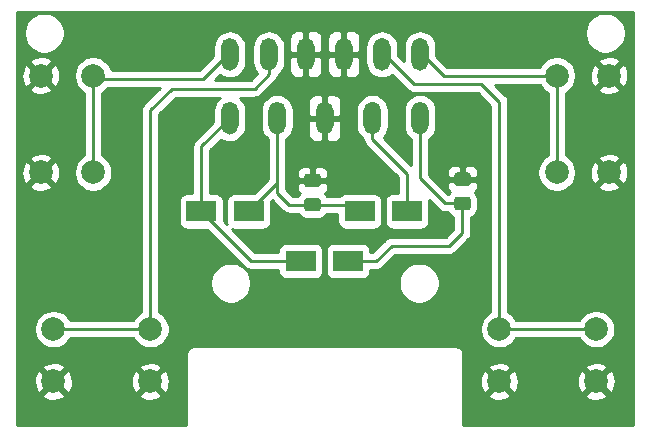
<source format=gbr>
G04 #@! TF.GenerationSoftware,KiCad,Pcbnew,(5.1.9)-1*
G04 #@! TF.CreationDate,2021-10-01T15:11:33-04:00*
G04 #@! TF.ProjectId,GBZ2,47425a32-2e6b-4696-9361-645f70636258,rev?*
G04 #@! TF.SameCoordinates,Original*
G04 #@! TF.FileFunction,Copper,L1,Top*
G04 #@! TF.FilePolarity,Positive*
%FSLAX46Y46*%
G04 Gerber Fmt 4.6, Leading zero omitted, Abs format (unit mm)*
G04 Created by KiCad (PCBNEW (5.1.9)-1) date 2021-10-01 15:11:33*
%MOMM*%
%LPD*%
G01*
G04 APERTURE LIST*
G04 #@! TA.AperFunction,ComponentPad*
%ADD10C,2.000000*%
G04 #@! TD*
G04 #@! TA.AperFunction,SMDPad,CuDef*
%ADD11R,2.500000X1.800000*%
G04 #@! TD*
G04 #@! TA.AperFunction,Conductor*
%ADD12C,0.250000*%
G04 #@! TD*
G04 #@! TA.AperFunction,Conductor*
%ADD13C,0.254000*%
G04 #@! TD*
G04 #@! TA.AperFunction,Conductor*
%ADD14C,0.100000*%
G04 #@! TD*
G04 APERTURE END LIST*
D10*
X108025000Y-150999891D03*
X108025000Y-146569891D03*
X116225000Y-150999891D03*
X116225000Y-146569891D03*
X70275165Y-150999891D03*
X70275165Y-146569891D03*
X78475165Y-150999891D03*
X78475165Y-146569891D03*
X73630000Y-133300000D03*
X69200000Y-133300000D03*
X73630000Y-125100000D03*
X69200000Y-125100000D03*
G04 #@! TA.AperFunction,ComponentPad*
G36*
G01*
X85950000Y-128050000D02*
X85950000Y-129350000D01*
G75*
G02*
X85200000Y-130100000I-750000J0D01*
G01*
X85200000Y-130100000D01*
G75*
G02*
X84450000Y-129350000I0J750000D01*
G01*
X84450000Y-128050000D01*
G75*
G02*
X85200000Y-127300000I750000J0D01*
G01*
X85200000Y-127300000D01*
G75*
G02*
X85950000Y-128050000I0J-750000D01*
G01*
G37*
G04 #@! TD.AperFunction*
G04 #@! TA.AperFunction,ComponentPad*
G36*
G01*
X100550000Y-129350000D02*
X100550000Y-128050000D01*
G75*
G02*
X101300000Y-127300000I750000J0D01*
G01*
X101300000Y-127300000D01*
G75*
G02*
X102050000Y-128050000I0J-750000D01*
G01*
X102050000Y-129350000D01*
G75*
G02*
X101300000Y-130100000I-750000J0D01*
G01*
X101300000Y-130100000D01*
G75*
G02*
X100550000Y-129350000I0J750000D01*
G01*
G37*
G04 #@! TD.AperFunction*
G04 #@! TA.AperFunction,SMDPad,CuDef*
G36*
G01*
X105350001Y-134450000D02*
X104449999Y-134450000D01*
G75*
G02*
X104200000Y-134200001I0J249999D01*
G01*
X104200000Y-133549999D01*
G75*
G02*
X104449999Y-133300000I249999J0D01*
G01*
X105350001Y-133300000D01*
G75*
G02*
X105600000Y-133549999I0J-249999D01*
G01*
X105600000Y-134200001D01*
G75*
G02*
X105350001Y-134450000I-249999J0D01*
G01*
G37*
G04 #@! TD.AperFunction*
G04 #@! TA.AperFunction,SMDPad,CuDef*
G36*
G01*
X105350001Y-136500000D02*
X104449999Y-136500000D01*
G75*
G02*
X104200000Y-136250001I0J249999D01*
G01*
X104200000Y-135599999D01*
G75*
G02*
X104449999Y-135350000I249999J0D01*
G01*
X105350001Y-135350000D01*
G75*
G02*
X105600000Y-135599999I0J-249999D01*
G01*
X105600000Y-136250001D01*
G75*
G02*
X105350001Y-136500000I-249999J0D01*
G01*
G37*
G04 #@! TD.AperFunction*
G04 #@! TA.AperFunction,SMDPad,CuDef*
G36*
G01*
X92650001Y-134550000D02*
X91749999Y-134550000D01*
G75*
G02*
X91500000Y-134300001I0J249999D01*
G01*
X91500000Y-133649999D01*
G75*
G02*
X91749999Y-133400000I249999J0D01*
G01*
X92650001Y-133400000D01*
G75*
G02*
X92900000Y-133649999I0J-249999D01*
G01*
X92900000Y-134300001D01*
G75*
G02*
X92650001Y-134550000I-249999J0D01*
G01*
G37*
G04 #@! TD.AperFunction*
G04 #@! TA.AperFunction,SMDPad,CuDef*
G36*
G01*
X92650001Y-136600000D02*
X91749999Y-136600000D01*
G75*
G02*
X91500000Y-136350001I0J249999D01*
G01*
X91500000Y-135699999D01*
G75*
G02*
X91749999Y-135450000I249999J0D01*
G01*
X92650001Y-135450000D01*
G75*
G02*
X92900000Y-135699999I0J-249999D01*
G01*
X92900000Y-136350001D01*
G75*
G02*
X92650001Y-136600000I-249999J0D01*
G01*
G37*
G04 #@! TD.AperFunction*
G04 #@! TA.AperFunction,ComponentPad*
G36*
G01*
X96520000Y-129350000D02*
X96520000Y-128050000D01*
G75*
G02*
X97270000Y-127300000I750000J0D01*
G01*
X97270000Y-127300000D01*
G75*
G02*
X98020000Y-128050000I0J-750000D01*
G01*
X98020000Y-129350000D01*
G75*
G02*
X97270000Y-130100000I-750000J0D01*
G01*
X97270000Y-130100000D01*
G75*
G02*
X96520000Y-129350000I0J750000D01*
G01*
G37*
G04 #@! TD.AperFunction*
G04 #@! TA.AperFunction,ComponentPad*
G36*
G01*
X84450000Y-123950000D02*
X84450000Y-122650000D01*
G75*
G02*
X85200000Y-121900000I750000J0D01*
G01*
X85200000Y-121900000D01*
G75*
G02*
X85950000Y-122650000I0J-750000D01*
G01*
X85950000Y-123950000D01*
G75*
G02*
X85200000Y-124700000I-750000J0D01*
G01*
X85200000Y-124700000D01*
G75*
G02*
X84450000Y-123950000I0J750000D01*
G01*
G37*
G04 #@! TD.AperFunction*
G04 #@! TA.AperFunction,ComponentPad*
G36*
G01*
X87750000Y-123950000D02*
X87750000Y-122650000D01*
G75*
G02*
X88500000Y-121900000I750000J0D01*
G01*
X88500000Y-121900000D01*
G75*
G02*
X89250000Y-122650000I0J-750000D01*
G01*
X89250000Y-123950000D01*
G75*
G02*
X88500000Y-124700000I-750000J0D01*
G01*
X88500000Y-124700000D01*
G75*
G02*
X87750000Y-123950000I0J750000D01*
G01*
G37*
G04 #@! TD.AperFunction*
G04 #@! TA.AperFunction,ComponentPad*
G36*
G01*
X97330000Y-123950000D02*
X97330000Y-122650000D01*
G75*
G02*
X98080000Y-121900000I750000J0D01*
G01*
X98080000Y-121900000D01*
G75*
G02*
X98830000Y-122650000I0J-750000D01*
G01*
X98830000Y-123950000D01*
G75*
G02*
X98080000Y-124700000I-750000J0D01*
G01*
X98080000Y-124700000D01*
G75*
G02*
X97330000Y-123950000I0J750000D01*
G01*
G37*
G04 #@! TD.AperFunction*
G04 #@! TA.AperFunction,ComponentPad*
G36*
G01*
X100550000Y-123950000D02*
X100550000Y-122650000D01*
G75*
G02*
X101300000Y-121900000I750000J0D01*
G01*
X101300000Y-121900000D01*
G75*
G02*
X102050000Y-122650000I0J-750000D01*
G01*
X102050000Y-123950000D01*
G75*
G02*
X101300000Y-124700000I-750000J0D01*
G01*
X101300000Y-124700000D01*
G75*
G02*
X100550000Y-123950000I0J750000D01*
G01*
G37*
G04 #@! TD.AperFunction*
G04 #@! TA.AperFunction,ComponentPad*
G36*
G01*
X94110000Y-123950000D02*
X94110000Y-122650000D01*
G75*
G02*
X94860000Y-121900000I750000J0D01*
G01*
X94860000Y-121900000D01*
G75*
G02*
X95610000Y-122650000I0J-750000D01*
G01*
X95610000Y-123950000D01*
G75*
G02*
X94860000Y-124700000I-750000J0D01*
G01*
X94860000Y-124700000D01*
G75*
G02*
X94110000Y-123950000I0J750000D01*
G01*
G37*
G04 #@! TD.AperFunction*
G04 #@! TA.AperFunction,ComponentPad*
G36*
G01*
X90890000Y-123950000D02*
X90890000Y-122650000D01*
G75*
G02*
X91640000Y-121900000I750000J0D01*
G01*
X91640000Y-121900000D01*
G75*
G02*
X92390000Y-122650000I0J-750000D01*
G01*
X92390000Y-123950000D01*
G75*
G02*
X91640000Y-124700000I-750000J0D01*
G01*
X91640000Y-124700000D01*
G75*
G02*
X90890000Y-123950000I0J750000D01*
G01*
G37*
G04 #@! TD.AperFunction*
G04 #@! TA.AperFunction,ComponentPad*
G36*
G01*
X92490000Y-129350000D02*
X92490000Y-128050000D01*
G75*
G02*
X93240000Y-127300000I750000J0D01*
G01*
X93240000Y-127300000D01*
G75*
G02*
X93990000Y-128050000I0J-750000D01*
G01*
X93990000Y-129350000D01*
G75*
G02*
X93240000Y-130100000I-750000J0D01*
G01*
X93240000Y-130100000D01*
G75*
G02*
X92490000Y-129350000I0J750000D01*
G01*
G37*
G04 #@! TD.AperFunction*
G04 #@! TA.AperFunction,ComponentPad*
G36*
G01*
X88460000Y-129350000D02*
X88460000Y-128050000D01*
G75*
G02*
X89210000Y-127300000I750000J0D01*
G01*
X89210000Y-127300000D01*
G75*
G02*
X89960000Y-128050000I0J-750000D01*
G01*
X89960000Y-129350000D01*
G75*
G02*
X89210000Y-130100000I-750000J0D01*
G01*
X89210000Y-130100000D01*
G75*
G02*
X88460000Y-129350000I0J750000D01*
G01*
G37*
G04 #@! TD.AperFunction*
D11*
X91200000Y-140800000D03*
X95200000Y-140800000D03*
X82800000Y-136600000D03*
X86800000Y-136600000D03*
X100200000Y-136600000D03*
X96200000Y-136600000D03*
D10*
X117314800Y-133299938D03*
X112884800Y-133299938D03*
X117314800Y-125099938D03*
X112884800Y-125099938D03*
D12*
X97270000Y-128700000D02*
X97270000Y-130470000D01*
X100200000Y-133400000D02*
X100200000Y-136600000D01*
X97270000Y-130470000D02*
X100200000Y-133400000D01*
X89210000Y-134190000D02*
X86800000Y-136600000D01*
X89210000Y-128700000D02*
X89210000Y-134190000D01*
X89210000Y-134190000D02*
X89210000Y-135010000D01*
X90225000Y-136025000D02*
X92200000Y-136025000D01*
X89210000Y-135010000D02*
X90225000Y-136025000D01*
X95625000Y-136025000D02*
X96200000Y-136600000D01*
X92200000Y-136025000D02*
X95625000Y-136025000D01*
X87000000Y-140800000D02*
X91200000Y-140800000D01*
X82800000Y-136600000D02*
X87000000Y-140800000D01*
X82800000Y-131100000D02*
X85200000Y-128700000D01*
X82800000Y-136600000D02*
X82800000Y-131100000D01*
X95200000Y-140800000D02*
X97600000Y-140800000D01*
X97600000Y-140800000D02*
X98900000Y-139500000D01*
X98900000Y-139500000D02*
X103800000Y-139500000D01*
X104900000Y-138400000D02*
X104900000Y-135925000D01*
X103800000Y-139500000D02*
X104900000Y-138400000D01*
X101300000Y-128700000D02*
X101300000Y-133800000D01*
X103425000Y-135925000D02*
X104900000Y-135925000D01*
X101300000Y-133800000D02*
X103425000Y-135925000D01*
X103299938Y-125099938D02*
X101300000Y-123100000D01*
X112884800Y-125099938D02*
X103299938Y-125099938D01*
X112884800Y-125099938D02*
X112884800Y-133299938D01*
X108025000Y-146569891D02*
X108025000Y-127325000D01*
X108025000Y-127325000D02*
X106500000Y-125800000D01*
X100780000Y-125800000D02*
X98080000Y-123100000D01*
X106500000Y-125800000D02*
X100780000Y-125800000D01*
X108025000Y-146569891D02*
X116225000Y-146569891D01*
X73614965Y-133299938D02*
X73614965Y-125099938D01*
X73614965Y-125099938D02*
X73999938Y-125099938D01*
X73999938Y-125099938D02*
X74300000Y-125400000D01*
X82900000Y-125400000D02*
X85200000Y-123100000D01*
X74300000Y-125400000D02*
X82900000Y-125400000D01*
X70275165Y-146569891D02*
X78475165Y-146569891D01*
X78475165Y-146569891D02*
X78475165Y-128024835D01*
X78475165Y-128024835D02*
X80300000Y-126200000D01*
X80300000Y-126200000D02*
X87300000Y-126200000D01*
X88500000Y-125000000D02*
X88500000Y-123100000D01*
X87300000Y-126200000D02*
X88500000Y-125000000D01*
D13*
X68394038Y-120152319D02*
X68152373Y-120393984D01*
X67962499Y-120678151D01*
X67831711Y-120993901D01*
X67765036Y-121329099D01*
X67765036Y-121670865D01*
X67831711Y-122006063D01*
X67962499Y-122321813D01*
X68152373Y-122605980D01*
X68394038Y-122847645D01*
X68678205Y-123037519D01*
X68993955Y-123168307D01*
X69329153Y-123234982D01*
X69670919Y-123234982D01*
X70006117Y-123168307D01*
X70321867Y-123037519D01*
X70606034Y-122847645D01*
X70847699Y-122605980D01*
X71037573Y-122321813D01*
X71168361Y-122006063D01*
X71235036Y-121670865D01*
X71235036Y-121329099D01*
X71168361Y-120993901D01*
X71037573Y-120678151D01*
X70847699Y-120393984D01*
X70606034Y-120152319D01*
X70568141Y-120127000D01*
X115931895Y-120127000D01*
X115894002Y-120152319D01*
X115652337Y-120393984D01*
X115462463Y-120678151D01*
X115331675Y-120993901D01*
X115265000Y-121329099D01*
X115265000Y-121670865D01*
X115331675Y-122006063D01*
X115462463Y-122321813D01*
X115652337Y-122605980D01*
X115894002Y-122847645D01*
X116178169Y-123037519D01*
X116493919Y-123168307D01*
X116829117Y-123234982D01*
X117170883Y-123234982D01*
X117506081Y-123168307D01*
X117821831Y-123037519D01*
X118105998Y-122847645D01*
X118347663Y-122605980D01*
X118537537Y-122321813D01*
X118668325Y-122006063D01*
X118735000Y-121670865D01*
X118735000Y-121329099D01*
X118668325Y-120993901D01*
X118537537Y-120678151D01*
X118347663Y-120393984D01*
X118105998Y-120152319D01*
X118068105Y-120127000D01*
X119315000Y-120127000D01*
X119315001Y-154689989D01*
X104985000Y-154689989D01*
X104985000Y-152135304D01*
X107069192Y-152135304D01*
X107164956Y-152399705D01*
X107454571Y-152540595D01*
X107766108Y-152622275D01*
X108087595Y-152641609D01*
X108406675Y-152597852D01*
X108711088Y-152492686D01*
X108885044Y-152399705D01*
X108980808Y-152135304D01*
X115269192Y-152135304D01*
X115364956Y-152399705D01*
X115654571Y-152540595D01*
X115966108Y-152622275D01*
X116287595Y-152641609D01*
X116606675Y-152597852D01*
X116911088Y-152492686D01*
X117085044Y-152399705D01*
X117180808Y-152135304D01*
X116225000Y-151179496D01*
X115269192Y-152135304D01*
X108980808Y-152135304D01*
X108025000Y-151179496D01*
X107069192Y-152135304D01*
X104985000Y-152135304D01*
X104985000Y-151062486D01*
X106383282Y-151062486D01*
X106427039Y-151381566D01*
X106532205Y-151685979D01*
X106625186Y-151859935D01*
X106889587Y-151955699D01*
X107845395Y-150999891D01*
X108204605Y-150999891D01*
X109160413Y-151955699D01*
X109424814Y-151859935D01*
X109565704Y-151570320D01*
X109647384Y-151258783D01*
X109659189Y-151062486D01*
X114583282Y-151062486D01*
X114627039Y-151381566D01*
X114732205Y-151685979D01*
X114825186Y-151859935D01*
X115089587Y-151955699D01*
X116045395Y-150999891D01*
X116404605Y-150999891D01*
X117360413Y-151955699D01*
X117624814Y-151859935D01*
X117765704Y-151570320D01*
X117847384Y-151258783D01*
X117866718Y-150937296D01*
X117822961Y-150618216D01*
X117717795Y-150313803D01*
X117624814Y-150139847D01*
X117360413Y-150044083D01*
X116404605Y-150999891D01*
X116045395Y-150999891D01*
X115089587Y-150044083D01*
X114825186Y-150139847D01*
X114684296Y-150429462D01*
X114602616Y-150740999D01*
X114583282Y-151062486D01*
X109659189Y-151062486D01*
X109666718Y-150937296D01*
X109622961Y-150618216D01*
X109517795Y-150313803D01*
X109424814Y-150139847D01*
X109160413Y-150044083D01*
X108204605Y-150999891D01*
X107845395Y-150999891D01*
X106889587Y-150044083D01*
X106625186Y-150139847D01*
X106484296Y-150429462D01*
X106402616Y-150740999D01*
X106383282Y-151062486D01*
X104985000Y-151062486D01*
X104985000Y-149864478D01*
X107069192Y-149864478D01*
X108025000Y-150820286D01*
X108980808Y-149864478D01*
X115269192Y-149864478D01*
X116225000Y-150820286D01*
X117180808Y-149864478D01*
X117085044Y-149600077D01*
X116795429Y-149459187D01*
X116483892Y-149377507D01*
X116162405Y-149358173D01*
X115843325Y-149401930D01*
X115538912Y-149507096D01*
X115364956Y-149600077D01*
X115269192Y-149864478D01*
X108980808Y-149864478D01*
X108885044Y-149600077D01*
X108595429Y-149459187D01*
X108283892Y-149377507D01*
X107962405Y-149358173D01*
X107643325Y-149401930D01*
X107338912Y-149507096D01*
X107164956Y-149600077D01*
X107069192Y-149864478D01*
X104985000Y-149864478D01*
X104985000Y-148712612D01*
X104988314Y-148678965D01*
X104975088Y-148544682D01*
X104935919Y-148415559D01*
X104872312Y-148296558D01*
X104786711Y-148192254D01*
X104682407Y-148106653D01*
X104563406Y-148043046D01*
X104434283Y-148003877D01*
X104333647Y-147993965D01*
X104300000Y-147990651D01*
X104266353Y-147993965D01*
X82233647Y-147993965D01*
X82200000Y-147990651D01*
X82166353Y-147993965D01*
X82065717Y-148003877D01*
X81936594Y-148043046D01*
X81817593Y-148106653D01*
X81713289Y-148192254D01*
X81627688Y-148296558D01*
X81564081Y-148415559D01*
X81524912Y-148544682D01*
X81511686Y-148678965D01*
X81515000Y-148712612D01*
X81515001Y-154689989D01*
X67185036Y-154689989D01*
X67185036Y-152135304D01*
X69319357Y-152135304D01*
X69415121Y-152399705D01*
X69704736Y-152540595D01*
X70016273Y-152622275D01*
X70337760Y-152641609D01*
X70656840Y-152597852D01*
X70961253Y-152492686D01*
X71135209Y-152399705D01*
X71230973Y-152135304D01*
X77519357Y-152135304D01*
X77615121Y-152399705D01*
X77904736Y-152540595D01*
X78216273Y-152622275D01*
X78537760Y-152641609D01*
X78856840Y-152597852D01*
X79161253Y-152492686D01*
X79335209Y-152399705D01*
X79430973Y-152135304D01*
X78475165Y-151179496D01*
X77519357Y-152135304D01*
X71230973Y-152135304D01*
X70275165Y-151179496D01*
X69319357Y-152135304D01*
X67185036Y-152135304D01*
X67185036Y-151062486D01*
X68633447Y-151062486D01*
X68677204Y-151381566D01*
X68782370Y-151685979D01*
X68875351Y-151859935D01*
X69139752Y-151955699D01*
X70095560Y-150999891D01*
X70454770Y-150999891D01*
X71410578Y-151955699D01*
X71674979Y-151859935D01*
X71815869Y-151570320D01*
X71897549Y-151258783D01*
X71909354Y-151062486D01*
X76833447Y-151062486D01*
X76877204Y-151381566D01*
X76982370Y-151685979D01*
X77075351Y-151859935D01*
X77339752Y-151955699D01*
X78295560Y-150999891D01*
X78654770Y-150999891D01*
X79610578Y-151955699D01*
X79874979Y-151859935D01*
X80015869Y-151570320D01*
X80097549Y-151258783D01*
X80116883Y-150937296D01*
X80073126Y-150618216D01*
X79967960Y-150313803D01*
X79874979Y-150139847D01*
X79610578Y-150044083D01*
X78654770Y-150999891D01*
X78295560Y-150999891D01*
X77339752Y-150044083D01*
X77075351Y-150139847D01*
X76934461Y-150429462D01*
X76852781Y-150740999D01*
X76833447Y-151062486D01*
X71909354Y-151062486D01*
X71916883Y-150937296D01*
X71873126Y-150618216D01*
X71767960Y-150313803D01*
X71674979Y-150139847D01*
X71410578Y-150044083D01*
X70454770Y-150999891D01*
X70095560Y-150999891D01*
X69139752Y-150044083D01*
X68875351Y-150139847D01*
X68734461Y-150429462D01*
X68652781Y-150740999D01*
X68633447Y-151062486D01*
X67185036Y-151062486D01*
X67185036Y-149864478D01*
X69319357Y-149864478D01*
X70275165Y-150820286D01*
X71230973Y-149864478D01*
X77519357Y-149864478D01*
X78475165Y-150820286D01*
X79430973Y-149864478D01*
X79335209Y-149600077D01*
X79045594Y-149459187D01*
X78734057Y-149377507D01*
X78412570Y-149358173D01*
X78093490Y-149401930D01*
X77789077Y-149507096D01*
X77615121Y-149600077D01*
X77519357Y-149864478D01*
X71230973Y-149864478D01*
X71135209Y-149600077D01*
X70845594Y-149459187D01*
X70534057Y-149377507D01*
X70212570Y-149358173D01*
X69893490Y-149401930D01*
X69589077Y-149507096D01*
X69415121Y-149600077D01*
X69319357Y-149864478D01*
X67185036Y-149864478D01*
X67185036Y-146408858D01*
X68640165Y-146408858D01*
X68640165Y-146730924D01*
X68702997Y-147046803D01*
X68826247Y-147344354D01*
X69005178Y-147612143D01*
X69232913Y-147839878D01*
X69500702Y-148018809D01*
X69798253Y-148142059D01*
X70114132Y-148204891D01*
X70436198Y-148204891D01*
X70752077Y-148142059D01*
X71049628Y-148018809D01*
X71317417Y-147839878D01*
X71545152Y-147612143D01*
X71724083Y-147344354D01*
X71730074Y-147329891D01*
X77020256Y-147329891D01*
X77026247Y-147344354D01*
X77205178Y-147612143D01*
X77432913Y-147839878D01*
X77700702Y-148018809D01*
X77998253Y-148142059D01*
X78314132Y-148204891D01*
X78636198Y-148204891D01*
X78952077Y-148142059D01*
X79249628Y-148018809D01*
X79517417Y-147839878D01*
X79745152Y-147612143D01*
X79924083Y-147344354D01*
X80047333Y-147046803D01*
X80110165Y-146730924D01*
X80110165Y-146408858D01*
X80047333Y-146092979D01*
X79924083Y-145795428D01*
X79745152Y-145527639D01*
X79517417Y-145299904D01*
X79249628Y-145120973D01*
X79235165Y-145114982D01*
X79235165Y-142504362D01*
X83540151Y-142504362D01*
X83540151Y-142846128D01*
X83606826Y-143181326D01*
X83737614Y-143497076D01*
X83927488Y-143781243D01*
X84169153Y-144022908D01*
X84453320Y-144212782D01*
X84769070Y-144343570D01*
X85104268Y-144410245D01*
X85446034Y-144410245D01*
X85781232Y-144343570D01*
X86096982Y-144212782D01*
X86381149Y-144022908D01*
X86622814Y-143781243D01*
X86812688Y-143497076D01*
X86943476Y-143181326D01*
X87010151Y-142846128D01*
X87010151Y-142504362D01*
X99490151Y-142504362D01*
X99490151Y-142846128D01*
X99556826Y-143181326D01*
X99687614Y-143497076D01*
X99877488Y-143781243D01*
X100119153Y-144022908D01*
X100403320Y-144212782D01*
X100719070Y-144343570D01*
X101054268Y-144410245D01*
X101396034Y-144410245D01*
X101731232Y-144343570D01*
X102046982Y-144212782D01*
X102331149Y-144022908D01*
X102572814Y-143781243D01*
X102762688Y-143497076D01*
X102893476Y-143181326D01*
X102960151Y-142846128D01*
X102960151Y-142504362D01*
X102893476Y-142169164D01*
X102762688Y-141853414D01*
X102572814Y-141569247D01*
X102331149Y-141327582D01*
X102046982Y-141137708D01*
X101731232Y-141006920D01*
X101396034Y-140940245D01*
X101054268Y-140940245D01*
X100719070Y-141006920D01*
X100403320Y-141137708D01*
X100119153Y-141327582D01*
X99877488Y-141569247D01*
X99687614Y-141853414D01*
X99556826Y-142169164D01*
X99490151Y-142504362D01*
X87010151Y-142504362D01*
X86943476Y-142169164D01*
X86812688Y-141853414D01*
X86622814Y-141569247D01*
X86381149Y-141327582D01*
X86096982Y-141137708D01*
X85781232Y-141006920D01*
X85446034Y-140940245D01*
X85104268Y-140940245D01*
X84769070Y-141006920D01*
X84453320Y-141137708D01*
X84169153Y-141327582D01*
X83927488Y-141569247D01*
X83737614Y-141853414D01*
X83606826Y-142169164D01*
X83540151Y-142504362D01*
X79235165Y-142504362D01*
X79235165Y-128339636D01*
X80614803Y-126960000D01*
X84350673Y-126960000D01*
X84218484Y-127068485D01*
X84045859Y-127278829D01*
X83917588Y-127518808D01*
X83838598Y-127779201D01*
X83811927Y-128050000D01*
X83811927Y-129013271D01*
X82288998Y-130536201D01*
X82260000Y-130559999D01*
X82236202Y-130588997D01*
X82236201Y-130588998D01*
X82165026Y-130675724D01*
X82094454Y-130807754D01*
X82050998Y-130951015D01*
X82036324Y-131100000D01*
X82040001Y-131137332D01*
X82040000Y-135061928D01*
X81550000Y-135061928D01*
X81425518Y-135074188D01*
X81305820Y-135110498D01*
X81195506Y-135169463D01*
X81098815Y-135248815D01*
X81019463Y-135345506D01*
X80960498Y-135455820D01*
X80924188Y-135575518D01*
X80911928Y-135700000D01*
X80911928Y-137500000D01*
X80924188Y-137624482D01*
X80960498Y-137744180D01*
X81019463Y-137854494D01*
X81098815Y-137951185D01*
X81195506Y-138030537D01*
X81305820Y-138089502D01*
X81425518Y-138125812D01*
X81550000Y-138138072D01*
X83263271Y-138138072D01*
X86436201Y-141311003D01*
X86459999Y-141340001D01*
X86488997Y-141363799D01*
X86575723Y-141434974D01*
X86707753Y-141505546D01*
X86851014Y-141549003D01*
X86962667Y-141560000D01*
X86962677Y-141560000D01*
X87000000Y-141563676D01*
X87037323Y-141560000D01*
X89311928Y-141560000D01*
X89311928Y-141700000D01*
X89324188Y-141824482D01*
X89360498Y-141944180D01*
X89419463Y-142054494D01*
X89498815Y-142151185D01*
X89595506Y-142230537D01*
X89705820Y-142289502D01*
X89825518Y-142325812D01*
X89950000Y-142338072D01*
X92450000Y-142338072D01*
X92574482Y-142325812D01*
X92694180Y-142289502D01*
X92804494Y-142230537D01*
X92901185Y-142151185D01*
X92980537Y-142054494D01*
X93039502Y-141944180D01*
X93075812Y-141824482D01*
X93088072Y-141700000D01*
X93088072Y-139900000D01*
X93311928Y-139900000D01*
X93311928Y-141700000D01*
X93324188Y-141824482D01*
X93360498Y-141944180D01*
X93419463Y-142054494D01*
X93498815Y-142151185D01*
X93595506Y-142230537D01*
X93705820Y-142289502D01*
X93825518Y-142325812D01*
X93950000Y-142338072D01*
X96450000Y-142338072D01*
X96574482Y-142325812D01*
X96694180Y-142289502D01*
X96804494Y-142230537D01*
X96901185Y-142151185D01*
X96980537Y-142054494D01*
X97039502Y-141944180D01*
X97075812Y-141824482D01*
X97088072Y-141700000D01*
X97088072Y-141560000D01*
X97562678Y-141560000D01*
X97600000Y-141563676D01*
X97637322Y-141560000D01*
X97637333Y-141560000D01*
X97748986Y-141549003D01*
X97892247Y-141505546D01*
X98024276Y-141434974D01*
X98140001Y-141340001D01*
X98163804Y-141310997D01*
X99214802Y-140260000D01*
X103762678Y-140260000D01*
X103800000Y-140263676D01*
X103837322Y-140260000D01*
X103837333Y-140260000D01*
X103948986Y-140249003D01*
X104092247Y-140205546D01*
X104224276Y-140134974D01*
X104340001Y-140040001D01*
X104363804Y-140010998D01*
X105411004Y-138963798D01*
X105440001Y-138940001D01*
X105466332Y-138907917D01*
X105534974Y-138824277D01*
X105605546Y-138692247D01*
X105605546Y-138692246D01*
X105649003Y-138548986D01*
X105660000Y-138437333D01*
X105660000Y-138437323D01*
X105663676Y-138400000D01*
X105660000Y-138362677D01*
X105660000Y-137079527D01*
X105689851Y-137070472D01*
X105843387Y-136988405D01*
X105977962Y-136877962D01*
X106088405Y-136743387D01*
X106170472Y-136589851D01*
X106221008Y-136423255D01*
X106238072Y-136250001D01*
X106238072Y-135599999D01*
X106221008Y-135426745D01*
X106170472Y-135260149D01*
X106088405Y-135106613D01*
X105977962Y-134972038D01*
X105971406Y-134966658D01*
X106051185Y-134901185D01*
X106130537Y-134804494D01*
X106189502Y-134694180D01*
X106225812Y-134574482D01*
X106238072Y-134450000D01*
X106235000Y-134160750D01*
X106076250Y-134002000D01*
X105027000Y-134002000D01*
X105027000Y-134022000D01*
X104773000Y-134022000D01*
X104773000Y-134002000D01*
X103723750Y-134002000D01*
X103565000Y-134160750D01*
X103561928Y-134450000D01*
X103574188Y-134574482D01*
X103610498Y-134694180D01*
X103669463Y-134804494D01*
X103748815Y-134901185D01*
X103828594Y-134966658D01*
X103822038Y-134972038D01*
X103711595Y-135106613D01*
X103701082Y-135126281D01*
X102060000Y-133485199D01*
X102060000Y-133300000D01*
X103561928Y-133300000D01*
X103565000Y-133589250D01*
X103723750Y-133748000D01*
X104773000Y-133748000D01*
X104773000Y-132823750D01*
X105027000Y-132823750D01*
X105027000Y-133748000D01*
X106076250Y-133748000D01*
X106235000Y-133589250D01*
X106238072Y-133300000D01*
X106225812Y-133175518D01*
X106189502Y-133055820D01*
X106130537Y-132945506D01*
X106051185Y-132848815D01*
X105954494Y-132769463D01*
X105844180Y-132710498D01*
X105724482Y-132674188D01*
X105600000Y-132661928D01*
X105185750Y-132665000D01*
X105027000Y-132823750D01*
X104773000Y-132823750D01*
X104614250Y-132665000D01*
X104200000Y-132661928D01*
X104075518Y-132674188D01*
X103955820Y-132710498D01*
X103845506Y-132769463D01*
X103748815Y-132848815D01*
X103669463Y-132945506D01*
X103610498Y-133055820D01*
X103574188Y-133175518D01*
X103561928Y-133300000D01*
X102060000Y-133300000D01*
X102060000Y-130510112D01*
X102071172Y-130504140D01*
X102281516Y-130331515D01*
X102454141Y-130121171D01*
X102582412Y-129881192D01*
X102661402Y-129620799D01*
X102688073Y-129350000D01*
X102688073Y-128050000D01*
X102661402Y-127779201D01*
X102582412Y-127518808D01*
X102454141Y-127278829D01*
X102281516Y-127068485D01*
X102071172Y-126895860D01*
X101831193Y-126767589D01*
X101570800Y-126688599D01*
X101300001Y-126661928D01*
X101299999Y-126661928D01*
X101029200Y-126688599D01*
X100768807Y-126767589D01*
X100528828Y-126895860D01*
X100318484Y-127068485D01*
X100145859Y-127278829D01*
X100017588Y-127518808D01*
X99938598Y-127779201D01*
X99911927Y-128050000D01*
X99911927Y-129350000D01*
X99938598Y-129620799D01*
X100017588Y-129881192D01*
X100145859Y-130121171D01*
X100318484Y-130331515D01*
X100528828Y-130504140D01*
X100540000Y-130510112D01*
X100540001Y-132665199D01*
X98226690Y-130351889D01*
X98251516Y-130331515D01*
X98424141Y-130121171D01*
X98552412Y-129881192D01*
X98631402Y-129620799D01*
X98658073Y-129350000D01*
X98658073Y-128050000D01*
X98631402Y-127779201D01*
X98552412Y-127518808D01*
X98424141Y-127278829D01*
X98251516Y-127068485D01*
X98041172Y-126895860D01*
X97801193Y-126767589D01*
X97540800Y-126688599D01*
X97270001Y-126661928D01*
X97269999Y-126661928D01*
X96999200Y-126688599D01*
X96738807Y-126767589D01*
X96498828Y-126895860D01*
X96288484Y-127068485D01*
X96115859Y-127278829D01*
X95987588Y-127518808D01*
X95908598Y-127779201D01*
X95881927Y-128050000D01*
X95881927Y-129350000D01*
X95908598Y-129620799D01*
X95987588Y-129881192D01*
X96115859Y-130121171D01*
X96288484Y-130331515D01*
X96498828Y-130504140D01*
X96510290Y-130510267D01*
X96520998Y-130618986D01*
X96534180Y-130662442D01*
X96564454Y-130762246D01*
X96635026Y-130894276D01*
X96681591Y-130951015D01*
X96730000Y-131010001D01*
X96758998Y-131033799D01*
X99440000Y-133714802D01*
X99440001Y-135061928D01*
X98950000Y-135061928D01*
X98825518Y-135074188D01*
X98705820Y-135110498D01*
X98595506Y-135169463D01*
X98498815Y-135248815D01*
X98419463Y-135345506D01*
X98360498Y-135455820D01*
X98324188Y-135575518D01*
X98311928Y-135700000D01*
X98311928Y-137500000D01*
X98324188Y-137624482D01*
X98360498Y-137744180D01*
X98419463Y-137854494D01*
X98498815Y-137951185D01*
X98595506Y-138030537D01*
X98705820Y-138089502D01*
X98825518Y-138125812D01*
X98950000Y-138138072D01*
X101450000Y-138138072D01*
X101574482Y-138125812D01*
X101694180Y-138089502D01*
X101804494Y-138030537D01*
X101901185Y-137951185D01*
X101980537Y-137854494D01*
X102039502Y-137744180D01*
X102075812Y-137624482D01*
X102088072Y-137500000D01*
X102088072Y-135700000D01*
X102084016Y-135658818D01*
X102861201Y-136436003D01*
X102884999Y-136465001D01*
X103000724Y-136559974D01*
X103132753Y-136630546D01*
X103276014Y-136674003D01*
X103387667Y-136685000D01*
X103387677Y-136685000D01*
X103425000Y-136688676D01*
X103462323Y-136685000D01*
X103680386Y-136685000D01*
X103711595Y-136743387D01*
X103822038Y-136877962D01*
X103956613Y-136988405D01*
X104110149Y-137070472D01*
X104140001Y-137079527D01*
X104140000Y-138085198D01*
X103485199Y-138740000D01*
X98937325Y-138740000D01*
X98900000Y-138736324D01*
X98862675Y-138740000D01*
X98862667Y-138740000D01*
X98751014Y-138750997D01*
X98607753Y-138794454D01*
X98475724Y-138865026D01*
X98359999Y-138959999D01*
X98336201Y-138988997D01*
X97285199Y-140040000D01*
X97088072Y-140040000D01*
X97088072Y-139900000D01*
X97075812Y-139775518D01*
X97039502Y-139655820D01*
X96980537Y-139545506D01*
X96901185Y-139448815D01*
X96804494Y-139369463D01*
X96694180Y-139310498D01*
X96574482Y-139274188D01*
X96450000Y-139261928D01*
X93950000Y-139261928D01*
X93825518Y-139274188D01*
X93705820Y-139310498D01*
X93595506Y-139369463D01*
X93498815Y-139448815D01*
X93419463Y-139545506D01*
X93360498Y-139655820D01*
X93324188Y-139775518D01*
X93311928Y-139900000D01*
X93088072Y-139900000D01*
X93075812Y-139775518D01*
X93039502Y-139655820D01*
X92980537Y-139545506D01*
X92901185Y-139448815D01*
X92804494Y-139369463D01*
X92694180Y-139310498D01*
X92574482Y-139274188D01*
X92450000Y-139261928D01*
X89950000Y-139261928D01*
X89825518Y-139274188D01*
X89705820Y-139310498D01*
X89595506Y-139369463D01*
X89498815Y-139448815D01*
X89419463Y-139545506D01*
X89360498Y-139655820D01*
X89324188Y-139775518D01*
X89311928Y-139900000D01*
X89311928Y-140040000D01*
X87314802Y-140040000D01*
X85389769Y-138114968D01*
X85425518Y-138125812D01*
X85550000Y-138138072D01*
X88050000Y-138138072D01*
X88174482Y-138125812D01*
X88294180Y-138089502D01*
X88404494Y-138030537D01*
X88501185Y-137951185D01*
X88580537Y-137854494D01*
X88639502Y-137744180D01*
X88675812Y-137624482D01*
X88688072Y-137500000D01*
X88688072Y-135786730D01*
X88800000Y-135674801D01*
X89661200Y-136536002D01*
X89684999Y-136565001D01*
X89800724Y-136659974D01*
X89932753Y-136730546D01*
X90076014Y-136774003D01*
X90187667Y-136785000D01*
X90187675Y-136785000D01*
X90225000Y-136788676D01*
X90262325Y-136785000D01*
X90980386Y-136785000D01*
X91011595Y-136843387D01*
X91122038Y-136977962D01*
X91256613Y-137088405D01*
X91410149Y-137170472D01*
X91576745Y-137221008D01*
X91749999Y-137238072D01*
X92650001Y-137238072D01*
X92823255Y-137221008D01*
X92989851Y-137170472D01*
X93143387Y-137088405D01*
X93277962Y-136977962D01*
X93388405Y-136843387D01*
X93419614Y-136785000D01*
X94311928Y-136785000D01*
X94311928Y-137500000D01*
X94324188Y-137624482D01*
X94360498Y-137744180D01*
X94419463Y-137854494D01*
X94498815Y-137951185D01*
X94595506Y-138030537D01*
X94705820Y-138089502D01*
X94825518Y-138125812D01*
X94950000Y-138138072D01*
X97450000Y-138138072D01*
X97574482Y-138125812D01*
X97694180Y-138089502D01*
X97804494Y-138030537D01*
X97901185Y-137951185D01*
X97980537Y-137854494D01*
X98039502Y-137744180D01*
X98075812Y-137624482D01*
X98088072Y-137500000D01*
X98088072Y-135700000D01*
X98075812Y-135575518D01*
X98039502Y-135455820D01*
X97980537Y-135345506D01*
X97901185Y-135248815D01*
X97804494Y-135169463D01*
X97694180Y-135110498D01*
X97574482Y-135074188D01*
X97450000Y-135061928D01*
X94950000Y-135061928D01*
X94825518Y-135074188D01*
X94705820Y-135110498D01*
X94595506Y-135169463D01*
X94498815Y-135248815D01*
X94485532Y-135265000D01*
X93419614Y-135265000D01*
X93388405Y-135206613D01*
X93277962Y-135072038D01*
X93271406Y-135066658D01*
X93351185Y-135001185D01*
X93430537Y-134904494D01*
X93489502Y-134794180D01*
X93525812Y-134674482D01*
X93538072Y-134550000D01*
X93535000Y-134260750D01*
X93376250Y-134102000D01*
X92327000Y-134102000D01*
X92327000Y-134122000D01*
X92073000Y-134122000D01*
X92073000Y-134102000D01*
X91023750Y-134102000D01*
X90865000Y-134260750D01*
X90861928Y-134550000D01*
X90874188Y-134674482D01*
X90910498Y-134794180D01*
X90969463Y-134904494D01*
X91048815Y-135001185D01*
X91128594Y-135066658D01*
X91122038Y-135072038D01*
X91011595Y-135206613D01*
X90980386Y-135265000D01*
X90539802Y-135265000D01*
X89970000Y-134695199D01*
X89970000Y-134227325D01*
X89973676Y-134190000D01*
X89970000Y-134152675D01*
X89970000Y-133400000D01*
X90861928Y-133400000D01*
X90865000Y-133689250D01*
X91023750Y-133848000D01*
X92073000Y-133848000D01*
X92073000Y-132923750D01*
X92327000Y-132923750D01*
X92327000Y-133848000D01*
X93376250Y-133848000D01*
X93535000Y-133689250D01*
X93538072Y-133400000D01*
X93525812Y-133275518D01*
X93489502Y-133155820D01*
X93430537Y-133045506D01*
X93351185Y-132948815D01*
X93254494Y-132869463D01*
X93144180Y-132810498D01*
X93024482Y-132774188D01*
X92900000Y-132761928D01*
X92485750Y-132765000D01*
X92327000Y-132923750D01*
X92073000Y-132923750D01*
X91914250Y-132765000D01*
X91500000Y-132761928D01*
X91375518Y-132774188D01*
X91255820Y-132810498D01*
X91145506Y-132869463D01*
X91048815Y-132948815D01*
X90969463Y-133045506D01*
X90910498Y-133155820D01*
X90874188Y-133275518D01*
X90861928Y-133400000D01*
X89970000Y-133400000D01*
X89970000Y-130510112D01*
X89981172Y-130504140D01*
X90191516Y-130331515D01*
X90364141Y-130121171D01*
X90375457Y-130100000D01*
X91851928Y-130100000D01*
X91864188Y-130224482D01*
X91900498Y-130344180D01*
X91959463Y-130454494D01*
X92038815Y-130551185D01*
X92135506Y-130630537D01*
X92245820Y-130689502D01*
X92365518Y-130725812D01*
X92490000Y-130738072D01*
X92954250Y-130735000D01*
X93113000Y-130576250D01*
X93113000Y-128827000D01*
X93367000Y-128827000D01*
X93367000Y-130576250D01*
X93525750Y-130735000D01*
X93990000Y-130738072D01*
X94114482Y-130725812D01*
X94234180Y-130689502D01*
X94344494Y-130630537D01*
X94441185Y-130551185D01*
X94520537Y-130454494D01*
X94579502Y-130344180D01*
X94615812Y-130224482D01*
X94628072Y-130100000D01*
X94625000Y-128985750D01*
X94466250Y-128827000D01*
X93367000Y-128827000D01*
X93113000Y-128827000D01*
X92013750Y-128827000D01*
X91855000Y-128985750D01*
X91851928Y-130100000D01*
X90375457Y-130100000D01*
X90492412Y-129881192D01*
X90571402Y-129620799D01*
X90598073Y-129350000D01*
X90598073Y-128050000D01*
X90571402Y-127779201D01*
X90492412Y-127518808D01*
X90375458Y-127300000D01*
X91851928Y-127300000D01*
X91855000Y-128414250D01*
X92013750Y-128573000D01*
X93113000Y-128573000D01*
X93113000Y-126823750D01*
X93367000Y-126823750D01*
X93367000Y-128573000D01*
X94466250Y-128573000D01*
X94625000Y-128414250D01*
X94628072Y-127300000D01*
X94615812Y-127175518D01*
X94579502Y-127055820D01*
X94520537Y-126945506D01*
X94441185Y-126848815D01*
X94344494Y-126769463D01*
X94234180Y-126710498D01*
X94114482Y-126674188D01*
X93990000Y-126661928D01*
X93525750Y-126665000D01*
X93367000Y-126823750D01*
X93113000Y-126823750D01*
X92954250Y-126665000D01*
X92490000Y-126661928D01*
X92365518Y-126674188D01*
X92245820Y-126710498D01*
X92135506Y-126769463D01*
X92038815Y-126848815D01*
X91959463Y-126945506D01*
X91900498Y-127055820D01*
X91864188Y-127175518D01*
X91851928Y-127300000D01*
X90375458Y-127300000D01*
X90364141Y-127278829D01*
X90191516Y-127068485D01*
X89981172Y-126895860D01*
X89741193Y-126767589D01*
X89480800Y-126688599D01*
X89210001Y-126661928D01*
X89209999Y-126661928D01*
X88939200Y-126688599D01*
X88678807Y-126767589D01*
X88438828Y-126895860D01*
X88228484Y-127068485D01*
X88055859Y-127278829D01*
X87927588Y-127518808D01*
X87848598Y-127779201D01*
X87821927Y-128050000D01*
X87821927Y-129350000D01*
X87848598Y-129620799D01*
X87927588Y-129881192D01*
X88055859Y-130121171D01*
X88228484Y-130331515D01*
X88438828Y-130504140D01*
X88450000Y-130510112D01*
X88450001Y-133875197D01*
X87263271Y-135061928D01*
X85550000Y-135061928D01*
X85425518Y-135074188D01*
X85305820Y-135110498D01*
X85195506Y-135169463D01*
X85098815Y-135248815D01*
X85019463Y-135345506D01*
X84960498Y-135455820D01*
X84924188Y-135575518D01*
X84911928Y-135700000D01*
X84911928Y-137500000D01*
X84924188Y-137624482D01*
X84935032Y-137660231D01*
X84688072Y-137413271D01*
X84688072Y-135700000D01*
X84675812Y-135575518D01*
X84639502Y-135455820D01*
X84580537Y-135345506D01*
X84501185Y-135248815D01*
X84404494Y-135169463D01*
X84294180Y-135110498D01*
X84174482Y-135074188D01*
X84050000Y-135061928D01*
X83560000Y-135061928D01*
X83560000Y-131414801D01*
X84456090Y-130518712D01*
X84668807Y-130632411D01*
X84929200Y-130711401D01*
X85199999Y-130738072D01*
X85200001Y-130738072D01*
X85470800Y-130711401D01*
X85731193Y-130632411D01*
X85971172Y-130504140D01*
X86181516Y-130331515D01*
X86354141Y-130121171D01*
X86482412Y-129881192D01*
X86561402Y-129620799D01*
X86588073Y-129350000D01*
X86588073Y-128050000D01*
X86561402Y-127779201D01*
X86482412Y-127518808D01*
X86354141Y-127278829D01*
X86181516Y-127068485D01*
X86049327Y-126960000D01*
X87262678Y-126960000D01*
X87300000Y-126963676D01*
X87337322Y-126960000D01*
X87337333Y-126960000D01*
X87448986Y-126949003D01*
X87592247Y-126905546D01*
X87724276Y-126834974D01*
X87840001Y-126740001D01*
X87863804Y-126710997D01*
X89011004Y-125563798D01*
X89040001Y-125540001D01*
X89134974Y-125424276D01*
X89205546Y-125292247D01*
X89249003Y-125148986D01*
X89252434Y-125114156D01*
X89271172Y-125104140D01*
X89481516Y-124931515D01*
X89654141Y-124721171D01*
X89665457Y-124700000D01*
X90251928Y-124700000D01*
X90264188Y-124824482D01*
X90300498Y-124944180D01*
X90359463Y-125054494D01*
X90438815Y-125151185D01*
X90535506Y-125230537D01*
X90645820Y-125289502D01*
X90765518Y-125325812D01*
X90890000Y-125338072D01*
X91354250Y-125335000D01*
X91513000Y-125176250D01*
X91513000Y-123427000D01*
X91767000Y-123427000D01*
X91767000Y-125176250D01*
X91925750Y-125335000D01*
X92390000Y-125338072D01*
X92514482Y-125325812D01*
X92634180Y-125289502D01*
X92744494Y-125230537D01*
X92841185Y-125151185D01*
X92920537Y-125054494D01*
X92979502Y-124944180D01*
X93015812Y-124824482D01*
X93028072Y-124700000D01*
X93471928Y-124700000D01*
X93484188Y-124824482D01*
X93520498Y-124944180D01*
X93579463Y-125054494D01*
X93658815Y-125151185D01*
X93755506Y-125230537D01*
X93865820Y-125289502D01*
X93985518Y-125325812D01*
X94110000Y-125338072D01*
X94574250Y-125335000D01*
X94733000Y-125176250D01*
X94733000Y-123427000D01*
X94987000Y-123427000D01*
X94987000Y-125176250D01*
X95145750Y-125335000D01*
X95610000Y-125338072D01*
X95734482Y-125325812D01*
X95854180Y-125289502D01*
X95964494Y-125230537D01*
X96061185Y-125151185D01*
X96140537Y-125054494D01*
X96199502Y-124944180D01*
X96235812Y-124824482D01*
X96248072Y-124700000D01*
X96245000Y-123585750D01*
X96086250Y-123427000D01*
X94987000Y-123427000D01*
X94733000Y-123427000D01*
X93633750Y-123427000D01*
X93475000Y-123585750D01*
X93471928Y-124700000D01*
X93028072Y-124700000D01*
X93025000Y-123585750D01*
X92866250Y-123427000D01*
X91767000Y-123427000D01*
X91513000Y-123427000D01*
X90413750Y-123427000D01*
X90255000Y-123585750D01*
X90251928Y-124700000D01*
X89665457Y-124700000D01*
X89782412Y-124481192D01*
X89861402Y-124220799D01*
X89888073Y-123950000D01*
X89888073Y-122650000D01*
X89861402Y-122379201D01*
X89782412Y-122118808D01*
X89665458Y-121900000D01*
X90251928Y-121900000D01*
X90255000Y-123014250D01*
X90413750Y-123173000D01*
X91513000Y-123173000D01*
X91513000Y-121423750D01*
X91767000Y-121423750D01*
X91767000Y-123173000D01*
X92866250Y-123173000D01*
X93025000Y-123014250D01*
X93028072Y-121900000D01*
X93471928Y-121900000D01*
X93475000Y-123014250D01*
X93633750Y-123173000D01*
X94733000Y-123173000D01*
X94733000Y-121423750D01*
X94987000Y-121423750D01*
X94987000Y-123173000D01*
X96086250Y-123173000D01*
X96245000Y-123014250D01*
X96246004Y-122650000D01*
X96691927Y-122650000D01*
X96691927Y-123950000D01*
X96718598Y-124220799D01*
X96797588Y-124481192D01*
X96925859Y-124721171D01*
X97098484Y-124931515D01*
X97308828Y-125104140D01*
X97548807Y-125232411D01*
X97809200Y-125311401D01*
X98079999Y-125338072D01*
X98080001Y-125338072D01*
X98350800Y-125311401D01*
X98611193Y-125232411D01*
X98851172Y-125104140D01*
X98938044Y-125032846D01*
X100216200Y-126311002D01*
X100239999Y-126340001D01*
X100268997Y-126363799D01*
X100355724Y-126434974D01*
X100487753Y-126505546D01*
X100631014Y-126549003D01*
X100780000Y-126563677D01*
X100817333Y-126560000D01*
X106185199Y-126560000D01*
X107265001Y-127639803D01*
X107265000Y-145114982D01*
X107250537Y-145120973D01*
X106982748Y-145299904D01*
X106755013Y-145527639D01*
X106576082Y-145795428D01*
X106452832Y-146092979D01*
X106390000Y-146408858D01*
X106390000Y-146730924D01*
X106452832Y-147046803D01*
X106576082Y-147344354D01*
X106755013Y-147612143D01*
X106982748Y-147839878D01*
X107250537Y-148018809D01*
X107548088Y-148142059D01*
X107863967Y-148204891D01*
X108186033Y-148204891D01*
X108501912Y-148142059D01*
X108799463Y-148018809D01*
X109067252Y-147839878D01*
X109294987Y-147612143D01*
X109473918Y-147344354D01*
X109479909Y-147329891D01*
X114770091Y-147329891D01*
X114776082Y-147344354D01*
X114955013Y-147612143D01*
X115182748Y-147839878D01*
X115450537Y-148018809D01*
X115748088Y-148142059D01*
X116063967Y-148204891D01*
X116386033Y-148204891D01*
X116701912Y-148142059D01*
X116999463Y-148018809D01*
X117267252Y-147839878D01*
X117494987Y-147612143D01*
X117673918Y-147344354D01*
X117797168Y-147046803D01*
X117860000Y-146730924D01*
X117860000Y-146408858D01*
X117797168Y-146092979D01*
X117673918Y-145795428D01*
X117494987Y-145527639D01*
X117267252Y-145299904D01*
X116999463Y-145120973D01*
X116701912Y-144997723D01*
X116386033Y-144934891D01*
X116063967Y-144934891D01*
X115748088Y-144997723D01*
X115450537Y-145120973D01*
X115182748Y-145299904D01*
X114955013Y-145527639D01*
X114776082Y-145795428D01*
X114770091Y-145809891D01*
X109479909Y-145809891D01*
X109473918Y-145795428D01*
X109294987Y-145527639D01*
X109067252Y-145299904D01*
X108799463Y-145120973D01*
X108785000Y-145114982D01*
X108785000Y-127362325D01*
X108788676Y-127325000D01*
X108785000Y-127287675D01*
X108785000Y-127287667D01*
X108774003Y-127176014D01*
X108730546Y-127032753D01*
X108659974Y-126900724D01*
X108565001Y-126784999D01*
X108536003Y-126761201D01*
X107634739Y-125859938D01*
X111429891Y-125859938D01*
X111435882Y-125874401D01*
X111614813Y-126142190D01*
X111842548Y-126369925D01*
X112110337Y-126548856D01*
X112124800Y-126554847D01*
X112124801Y-131845029D01*
X112110337Y-131851020D01*
X111842548Y-132029951D01*
X111614813Y-132257686D01*
X111435882Y-132525475D01*
X111312632Y-132823026D01*
X111249800Y-133138905D01*
X111249800Y-133460971D01*
X111312632Y-133776850D01*
X111435882Y-134074401D01*
X111614813Y-134342190D01*
X111842548Y-134569925D01*
X112110337Y-134748856D01*
X112407888Y-134872106D01*
X112723767Y-134934938D01*
X113045833Y-134934938D01*
X113361712Y-134872106D01*
X113659263Y-134748856D01*
X113927052Y-134569925D01*
X114061626Y-134435351D01*
X116358992Y-134435351D01*
X116454756Y-134699752D01*
X116744371Y-134840642D01*
X117055908Y-134922322D01*
X117377395Y-134941656D01*
X117696475Y-134897899D01*
X118000888Y-134792733D01*
X118174844Y-134699752D01*
X118270608Y-134435351D01*
X117314800Y-133479543D01*
X116358992Y-134435351D01*
X114061626Y-134435351D01*
X114154787Y-134342190D01*
X114333718Y-134074401D01*
X114456968Y-133776850D01*
X114519800Y-133460971D01*
X114519800Y-133362533D01*
X115673082Y-133362533D01*
X115716839Y-133681613D01*
X115822005Y-133986026D01*
X115914986Y-134159982D01*
X116179387Y-134255746D01*
X117135195Y-133299938D01*
X117494405Y-133299938D01*
X118450213Y-134255746D01*
X118714614Y-134159982D01*
X118855504Y-133870367D01*
X118937184Y-133558830D01*
X118956518Y-133237343D01*
X118912761Y-132918263D01*
X118807595Y-132613850D01*
X118714614Y-132439894D01*
X118450213Y-132344130D01*
X117494405Y-133299938D01*
X117135195Y-133299938D01*
X116179387Y-132344130D01*
X115914986Y-132439894D01*
X115774096Y-132729509D01*
X115692416Y-133041046D01*
X115673082Y-133362533D01*
X114519800Y-133362533D01*
X114519800Y-133138905D01*
X114456968Y-132823026D01*
X114333718Y-132525475D01*
X114154787Y-132257686D01*
X114061626Y-132164525D01*
X116358992Y-132164525D01*
X117314800Y-133120333D01*
X118270608Y-132164525D01*
X118174844Y-131900124D01*
X117885229Y-131759234D01*
X117573692Y-131677554D01*
X117252205Y-131658220D01*
X116933125Y-131701977D01*
X116628712Y-131807143D01*
X116454756Y-131900124D01*
X116358992Y-132164525D01*
X114061626Y-132164525D01*
X113927052Y-132029951D01*
X113659263Y-131851020D01*
X113644800Y-131845029D01*
X113644800Y-126554847D01*
X113659263Y-126548856D01*
X113927052Y-126369925D01*
X114061626Y-126235351D01*
X116358992Y-126235351D01*
X116454756Y-126499752D01*
X116744371Y-126640642D01*
X117055908Y-126722322D01*
X117377395Y-126741656D01*
X117696475Y-126697899D01*
X118000888Y-126592733D01*
X118174844Y-126499752D01*
X118270608Y-126235351D01*
X117314800Y-125279543D01*
X116358992Y-126235351D01*
X114061626Y-126235351D01*
X114154787Y-126142190D01*
X114333718Y-125874401D01*
X114456968Y-125576850D01*
X114519800Y-125260971D01*
X114519800Y-125162533D01*
X115673082Y-125162533D01*
X115716839Y-125481613D01*
X115822005Y-125786026D01*
X115914986Y-125959982D01*
X116179387Y-126055746D01*
X117135195Y-125099938D01*
X117494405Y-125099938D01*
X118450213Y-126055746D01*
X118714614Y-125959982D01*
X118855504Y-125670367D01*
X118937184Y-125358830D01*
X118956518Y-125037343D01*
X118912761Y-124718263D01*
X118807595Y-124413850D01*
X118714614Y-124239894D01*
X118450213Y-124144130D01*
X117494405Y-125099938D01*
X117135195Y-125099938D01*
X116179387Y-124144130D01*
X115914986Y-124239894D01*
X115774096Y-124529509D01*
X115692416Y-124841046D01*
X115673082Y-125162533D01*
X114519800Y-125162533D01*
X114519800Y-124938905D01*
X114456968Y-124623026D01*
X114333718Y-124325475D01*
X114154787Y-124057686D01*
X114061626Y-123964525D01*
X116358992Y-123964525D01*
X117314800Y-124920333D01*
X118270608Y-123964525D01*
X118174844Y-123700124D01*
X117885229Y-123559234D01*
X117573692Y-123477554D01*
X117252205Y-123458220D01*
X116933125Y-123501977D01*
X116628712Y-123607143D01*
X116454756Y-123700124D01*
X116358992Y-123964525D01*
X114061626Y-123964525D01*
X113927052Y-123829951D01*
X113659263Y-123651020D01*
X113361712Y-123527770D01*
X113045833Y-123464938D01*
X112723767Y-123464938D01*
X112407888Y-123527770D01*
X112110337Y-123651020D01*
X111842548Y-123829951D01*
X111614813Y-124057686D01*
X111435882Y-124325475D01*
X111429891Y-124339938D01*
X103614741Y-124339938D01*
X102688073Y-123413271D01*
X102688073Y-122650000D01*
X102661402Y-122379201D01*
X102582412Y-122118808D01*
X102454141Y-121878829D01*
X102281516Y-121668485D01*
X102071172Y-121495860D01*
X101831193Y-121367589D01*
X101570800Y-121288599D01*
X101300001Y-121261928D01*
X101299999Y-121261928D01*
X101029200Y-121288599D01*
X100768807Y-121367589D01*
X100528828Y-121495860D01*
X100318484Y-121668485D01*
X100145859Y-121878829D01*
X100017588Y-122118808D01*
X99938598Y-122379201D01*
X99911927Y-122650000D01*
X99911927Y-123857126D01*
X99468073Y-123413272D01*
X99468073Y-122650000D01*
X99441402Y-122379201D01*
X99362412Y-122118808D01*
X99234141Y-121878829D01*
X99061516Y-121668485D01*
X98851172Y-121495860D01*
X98611193Y-121367589D01*
X98350800Y-121288599D01*
X98080001Y-121261928D01*
X98079999Y-121261928D01*
X97809200Y-121288599D01*
X97548807Y-121367589D01*
X97308828Y-121495860D01*
X97098484Y-121668485D01*
X96925859Y-121878829D01*
X96797588Y-122118808D01*
X96718598Y-122379201D01*
X96691927Y-122650000D01*
X96246004Y-122650000D01*
X96248072Y-121900000D01*
X96235812Y-121775518D01*
X96199502Y-121655820D01*
X96140537Y-121545506D01*
X96061185Y-121448815D01*
X95964494Y-121369463D01*
X95854180Y-121310498D01*
X95734482Y-121274188D01*
X95610000Y-121261928D01*
X95145750Y-121265000D01*
X94987000Y-121423750D01*
X94733000Y-121423750D01*
X94574250Y-121265000D01*
X94110000Y-121261928D01*
X93985518Y-121274188D01*
X93865820Y-121310498D01*
X93755506Y-121369463D01*
X93658815Y-121448815D01*
X93579463Y-121545506D01*
X93520498Y-121655820D01*
X93484188Y-121775518D01*
X93471928Y-121900000D01*
X93028072Y-121900000D01*
X93015812Y-121775518D01*
X92979502Y-121655820D01*
X92920537Y-121545506D01*
X92841185Y-121448815D01*
X92744494Y-121369463D01*
X92634180Y-121310498D01*
X92514482Y-121274188D01*
X92390000Y-121261928D01*
X91925750Y-121265000D01*
X91767000Y-121423750D01*
X91513000Y-121423750D01*
X91354250Y-121265000D01*
X90890000Y-121261928D01*
X90765518Y-121274188D01*
X90645820Y-121310498D01*
X90535506Y-121369463D01*
X90438815Y-121448815D01*
X90359463Y-121545506D01*
X90300498Y-121655820D01*
X90264188Y-121775518D01*
X90251928Y-121900000D01*
X89665458Y-121900000D01*
X89654141Y-121878829D01*
X89481516Y-121668485D01*
X89271172Y-121495860D01*
X89031193Y-121367589D01*
X88770800Y-121288599D01*
X88500001Y-121261928D01*
X88499999Y-121261928D01*
X88229200Y-121288599D01*
X87968807Y-121367589D01*
X87728828Y-121495860D01*
X87518484Y-121668485D01*
X87345859Y-121878829D01*
X87217588Y-122118808D01*
X87138598Y-122379201D01*
X87111927Y-122650000D01*
X87111927Y-123950000D01*
X87138598Y-124220799D01*
X87217588Y-124481192D01*
X87345859Y-124721171D01*
X87507305Y-124917893D01*
X86985199Y-125440000D01*
X83934801Y-125440000D01*
X84341956Y-125032846D01*
X84428828Y-125104140D01*
X84668807Y-125232411D01*
X84929200Y-125311401D01*
X85199999Y-125338072D01*
X85200001Y-125338072D01*
X85470800Y-125311401D01*
X85731193Y-125232411D01*
X85971172Y-125104140D01*
X86181516Y-124931515D01*
X86354141Y-124721171D01*
X86482412Y-124481192D01*
X86561402Y-124220799D01*
X86588073Y-123950000D01*
X86588073Y-122650000D01*
X86561402Y-122379201D01*
X86482412Y-122118808D01*
X86354141Y-121878829D01*
X86181516Y-121668485D01*
X85971172Y-121495860D01*
X85731193Y-121367589D01*
X85470800Y-121288599D01*
X85200001Y-121261928D01*
X85199999Y-121261928D01*
X84929200Y-121288599D01*
X84668807Y-121367589D01*
X84428828Y-121495860D01*
X84218484Y-121668485D01*
X84045859Y-121878829D01*
X83917588Y-122118808D01*
X83838598Y-122379201D01*
X83811927Y-122650000D01*
X83811927Y-123413271D01*
X82585199Y-124640000D01*
X75205532Y-124640000D01*
X75202168Y-124623088D01*
X75078918Y-124325537D01*
X74899987Y-124057748D01*
X74672252Y-123830013D01*
X74404463Y-123651082D01*
X74106912Y-123527832D01*
X73791033Y-123465000D01*
X73468967Y-123465000D01*
X73153088Y-123527832D01*
X72855537Y-123651082D01*
X72587748Y-123830013D01*
X72360013Y-124057748D01*
X72181082Y-124325537D01*
X72057832Y-124623088D01*
X71995000Y-124938967D01*
X71995000Y-125261033D01*
X72057832Y-125576912D01*
X72181082Y-125874463D01*
X72360013Y-126142252D01*
X72587748Y-126369987D01*
X72854966Y-126548536D01*
X72854965Y-131851464D01*
X72587748Y-132030013D01*
X72360013Y-132257748D01*
X72181082Y-132525537D01*
X72057832Y-132823088D01*
X71995000Y-133138967D01*
X71995000Y-133461033D01*
X72057832Y-133776912D01*
X72181082Y-134074463D01*
X72360013Y-134342252D01*
X72587748Y-134569987D01*
X72855537Y-134748918D01*
X73153088Y-134872168D01*
X73468967Y-134935000D01*
X73791033Y-134935000D01*
X74106912Y-134872168D01*
X74404463Y-134748918D01*
X74672252Y-134569987D01*
X74899987Y-134342252D01*
X75078918Y-134074463D01*
X75202168Y-133776912D01*
X75265000Y-133461033D01*
X75265000Y-133138967D01*
X75202168Y-132823088D01*
X75078918Y-132525537D01*
X74899987Y-132257748D01*
X74672252Y-132030013D01*
X74404463Y-131851082D01*
X74374965Y-131838863D01*
X74374965Y-126561137D01*
X74404463Y-126548918D01*
X74672252Y-126369987D01*
X74882239Y-126160000D01*
X79265198Y-126160000D01*
X77964163Y-127461036D01*
X77935165Y-127484834D01*
X77911367Y-127513832D01*
X77911366Y-127513833D01*
X77840191Y-127600559D01*
X77769619Y-127732589D01*
X77755480Y-127779201D01*
X77726163Y-127875849D01*
X77717877Y-127959974D01*
X77711489Y-128024835D01*
X77715166Y-128062168D01*
X77715165Y-145114982D01*
X77700702Y-145120973D01*
X77432913Y-145299904D01*
X77205178Y-145527639D01*
X77026247Y-145795428D01*
X77020256Y-145809891D01*
X71730074Y-145809891D01*
X71724083Y-145795428D01*
X71545152Y-145527639D01*
X71317417Y-145299904D01*
X71049628Y-145120973D01*
X70752077Y-144997723D01*
X70436198Y-144934891D01*
X70114132Y-144934891D01*
X69798253Y-144997723D01*
X69500702Y-145120973D01*
X69232913Y-145299904D01*
X69005178Y-145527639D01*
X68826247Y-145795428D01*
X68702997Y-146092979D01*
X68640165Y-146408858D01*
X67185036Y-146408858D01*
X67185036Y-134435413D01*
X68244192Y-134435413D01*
X68339956Y-134699814D01*
X68629571Y-134840704D01*
X68941108Y-134922384D01*
X69262595Y-134941718D01*
X69581675Y-134897961D01*
X69886088Y-134792795D01*
X70060044Y-134699814D01*
X70155808Y-134435413D01*
X69200000Y-133479605D01*
X68244192Y-134435413D01*
X67185036Y-134435413D01*
X67185036Y-133362595D01*
X67558282Y-133362595D01*
X67602039Y-133681675D01*
X67707205Y-133986088D01*
X67800186Y-134160044D01*
X68064587Y-134255808D01*
X69020395Y-133300000D01*
X69379605Y-133300000D01*
X70335413Y-134255808D01*
X70599814Y-134160044D01*
X70740704Y-133870429D01*
X70822384Y-133558892D01*
X70841718Y-133237405D01*
X70797961Y-132918325D01*
X70692795Y-132613912D01*
X70599814Y-132439956D01*
X70335413Y-132344192D01*
X69379605Y-133300000D01*
X69020395Y-133300000D01*
X68064587Y-132344192D01*
X67800186Y-132439956D01*
X67659296Y-132729571D01*
X67577616Y-133041108D01*
X67558282Y-133362595D01*
X67185036Y-133362595D01*
X67185036Y-132164587D01*
X68244192Y-132164587D01*
X69200000Y-133120395D01*
X70155808Y-132164587D01*
X70060044Y-131900186D01*
X69770429Y-131759296D01*
X69458892Y-131677616D01*
X69137405Y-131658282D01*
X68818325Y-131702039D01*
X68513912Y-131807205D01*
X68339956Y-131900186D01*
X68244192Y-132164587D01*
X67185036Y-132164587D01*
X67185036Y-126235413D01*
X68244192Y-126235413D01*
X68339956Y-126499814D01*
X68629571Y-126640704D01*
X68941108Y-126722384D01*
X69262595Y-126741718D01*
X69581675Y-126697961D01*
X69886088Y-126592795D01*
X70060044Y-126499814D01*
X70155808Y-126235413D01*
X69200000Y-125279605D01*
X68244192Y-126235413D01*
X67185036Y-126235413D01*
X67185036Y-125162595D01*
X67558282Y-125162595D01*
X67602039Y-125481675D01*
X67707205Y-125786088D01*
X67800186Y-125960044D01*
X68064587Y-126055808D01*
X69020395Y-125100000D01*
X69379605Y-125100000D01*
X70335413Y-126055808D01*
X70599814Y-125960044D01*
X70740704Y-125670429D01*
X70822384Y-125358892D01*
X70841718Y-125037405D01*
X70797961Y-124718325D01*
X70692795Y-124413912D01*
X70599814Y-124239956D01*
X70335413Y-124144192D01*
X69379605Y-125100000D01*
X69020395Y-125100000D01*
X68064587Y-124144192D01*
X67800186Y-124239956D01*
X67659296Y-124529571D01*
X67577616Y-124841108D01*
X67558282Y-125162595D01*
X67185036Y-125162595D01*
X67185036Y-123964587D01*
X68244192Y-123964587D01*
X69200000Y-124920395D01*
X70155808Y-123964587D01*
X70060044Y-123700186D01*
X69770429Y-123559296D01*
X69458892Y-123477616D01*
X69137405Y-123458282D01*
X68818325Y-123502039D01*
X68513912Y-123607205D01*
X68339956Y-123700186D01*
X68244192Y-123964587D01*
X67185036Y-123964587D01*
X67185036Y-120127000D01*
X68431931Y-120127000D01*
X68394038Y-120152319D01*
G04 #@! TA.AperFunction,Conductor*
D14*
G36*
X68394038Y-120152319D02*
G01*
X68152373Y-120393984D01*
X67962499Y-120678151D01*
X67831711Y-120993901D01*
X67765036Y-121329099D01*
X67765036Y-121670865D01*
X67831711Y-122006063D01*
X67962499Y-122321813D01*
X68152373Y-122605980D01*
X68394038Y-122847645D01*
X68678205Y-123037519D01*
X68993955Y-123168307D01*
X69329153Y-123234982D01*
X69670919Y-123234982D01*
X70006117Y-123168307D01*
X70321867Y-123037519D01*
X70606034Y-122847645D01*
X70847699Y-122605980D01*
X71037573Y-122321813D01*
X71168361Y-122006063D01*
X71235036Y-121670865D01*
X71235036Y-121329099D01*
X71168361Y-120993901D01*
X71037573Y-120678151D01*
X70847699Y-120393984D01*
X70606034Y-120152319D01*
X70568141Y-120127000D01*
X115931895Y-120127000D01*
X115894002Y-120152319D01*
X115652337Y-120393984D01*
X115462463Y-120678151D01*
X115331675Y-120993901D01*
X115265000Y-121329099D01*
X115265000Y-121670865D01*
X115331675Y-122006063D01*
X115462463Y-122321813D01*
X115652337Y-122605980D01*
X115894002Y-122847645D01*
X116178169Y-123037519D01*
X116493919Y-123168307D01*
X116829117Y-123234982D01*
X117170883Y-123234982D01*
X117506081Y-123168307D01*
X117821831Y-123037519D01*
X118105998Y-122847645D01*
X118347663Y-122605980D01*
X118537537Y-122321813D01*
X118668325Y-122006063D01*
X118735000Y-121670865D01*
X118735000Y-121329099D01*
X118668325Y-120993901D01*
X118537537Y-120678151D01*
X118347663Y-120393984D01*
X118105998Y-120152319D01*
X118068105Y-120127000D01*
X119315000Y-120127000D01*
X119315001Y-154689989D01*
X104985000Y-154689989D01*
X104985000Y-152135304D01*
X107069192Y-152135304D01*
X107164956Y-152399705D01*
X107454571Y-152540595D01*
X107766108Y-152622275D01*
X108087595Y-152641609D01*
X108406675Y-152597852D01*
X108711088Y-152492686D01*
X108885044Y-152399705D01*
X108980808Y-152135304D01*
X115269192Y-152135304D01*
X115364956Y-152399705D01*
X115654571Y-152540595D01*
X115966108Y-152622275D01*
X116287595Y-152641609D01*
X116606675Y-152597852D01*
X116911088Y-152492686D01*
X117085044Y-152399705D01*
X117180808Y-152135304D01*
X116225000Y-151179496D01*
X115269192Y-152135304D01*
X108980808Y-152135304D01*
X108025000Y-151179496D01*
X107069192Y-152135304D01*
X104985000Y-152135304D01*
X104985000Y-151062486D01*
X106383282Y-151062486D01*
X106427039Y-151381566D01*
X106532205Y-151685979D01*
X106625186Y-151859935D01*
X106889587Y-151955699D01*
X107845395Y-150999891D01*
X108204605Y-150999891D01*
X109160413Y-151955699D01*
X109424814Y-151859935D01*
X109565704Y-151570320D01*
X109647384Y-151258783D01*
X109659189Y-151062486D01*
X114583282Y-151062486D01*
X114627039Y-151381566D01*
X114732205Y-151685979D01*
X114825186Y-151859935D01*
X115089587Y-151955699D01*
X116045395Y-150999891D01*
X116404605Y-150999891D01*
X117360413Y-151955699D01*
X117624814Y-151859935D01*
X117765704Y-151570320D01*
X117847384Y-151258783D01*
X117866718Y-150937296D01*
X117822961Y-150618216D01*
X117717795Y-150313803D01*
X117624814Y-150139847D01*
X117360413Y-150044083D01*
X116404605Y-150999891D01*
X116045395Y-150999891D01*
X115089587Y-150044083D01*
X114825186Y-150139847D01*
X114684296Y-150429462D01*
X114602616Y-150740999D01*
X114583282Y-151062486D01*
X109659189Y-151062486D01*
X109666718Y-150937296D01*
X109622961Y-150618216D01*
X109517795Y-150313803D01*
X109424814Y-150139847D01*
X109160413Y-150044083D01*
X108204605Y-150999891D01*
X107845395Y-150999891D01*
X106889587Y-150044083D01*
X106625186Y-150139847D01*
X106484296Y-150429462D01*
X106402616Y-150740999D01*
X106383282Y-151062486D01*
X104985000Y-151062486D01*
X104985000Y-149864478D01*
X107069192Y-149864478D01*
X108025000Y-150820286D01*
X108980808Y-149864478D01*
X115269192Y-149864478D01*
X116225000Y-150820286D01*
X117180808Y-149864478D01*
X117085044Y-149600077D01*
X116795429Y-149459187D01*
X116483892Y-149377507D01*
X116162405Y-149358173D01*
X115843325Y-149401930D01*
X115538912Y-149507096D01*
X115364956Y-149600077D01*
X115269192Y-149864478D01*
X108980808Y-149864478D01*
X108885044Y-149600077D01*
X108595429Y-149459187D01*
X108283892Y-149377507D01*
X107962405Y-149358173D01*
X107643325Y-149401930D01*
X107338912Y-149507096D01*
X107164956Y-149600077D01*
X107069192Y-149864478D01*
X104985000Y-149864478D01*
X104985000Y-148712612D01*
X104988314Y-148678965D01*
X104975088Y-148544682D01*
X104935919Y-148415559D01*
X104872312Y-148296558D01*
X104786711Y-148192254D01*
X104682407Y-148106653D01*
X104563406Y-148043046D01*
X104434283Y-148003877D01*
X104333647Y-147993965D01*
X104300000Y-147990651D01*
X104266353Y-147993965D01*
X82233647Y-147993965D01*
X82200000Y-147990651D01*
X82166353Y-147993965D01*
X82065717Y-148003877D01*
X81936594Y-148043046D01*
X81817593Y-148106653D01*
X81713289Y-148192254D01*
X81627688Y-148296558D01*
X81564081Y-148415559D01*
X81524912Y-148544682D01*
X81511686Y-148678965D01*
X81515000Y-148712612D01*
X81515001Y-154689989D01*
X67185036Y-154689989D01*
X67185036Y-152135304D01*
X69319357Y-152135304D01*
X69415121Y-152399705D01*
X69704736Y-152540595D01*
X70016273Y-152622275D01*
X70337760Y-152641609D01*
X70656840Y-152597852D01*
X70961253Y-152492686D01*
X71135209Y-152399705D01*
X71230973Y-152135304D01*
X77519357Y-152135304D01*
X77615121Y-152399705D01*
X77904736Y-152540595D01*
X78216273Y-152622275D01*
X78537760Y-152641609D01*
X78856840Y-152597852D01*
X79161253Y-152492686D01*
X79335209Y-152399705D01*
X79430973Y-152135304D01*
X78475165Y-151179496D01*
X77519357Y-152135304D01*
X71230973Y-152135304D01*
X70275165Y-151179496D01*
X69319357Y-152135304D01*
X67185036Y-152135304D01*
X67185036Y-151062486D01*
X68633447Y-151062486D01*
X68677204Y-151381566D01*
X68782370Y-151685979D01*
X68875351Y-151859935D01*
X69139752Y-151955699D01*
X70095560Y-150999891D01*
X70454770Y-150999891D01*
X71410578Y-151955699D01*
X71674979Y-151859935D01*
X71815869Y-151570320D01*
X71897549Y-151258783D01*
X71909354Y-151062486D01*
X76833447Y-151062486D01*
X76877204Y-151381566D01*
X76982370Y-151685979D01*
X77075351Y-151859935D01*
X77339752Y-151955699D01*
X78295560Y-150999891D01*
X78654770Y-150999891D01*
X79610578Y-151955699D01*
X79874979Y-151859935D01*
X80015869Y-151570320D01*
X80097549Y-151258783D01*
X80116883Y-150937296D01*
X80073126Y-150618216D01*
X79967960Y-150313803D01*
X79874979Y-150139847D01*
X79610578Y-150044083D01*
X78654770Y-150999891D01*
X78295560Y-150999891D01*
X77339752Y-150044083D01*
X77075351Y-150139847D01*
X76934461Y-150429462D01*
X76852781Y-150740999D01*
X76833447Y-151062486D01*
X71909354Y-151062486D01*
X71916883Y-150937296D01*
X71873126Y-150618216D01*
X71767960Y-150313803D01*
X71674979Y-150139847D01*
X71410578Y-150044083D01*
X70454770Y-150999891D01*
X70095560Y-150999891D01*
X69139752Y-150044083D01*
X68875351Y-150139847D01*
X68734461Y-150429462D01*
X68652781Y-150740999D01*
X68633447Y-151062486D01*
X67185036Y-151062486D01*
X67185036Y-149864478D01*
X69319357Y-149864478D01*
X70275165Y-150820286D01*
X71230973Y-149864478D01*
X77519357Y-149864478D01*
X78475165Y-150820286D01*
X79430973Y-149864478D01*
X79335209Y-149600077D01*
X79045594Y-149459187D01*
X78734057Y-149377507D01*
X78412570Y-149358173D01*
X78093490Y-149401930D01*
X77789077Y-149507096D01*
X77615121Y-149600077D01*
X77519357Y-149864478D01*
X71230973Y-149864478D01*
X71135209Y-149600077D01*
X70845594Y-149459187D01*
X70534057Y-149377507D01*
X70212570Y-149358173D01*
X69893490Y-149401930D01*
X69589077Y-149507096D01*
X69415121Y-149600077D01*
X69319357Y-149864478D01*
X67185036Y-149864478D01*
X67185036Y-146408858D01*
X68640165Y-146408858D01*
X68640165Y-146730924D01*
X68702997Y-147046803D01*
X68826247Y-147344354D01*
X69005178Y-147612143D01*
X69232913Y-147839878D01*
X69500702Y-148018809D01*
X69798253Y-148142059D01*
X70114132Y-148204891D01*
X70436198Y-148204891D01*
X70752077Y-148142059D01*
X71049628Y-148018809D01*
X71317417Y-147839878D01*
X71545152Y-147612143D01*
X71724083Y-147344354D01*
X71730074Y-147329891D01*
X77020256Y-147329891D01*
X77026247Y-147344354D01*
X77205178Y-147612143D01*
X77432913Y-147839878D01*
X77700702Y-148018809D01*
X77998253Y-148142059D01*
X78314132Y-148204891D01*
X78636198Y-148204891D01*
X78952077Y-148142059D01*
X79249628Y-148018809D01*
X79517417Y-147839878D01*
X79745152Y-147612143D01*
X79924083Y-147344354D01*
X80047333Y-147046803D01*
X80110165Y-146730924D01*
X80110165Y-146408858D01*
X80047333Y-146092979D01*
X79924083Y-145795428D01*
X79745152Y-145527639D01*
X79517417Y-145299904D01*
X79249628Y-145120973D01*
X79235165Y-145114982D01*
X79235165Y-142504362D01*
X83540151Y-142504362D01*
X83540151Y-142846128D01*
X83606826Y-143181326D01*
X83737614Y-143497076D01*
X83927488Y-143781243D01*
X84169153Y-144022908D01*
X84453320Y-144212782D01*
X84769070Y-144343570D01*
X85104268Y-144410245D01*
X85446034Y-144410245D01*
X85781232Y-144343570D01*
X86096982Y-144212782D01*
X86381149Y-144022908D01*
X86622814Y-143781243D01*
X86812688Y-143497076D01*
X86943476Y-143181326D01*
X87010151Y-142846128D01*
X87010151Y-142504362D01*
X99490151Y-142504362D01*
X99490151Y-142846128D01*
X99556826Y-143181326D01*
X99687614Y-143497076D01*
X99877488Y-143781243D01*
X100119153Y-144022908D01*
X100403320Y-144212782D01*
X100719070Y-144343570D01*
X101054268Y-144410245D01*
X101396034Y-144410245D01*
X101731232Y-144343570D01*
X102046982Y-144212782D01*
X102331149Y-144022908D01*
X102572814Y-143781243D01*
X102762688Y-143497076D01*
X102893476Y-143181326D01*
X102960151Y-142846128D01*
X102960151Y-142504362D01*
X102893476Y-142169164D01*
X102762688Y-141853414D01*
X102572814Y-141569247D01*
X102331149Y-141327582D01*
X102046982Y-141137708D01*
X101731232Y-141006920D01*
X101396034Y-140940245D01*
X101054268Y-140940245D01*
X100719070Y-141006920D01*
X100403320Y-141137708D01*
X100119153Y-141327582D01*
X99877488Y-141569247D01*
X99687614Y-141853414D01*
X99556826Y-142169164D01*
X99490151Y-142504362D01*
X87010151Y-142504362D01*
X86943476Y-142169164D01*
X86812688Y-141853414D01*
X86622814Y-141569247D01*
X86381149Y-141327582D01*
X86096982Y-141137708D01*
X85781232Y-141006920D01*
X85446034Y-140940245D01*
X85104268Y-140940245D01*
X84769070Y-141006920D01*
X84453320Y-141137708D01*
X84169153Y-141327582D01*
X83927488Y-141569247D01*
X83737614Y-141853414D01*
X83606826Y-142169164D01*
X83540151Y-142504362D01*
X79235165Y-142504362D01*
X79235165Y-128339636D01*
X80614803Y-126960000D01*
X84350673Y-126960000D01*
X84218484Y-127068485D01*
X84045859Y-127278829D01*
X83917588Y-127518808D01*
X83838598Y-127779201D01*
X83811927Y-128050000D01*
X83811927Y-129013271D01*
X82288998Y-130536201D01*
X82260000Y-130559999D01*
X82236202Y-130588997D01*
X82236201Y-130588998D01*
X82165026Y-130675724D01*
X82094454Y-130807754D01*
X82050998Y-130951015D01*
X82036324Y-131100000D01*
X82040001Y-131137332D01*
X82040000Y-135061928D01*
X81550000Y-135061928D01*
X81425518Y-135074188D01*
X81305820Y-135110498D01*
X81195506Y-135169463D01*
X81098815Y-135248815D01*
X81019463Y-135345506D01*
X80960498Y-135455820D01*
X80924188Y-135575518D01*
X80911928Y-135700000D01*
X80911928Y-137500000D01*
X80924188Y-137624482D01*
X80960498Y-137744180D01*
X81019463Y-137854494D01*
X81098815Y-137951185D01*
X81195506Y-138030537D01*
X81305820Y-138089502D01*
X81425518Y-138125812D01*
X81550000Y-138138072D01*
X83263271Y-138138072D01*
X86436201Y-141311003D01*
X86459999Y-141340001D01*
X86488997Y-141363799D01*
X86575723Y-141434974D01*
X86707753Y-141505546D01*
X86851014Y-141549003D01*
X86962667Y-141560000D01*
X86962677Y-141560000D01*
X87000000Y-141563676D01*
X87037323Y-141560000D01*
X89311928Y-141560000D01*
X89311928Y-141700000D01*
X89324188Y-141824482D01*
X89360498Y-141944180D01*
X89419463Y-142054494D01*
X89498815Y-142151185D01*
X89595506Y-142230537D01*
X89705820Y-142289502D01*
X89825518Y-142325812D01*
X89950000Y-142338072D01*
X92450000Y-142338072D01*
X92574482Y-142325812D01*
X92694180Y-142289502D01*
X92804494Y-142230537D01*
X92901185Y-142151185D01*
X92980537Y-142054494D01*
X93039502Y-141944180D01*
X93075812Y-141824482D01*
X93088072Y-141700000D01*
X93088072Y-139900000D01*
X93311928Y-139900000D01*
X93311928Y-141700000D01*
X93324188Y-141824482D01*
X93360498Y-141944180D01*
X93419463Y-142054494D01*
X93498815Y-142151185D01*
X93595506Y-142230537D01*
X93705820Y-142289502D01*
X93825518Y-142325812D01*
X93950000Y-142338072D01*
X96450000Y-142338072D01*
X96574482Y-142325812D01*
X96694180Y-142289502D01*
X96804494Y-142230537D01*
X96901185Y-142151185D01*
X96980537Y-142054494D01*
X97039502Y-141944180D01*
X97075812Y-141824482D01*
X97088072Y-141700000D01*
X97088072Y-141560000D01*
X97562678Y-141560000D01*
X97600000Y-141563676D01*
X97637322Y-141560000D01*
X97637333Y-141560000D01*
X97748986Y-141549003D01*
X97892247Y-141505546D01*
X98024276Y-141434974D01*
X98140001Y-141340001D01*
X98163804Y-141310997D01*
X99214802Y-140260000D01*
X103762678Y-140260000D01*
X103800000Y-140263676D01*
X103837322Y-140260000D01*
X103837333Y-140260000D01*
X103948986Y-140249003D01*
X104092247Y-140205546D01*
X104224276Y-140134974D01*
X104340001Y-140040001D01*
X104363804Y-140010998D01*
X105411004Y-138963798D01*
X105440001Y-138940001D01*
X105466332Y-138907917D01*
X105534974Y-138824277D01*
X105605546Y-138692247D01*
X105605546Y-138692246D01*
X105649003Y-138548986D01*
X105660000Y-138437333D01*
X105660000Y-138437323D01*
X105663676Y-138400000D01*
X105660000Y-138362677D01*
X105660000Y-137079527D01*
X105689851Y-137070472D01*
X105843387Y-136988405D01*
X105977962Y-136877962D01*
X106088405Y-136743387D01*
X106170472Y-136589851D01*
X106221008Y-136423255D01*
X106238072Y-136250001D01*
X106238072Y-135599999D01*
X106221008Y-135426745D01*
X106170472Y-135260149D01*
X106088405Y-135106613D01*
X105977962Y-134972038D01*
X105971406Y-134966658D01*
X106051185Y-134901185D01*
X106130537Y-134804494D01*
X106189502Y-134694180D01*
X106225812Y-134574482D01*
X106238072Y-134450000D01*
X106235000Y-134160750D01*
X106076250Y-134002000D01*
X105027000Y-134002000D01*
X105027000Y-134022000D01*
X104773000Y-134022000D01*
X104773000Y-134002000D01*
X103723750Y-134002000D01*
X103565000Y-134160750D01*
X103561928Y-134450000D01*
X103574188Y-134574482D01*
X103610498Y-134694180D01*
X103669463Y-134804494D01*
X103748815Y-134901185D01*
X103828594Y-134966658D01*
X103822038Y-134972038D01*
X103711595Y-135106613D01*
X103701082Y-135126281D01*
X102060000Y-133485199D01*
X102060000Y-133300000D01*
X103561928Y-133300000D01*
X103565000Y-133589250D01*
X103723750Y-133748000D01*
X104773000Y-133748000D01*
X104773000Y-132823750D01*
X105027000Y-132823750D01*
X105027000Y-133748000D01*
X106076250Y-133748000D01*
X106235000Y-133589250D01*
X106238072Y-133300000D01*
X106225812Y-133175518D01*
X106189502Y-133055820D01*
X106130537Y-132945506D01*
X106051185Y-132848815D01*
X105954494Y-132769463D01*
X105844180Y-132710498D01*
X105724482Y-132674188D01*
X105600000Y-132661928D01*
X105185750Y-132665000D01*
X105027000Y-132823750D01*
X104773000Y-132823750D01*
X104614250Y-132665000D01*
X104200000Y-132661928D01*
X104075518Y-132674188D01*
X103955820Y-132710498D01*
X103845506Y-132769463D01*
X103748815Y-132848815D01*
X103669463Y-132945506D01*
X103610498Y-133055820D01*
X103574188Y-133175518D01*
X103561928Y-133300000D01*
X102060000Y-133300000D01*
X102060000Y-130510112D01*
X102071172Y-130504140D01*
X102281516Y-130331515D01*
X102454141Y-130121171D01*
X102582412Y-129881192D01*
X102661402Y-129620799D01*
X102688073Y-129350000D01*
X102688073Y-128050000D01*
X102661402Y-127779201D01*
X102582412Y-127518808D01*
X102454141Y-127278829D01*
X102281516Y-127068485D01*
X102071172Y-126895860D01*
X101831193Y-126767589D01*
X101570800Y-126688599D01*
X101300001Y-126661928D01*
X101299999Y-126661928D01*
X101029200Y-126688599D01*
X100768807Y-126767589D01*
X100528828Y-126895860D01*
X100318484Y-127068485D01*
X100145859Y-127278829D01*
X100017588Y-127518808D01*
X99938598Y-127779201D01*
X99911927Y-128050000D01*
X99911927Y-129350000D01*
X99938598Y-129620799D01*
X100017588Y-129881192D01*
X100145859Y-130121171D01*
X100318484Y-130331515D01*
X100528828Y-130504140D01*
X100540000Y-130510112D01*
X100540001Y-132665199D01*
X98226690Y-130351889D01*
X98251516Y-130331515D01*
X98424141Y-130121171D01*
X98552412Y-129881192D01*
X98631402Y-129620799D01*
X98658073Y-129350000D01*
X98658073Y-128050000D01*
X98631402Y-127779201D01*
X98552412Y-127518808D01*
X98424141Y-127278829D01*
X98251516Y-127068485D01*
X98041172Y-126895860D01*
X97801193Y-126767589D01*
X97540800Y-126688599D01*
X97270001Y-126661928D01*
X97269999Y-126661928D01*
X96999200Y-126688599D01*
X96738807Y-126767589D01*
X96498828Y-126895860D01*
X96288484Y-127068485D01*
X96115859Y-127278829D01*
X95987588Y-127518808D01*
X95908598Y-127779201D01*
X95881927Y-128050000D01*
X95881927Y-129350000D01*
X95908598Y-129620799D01*
X95987588Y-129881192D01*
X96115859Y-130121171D01*
X96288484Y-130331515D01*
X96498828Y-130504140D01*
X96510290Y-130510267D01*
X96520998Y-130618986D01*
X96534180Y-130662442D01*
X96564454Y-130762246D01*
X96635026Y-130894276D01*
X96681591Y-130951015D01*
X96730000Y-131010001D01*
X96758998Y-131033799D01*
X99440000Y-133714802D01*
X99440001Y-135061928D01*
X98950000Y-135061928D01*
X98825518Y-135074188D01*
X98705820Y-135110498D01*
X98595506Y-135169463D01*
X98498815Y-135248815D01*
X98419463Y-135345506D01*
X98360498Y-135455820D01*
X98324188Y-135575518D01*
X98311928Y-135700000D01*
X98311928Y-137500000D01*
X98324188Y-137624482D01*
X98360498Y-137744180D01*
X98419463Y-137854494D01*
X98498815Y-137951185D01*
X98595506Y-138030537D01*
X98705820Y-138089502D01*
X98825518Y-138125812D01*
X98950000Y-138138072D01*
X101450000Y-138138072D01*
X101574482Y-138125812D01*
X101694180Y-138089502D01*
X101804494Y-138030537D01*
X101901185Y-137951185D01*
X101980537Y-137854494D01*
X102039502Y-137744180D01*
X102075812Y-137624482D01*
X102088072Y-137500000D01*
X102088072Y-135700000D01*
X102084016Y-135658818D01*
X102861201Y-136436003D01*
X102884999Y-136465001D01*
X103000724Y-136559974D01*
X103132753Y-136630546D01*
X103276014Y-136674003D01*
X103387667Y-136685000D01*
X103387677Y-136685000D01*
X103425000Y-136688676D01*
X103462323Y-136685000D01*
X103680386Y-136685000D01*
X103711595Y-136743387D01*
X103822038Y-136877962D01*
X103956613Y-136988405D01*
X104110149Y-137070472D01*
X104140001Y-137079527D01*
X104140000Y-138085198D01*
X103485199Y-138740000D01*
X98937325Y-138740000D01*
X98900000Y-138736324D01*
X98862675Y-138740000D01*
X98862667Y-138740000D01*
X98751014Y-138750997D01*
X98607753Y-138794454D01*
X98475724Y-138865026D01*
X98359999Y-138959999D01*
X98336201Y-138988997D01*
X97285199Y-140040000D01*
X97088072Y-140040000D01*
X97088072Y-139900000D01*
X97075812Y-139775518D01*
X97039502Y-139655820D01*
X96980537Y-139545506D01*
X96901185Y-139448815D01*
X96804494Y-139369463D01*
X96694180Y-139310498D01*
X96574482Y-139274188D01*
X96450000Y-139261928D01*
X93950000Y-139261928D01*
X93825518Y-139274188D01*
X93705820Y-139310498D01*
X93595506Y-139369463D01*
X93498815Y-139448815D01*
X93419463Y-139545506D01*
X93360498Y-139655820D01*
X93324188Y-139775518D01*
X93311928Y-139900000D01*
X93088072Y-139900000D01*
X93075812Y-139775518D01*
X93039502Y-139655820D01*
X92980537Y-139545506D01*
X92901185Y-139448815D01*
X92804494Y-139369463D01*
X92694180Y-139310498D01*
X92574482Y-139274188D01*
X92450000Y-139261928D01*
X89950000Y-139261928D01*
X89825518Y-139274188D01*
X89705820Y-139310498D01*
X89595506Y-139369463D01*
X89498815Y-139448815D01*
X89419463Y-139545506D01*
X89360498Y-139655820D01*
X89324188Y-139775518D01*
X89311928Y-139900000D01*
X89311928Y-140040000D01*
X87314802Y-140040000D01*
X85389769Y-138114968D01*
X85425518Y-138125812D01*
X85550000Y-138138072D01*
X88050000Y-138138072D01*
X88174482Y-138125812D01*
X88294180Y-138089502D01*
X88404494Y-138030537D01*
X88501185Y-137951185D01*
X88580537Y-137854494D01*
X88639502Y-137744180D01*
X88675812Y-137624482D01*
X88688072Y-137500000D01*
X88688072Y-135786730D01*
X88800000Y-135674801D01*
X89661200Y-136536002D01*
X89684999Y-136565001D01*
X89800724Y-136659974D01*
X89932753Y-136730546D01*
X90076014Y-136774003D01*
X90187667Y-136785000D01*
X90187675Y-136785000D01*
X90225000Y-136788676D01*
X90262325Y-136785000D01*
X90980386Y-136785000D01*
X91011595Y-136843387D01*
X91122038Y-136977962D01*
X91256613Y-137088405D01*
X91410149Y-137170472D01*
X91576745Y-137221008D01*
X91749999Y-137238072D01*
X92650001Y-137238072D01*
X92823255Y-137221008D01*
X92989851Y-137170472D01*
X93143387Y-137088405D01*
X93277962Y-136977962D01*
X93388405Y-136843387D01*
X93419614Y-136785000D01*
X94311928Y-136785000D01*
X94311928Y-137500000D01*
X94324188Y-137624482D01*
X94360498Y-137744180D01*
X94419463Y-137854494D01*
X94498815Y-137951185D01*
X94595506Y-138030537D01*
X94705820Y-138089502D01*
X94825518Y-138125812D01*
X94950000Y-138138072D01*
X97450000Y-138138072D01*
X97574482Y-138125812D01*
X97694180Y-138089502D01*
X97804494Y-138030537D01*
X97901185Y-137951185D01*
X97980537Y-137854494D01*
X98039502Y-137744180D01*
X98075812Y-137624482D01*
X98088072Y-137500000D01*
X98088072Y-135700000D01*
X98075812Y-135575518D01*
X98039502Y-135455820D01*
X97980537Y-135345506D01*
X97901185Y-135248815D01*
X97804494Y-135169463D01*
X97694180Y-135110498D01*
X97574482Y-135074188D01*
X97450000Y-135061928D01*
X94950000Y-135061928D01*
X94825518Y-135074188D01*
X94705820Y-135110498D01*
X94595506Y-135169463D01*
X94498815Y-135248815D01*
X94485532Y-135265000D01*
X93419614Y-135265000D01*
X93388405Y-135206613D01*
X93277962Y-135072038D01*
X93271406Y-135066658D01*
X93351185Y-135001185D01*
X93430537Y-134904494D01*
X93489502Y-134794180D01*
X93525812Y-134674482D01*
X93538072Y-134550000D01*
X93535000Y-134260750D01*
X93376250Y-134102000D01*
X92327000Y-134102000D01*
X92327000Y-134122000D01*
X92073000Y-134122000D01*
X92073000Y-134102000D01*
X91023750Y-134102000D01*
X90865000Y-134260750D01*
X90861928Y-134550000D01*
X90874188Y-134674482D01*
X90910498Y-134794180D01*
X90969463Y-134904494D01*
X91048815Y-135001185D01*
X91128594Y-135066658D01*
X91122038Y-135072038D01*
X91011595Y-135206613D01*
X90980386Y-135265000D01*
X90539802Y-135265000D01*
X89970000Y-134695199D01*
X89970000Y-134227325D01*
X89973676Y-134190000D01*
X89970000Y-134152675D01*
X89970000Y-133400000D01*
X90861928Y-133400000D01*
X90865000Y-133689250D01*
X91023750Y-133848000D01*
X92073000Y-133848000D01*
X92073000Y-132923750D01*
X92327000Y-132923750D01*
X92327000Y-133848000D01*
X93376250Y-133848000D01*
X93535000Y-133689250D01*
X93538072Y-133400000D01*
X93525812Y-133275518D01*
X93489502Y-133155820D01*
X93430537Y-133045506D01*
X93351185Y-132948815D01*
X93254494Y-132869463D01*
X93144180Y-132810498D01*
X93024482Y-132774188D01*
X92900000Y-132761928D01*
X92485750Y-132765000D01*
X92327000Y-132923750D01*
X92073000Y-132923750D01*
X91914250Y-132765000D01*
X91500000Y-132761928D01*
X91375518Y-132774188D01*
X91255820Y-132810498D01*
X91145506Y-132869463D01*
X91048815Y-132948815D01*
X90969463Y-133045506D01*
X90910498Y-133155820D01*
X90874188Y-133275518D01*
X90861928Y-133400000D01*
X89970000Y-133400000D01*
X89970000Y-130510112D01*
X89981172Y-130504140D01*
X90191516Y-130331515D01*
X90364141Y-130121171D01*
X90375457Y-130100000D01*
X91851928Y-130100000D01*
X91864188Y-130224482D01*
X91900498Y-130344180D01*
X91959463Y-130454494D01*
X92038815Y-130551185D01*
X92135506Y-130630537D01*
X92245820Y-130689502D01*
X92365518Y-130725812D01*
X92490000Y-130738072D01*
X92954250Y-130735000D01*
X93113000Y-130576250D01*
X93113000Y-128827000D01*
X93367000Y-128827000D01*
X93367000Y-130576250D01*
X93525750Y-130735000D01*
X93990000Y-130738072D01*
X94114482Y-130725812D01*
X94234180Y-130689502D01*
X94344494Y-130630537D01*
X94441185Y-130551185D01*
X94520537Y-130454494D01*
X94579502Y-130344180D01*
X94615812Y-130224482D01*
X94628072Y-130100000D01*
X94625000Y-128985750D01*
X94466250Y-128827000D01*
X93367000Y-128827000D01*
X93113000Y-128827000D01*
X92013750Y-128827000D01*
X91855000Y-128985750D01*
X91851928Y-130100000D01*
X90375457Y-130100000D01*
X90492412Y-129881192D01*
X90571402Y-129620799D01*
X90598073Y-129350000D01*
X90598073Y-128050000D01*
X90571402Y-127779201D01*
X90492412Y-127518808D01*
X90375458Y-127300000D01*
X91851928Y-127300000D01*
X91855000Y-128414250D01*
X92013750Y-128573000D01*
X93113000Y-128573000D01*
X93113000Y-126823750D01*
X93367000Y-126823750D01*
X93367000Y-128573000D01*
X94466250Y-128573000D01*
X94625000Y-128414250D01*
X94628072Y-127300000D01*
X94615812Y-127175518D01*
X94579502Y-127055820D01*
X94520537Y-126945506D01*
X94441185Y-126848815D01*
X94344494Y-126769463D01*
X94234180Y-126710498D01*
X94114482Y-126674188D01*
X93990000Y-126661928D01*
X93525750Y-126665000D01*
X93367000Y-126823750D01*
X93113000Y-126823750D01*
X92954250Y-126665000D01*
X92490000Y-126661928D01*
X92365518Y-126674188D01*
X92245820Y-126710498D01*
X92135506Y-126769463D01*
X92038815Y-126848815D01*
X91959463Y-126945506D01*
X91900498Y-127055820D01*
X91864188Y-127175518D01*
X91851928Y-127300000D01*
X90375458Y-127300000D01*
X90364141Y-127278829D01*
X90191516Y-127068485D01*
X89981172Y-126895860D01*
X89741193Y-126767589D01*
X89480800Y-126688599D01*
X89210001Y-126661928D01*
X89209999Y-126661928D01*
X88939200Y-126688599D01*
X88678807Y-126767589D01*
X88438828Y-126895860D01*
X88228484Y-127068485D01*
X88055859Y-127278829D01*
X87927588Y-127518808D01*
X87848598Y-127779201D01*
X87821927Y-128050000D01*
X87821927Y-129350000D01*
X87848598Y-129620799D01*
X87927588Y-129881192D01*
X88055859Y-130121171D01*
X88228484Y-130331515D01*
X88438828Y-130504140D01*
X88450000Y-130510112D01*
X88450001Y-133875197D01*
X87263271Y-135061928D01*
X85550000Y-135061928D01*
X85425518Y-135074188D01*
X85305820Y-135110498D01*
X85195506Y-135169463D01*
X85098815Y-135248815D01*
X85019463Y-135345506D01*
X84960498Y-135455820D01*
X84924188Y-135575518D01*
X84911928Y-135700000D01*
X84911928Y-137500000D01*
X84924188Y-137624482D01*
X84935032Y-137660231D01*
X84688072Y-137413271D01*
X84688072Y-135700000D01*
X84675812Y-135575518D01*
X84639502Y-135455820D01*
X84580537Y-135345506D01*
X84501185Y-135248815D01*
X84404494Y-135169463D01*
X84294180Y-135110498D01*
X84174482Y-135074188D01*
X84050000Y-135061928D01*
X83560000Y-135061928D01*
X83560000Y-131414801D01*
X84456090Y-130518712D01*
X84668807Y-130632411D01*
X84929200Y-130711401D01*
X85199999Y-130738072D01*
X85200001Y-130738072D01*
X85470800Y-130711401D01*
X85731193Y-130632411D01*
X85971172Y-130504140D01*
X86181516Y-130331515D01*
X86354141Y-130121171D01*
X86482412Y-129881192D01*
X86561402Y-129620799D01*
X86588073Y-129350000D01*
X86588073Y-128050000D01*
X86561402Y-127779201D01*
X86482412Y-127518808D01*
X86354141Y-127278829D01*
X86181516Y-127068485D01*
X86049327Y-126960000D01*
X87262678Y-126960000D01*
X87300000Y-126963676D01*
X87337322Y-126960000D01*
X87337333Y-126960000D01*
X87448986Y-126949003D01*
X87592247Y-126905546D01*
X87724276Y-126834974D01*
X87840001Y-126740001D01*
X87863804Y-126710997D01*
X89011004Y-125563798D01*
X89040001Y-125540001D01*
X89134974Y-125424276D01*
X89205546Y-125292247D01*
X89249003Y-125148986D01*
X89252434Y-125114156D01*
X89271172Y-125104140D01*
X89481516Y-124931515D01*
X89654141Y-124721171D01*
X89665457Y-124700000D01*
X90251928Y-124700000D01*
X90264188Y-124824482D01*
X90300498Y-124944180D01*
X90359463Y-125054494D01*
X90438815Y-125151185D01*
X90535506Y-125230537D01*
X90645820Y-125289502D01*
X90765518Y-125325812D01*
X90890000Y-125338072D01*
X91354250Y-125335000D01*
X91513000Y-125176250D01*
X91513000Y-123427000D01*
X91767000Y-123427000D01*
X91767000Y-125176250D01*
X91925750Y-125335000D01*
X92390000Y-125338072D01*
X92514482Y-125325812D01*
X92634180Y-125289502D01*
X92744494Y-125230537D01*
X92841185Y-125151185D01*
X92920537Y-125054494D01*
X92979502Y-124944180D01*
X93015812Y-124824482D01*
X93028072Y-124700000D01*
X93471928Y-124700000D01*
X93484188Y-124824482D01*
X93520498Y-124944180D01*
X93579463Y-125054494D01*
X93658815Y-125151185D01*
X93755506Y-125230537D01*
X93865820Y-125289502D01*
X93985518Y-125325812D01*
X94110000Y-125338072D01*
X94574250Y-125335000D01*
X94733000Y-125176250D01*
X94733000Y-123427000D01*
X94987000Y-123427000D01*
X94987000Y-125176250D01*
X95145750Y-125335000D01*
X95610000Y-125338072D01*
X95734482Y-125325812D01*
X95854180Y-125289502D01*
X95964494Y-125230537D01*
X96061185Y-125151185D01*
X96140537Y-125054494D01*
X96199502Y-124944180D01*
X96235812Y-124824482D01*
X96248072Y-124700000D01*
X96245000Y-123585750D01*
X96086250Y-123427000D01*
X94987000Y-123427000D01*
X94733000Y-123427000D01*
X93633750Y-123427000D01*
X93475000Y-123585750D01*
X93471928Y-124700000D01*
X93028072Y-124700000D01*
X93025000Y-123585750D01*
X92866250Y-123427000D01*
X91767000Y-123427000D01*
X91513000Y-123427000D01*
X90413750Y-123427000D01*
X90255000Y-123585750D01*
X90251928Y-124700000D01*
X89665457Y-124700000D01*
X89782412Y-124481192D01*
X89861402Y-124220799D01*
X89888073Y-123950000D01*
X89888073Y-122650000D01*
X89861402Y-122379201D01*
X89782412Y-122118808D01*
X89665458Y-121900000D01*
X90251928Y-121900000D01*
X90255000Y-123014250D01*
X90413750Y-123173000D01*
X91513000Y-123173000D01*
X91513000Y-121423750D01*
X91767000Y-121423750D01*
X91767000Y-123173000D01*
X92866250Y-123173000D01*
X93025000Y-123014250D01*
X93028072Y-121900000D01*
X93471928Y-121900000D01*
X93475000Y-123014250D01*
X93633750Y-123173000D01*
X94733000Y-123173000D01*
X94733000Y-121423750D01*
X94987000Y-121423750D01*
X94987000Y-123173000D01*
X96086250Y-123173000D01*
X96245000Y-123014250D01*
X96246004Y-122650000D01*
X96691927Y-122650000D01*
X96691927Y-123950000D01*
X96718598Y-124220799D01*
X96797588Y-124481192D01*
X96925859Y-124721171D01*
X97098484Y-124931515D01*
X97308828Y-125104140D01*
X97548807Y-125232411D01*
X97809200Y-125311401D01*
X98079999Y-125338072D01*
X98080001Y-125338072D01*
X98350800Y-125311401D01*
X98611193Y-125232411D01*
X98851172Y-125104140D01*
X98938044Y-125032846D01*
X100216200Y-126311002D01*
X100239999Y-126340001D01*
X100268997Y-126363799D01*
X100355724Y-126434974D01*
X100487753Y-126505546D01*
X100631014Y-126549003D01*
X100780000Y-126563677D01*
X100817333Y-126560000D01*
X106185199Y-126560000D01*
X107265001Y-127639803D01*
X107265000Y-145114982D01*
X107250537Y-145120973D01*
X106982748Y-145299904D01*
X106755013Y-145527639D01*
X106576082Y-145795428D01*
X106452832Y-146092979D01*
X106390000Y-146408858D01*
X106390000Y-146730924D01*
X106452832Y-147046803D01*
X106576082Y-147344354D01*
X106755013Y-147612143D01*
X106982748Y-147839878D01*
X107250537Y-148018809D01*
X107548088Y-148142059D01*
X107863967Y-148204891D01*
X108186033Y-148204891D01*
X108501912Y-148142059D01*
X108799463Y-148018809D01*
X109067252Y-147839878D01*
X109294987Y-147612143D01*
X109473918Y-147344354D01*
X109479909Y-147329891D01*
X114770091Y-147329891D01*
X114776082Y-147344354D01*
X114955013Y-147612143D01*
X115182748Y-147839878D01*
X115450537Y-148018809D01*
X115748088Y-148142059D01*
X116063967Y-148204891D01*
X116386033Y-148204891D01*
X116701912Y-148142059D01*
X116999463Y-148018809D01*
X117267252Y-147839878D01*
X117494987Y-147612143D01*
X117673918Y-147344354D01*
X117797168Y-147046803D01*
X117860000Y-146730924D01*
X117860000Y-146408858D01*
X117797168Y-146092979D01*
X117673918Y-145795428D01*
X117494987Y-145527639D01*
X117267252Y-145299904D01*
X116999463Y-145120973D01*
X116701912Y-144997723D01*
X116386033Y-144934891D01*
X116063967Y-144934891D01*
X115748088Y-144997723D01*
X115450537Y-145120973D01*
X115182748Y-145299904D01*
X114955013Y-145527639D01*
X114776082Y-145795428D01*
X114770091Y-145809891D01*
X109479909Y-145809891D01*
X109473918Y-145795428D01*
X109294987Y-145527639D01*
X109067252Y-145299904D01*
X108799463Y-145120973D01*
X108785000Y-145114982D01*
X108785000Y-127362325D01*
X108788676Y-127325000D01*
X108785000Y-127287675D01*
X108785000Y-127287667D01*
X108774003Y-127176014D01*
X108730546Y-127032753D01*
X108659974Y-126900724D01*
X108565001Y-126784999D01*
X108536003Y-126761201D01*
X107634739Y-125859938D01*
X111429891Y-125859938D01*
X111435882Y-125874401D01*
X111614813Y-126142190D01*
X111842548Y-126369925D01*
X112110337Y-126548856D01*
X112124800Y-126554847D01*
X112124801Y-131845029D01*
X112110337Y-131851020D01*
X111842548Y-132029951D01*
X111614813Y-132257686D01*
X111435882Y-132525475D01*
X111312632Y-132823026D01*
X111249800Y-133138905D01*
X111249800Y-133460971D01*
X111312632Y-133776850D01*
X111435882Y-134074401D01*
X111614813Y-134342190D01*
X111842548Y-134569925D01*
X112110337Y-134748856D01*
X112407888Y-134872106D01*
X112723767Y-134934938D01*
X113045833Y-134934938D01*
X113361712Y-134872106D01*
X113659263Y-134748856D01*
X113927052Y-134569925D01*
X114061626Y-134435351D01*
X116358992Y-134435351D01*
X116454756Y-134699752D01*
X116744371Y-134840642D01*
X117055908Y-134922322D01*
X117377395Y-134941656D01*
X117696475Y-134897899D01*
X118000888Y-134792733D01*
X118174844Y-134699752D01*
X118270608Y-134435351D01*
X117314800Y-133479543D01*
X116358992Y-134435351D01*
X114061626Y-134435351D01*
X114154787Y-134342190D01*
X114333718Y-134074401D01*
X114456968Y-133776850D01*
X114519800Y-133460971D01*
X114519800Y-133362533D01*
X115673082Y-133362533D01*
X115716839Y-133681613D01*
X115822005Y-133986026D01*
X115914986Y-134159982D01*
X116179387Y-134255746D01*
X117135195Y-133299938D01*
X117494405Y-133299938D01*
X118450213Y-134255746D01*
X118714614Y-134159982D01*
X118855504Y-133870367D01*
X118937184Y-133558830D01*
X118956518Y-133237343D01*
X118912761Y-132918263D01*
X118807595Y-132613850D01*
X118714614Y-132439894D01*
X118450213Y-132344130D01*
X117494405Y-133299938D01*
X117135195Y-133299938D01*
X116179387Y-132344130D01*
X115914986Y-132439894D01*
X115774096Y-132729509D01*
X115692416Y-133041046D01*
X115673082Y-133362533D01*
X114519800Y-133362533D01*
X114519800Y-133138905D01*
X114456968Y-132823026D01*
X114333718Y-132525475D01*
X114154787Y-132257686D01*
X114061626Y-132164525D01*
X116358992Y-132164525D01*
X117314800Y-133120333D01*
X118270608Y-132164525D01*
X118174844Y-131900124D01*
X117885229Y-131759234D01*
X117573692Y-131677554D01*
X117252205Y-131658220D01*
X116933125Y-131701977D01*
X116628712Y-131807143D01*
X116454756Y-131900124D01*
X116358992Y-132164525D01*
X114061626Y-132164525D01*
X113927052Y-132029951D01*
X113659263Y-131851020D01*
X113644800Y-131845029D01*
X113644800Y-126554847D01*
X113659263Y-126548856D01*
X113927052Y-126369925D01*
X114061626Y-126235351D01*
X116358992Y-126235351D01*
X116454756Y-126499752D01*
X116744371Y-126640642D01*
X117055908Y-126722322D01*
X117377395Y-126741656D01*
X117696475Y-126697899D01*
X118000888Y-126592733D01*
X118174844Y-126499752D01*
X118270608Y-126235351D01*
X117314800Y-125279543D01*
X116358992Y-126235351D01*
X114061626Y-126235351D01*
X114154787Y-126142190D01*
X114333718Y-125874401D01*
X114456968Y-125576850D01*
X114519800Y-125260971D01*
X114519800Y-125162533D01*
X115673082Y-125162533D01*
X115716839Y-125481613D01*
X115822005Y-125786026D01*
X115914986Y-125959982D01*
X116179387Y-126055746D01*
X117135195Y-125099938D01*
X117494405Y-125099938D01*
X118450213Y-126055746D01*
X118714614Y-125959982D01*
X118855504Y-125670367D01*
X118937184Y-125358830D01*
X118956518Y-125037343D01*
X118912761Y-124718263D01*
X118807595Y-124413850D01*
X118714614Y-124239894D01*
X118450213Y-124144130D01*
X117494405Y-125099938D01*
X117135195Y-125099938D01*
X116179387Y-124144130D01*
X115914986Y-124239894D01*
X115774096Y-124529509D01*
X115692416Y-124841046D01*
X115673082Y-125162533D01*
X114519800Y-125162533D01*
X114519800Y-124938905D01*
X114456968Y-124623026D01*
X114333718Y-124325475D01*
X114154787Y-124057686D01*
X114061626Y-123964525D01*
X116358992Y-123964525D01*
X117314800Y-124920333D01*
X118270608Y-123964525D01*
X118174844Y-123700124D01*
X117885229Y-123559234D01*
X117573692Y-123477554D01*
X117252205Y-123458220D01*
X116933125Y-123501977D01*
X116628712Y-123607143D01*
X116454756Y-123700124D01*
X116358992Y-123964525D01*
X114061626Y-123964525D01*
X113927052Y-123829951D01*
X113659263Y-123651020D01*
X113361712Y-123527770D01*
X113045833Y-123464938D01*
X112723767Y-123464938D01*
X112407888Y-123527770D01*
X112110337Y-123651020D01*
X111842548Y-123829951D01*
X111614813Y-124057686D01*
X111435882Y-124325475D01*
X111429891Y-124339938D01*
X103614741Y-124339938D01*
X102688073Y-123413271D01*
X102688073Y-122650000D01*
X102661402Y-122379201D01*
X102582412Y-122118808D01*
X102454141Y-121878829D01*
X102281516Y-121668485D01*
X102071172Y-121495860D01*
X101831193Y-121367589D01*
X101570800Y-121288599D01*
X101300001Y-121261928D01*
X101299999Y-121261928D01*
X101029200Y-121288599D01*
X100768807Y-121367589D01*
X100528828Y-121495860D01*
X100318484Y-121668485D01*
X100145859Y-121878829D01*
X100017588Y-122118808D01*
X99938598Y-122379201D01*
X99911927Y-122650000D01*
X99911927Y-123857126D01*
X99468073Y-123413272D01*
X99468073Y-122650000D01*
X99441402Y-122379201D01*
X99362412Y-122118808D01*
X99234141Y-121878829D01*
X99061516Y-121668485D01*
X98851172Y-121495860D01*
X98611193Y-121367589D01*
X98350800Y-121288599D01*
X98080001Y-121261928D01*
X98079999Y-121261928D01*
X97809200Y-121288599D01*
X97548807Y-121367589D01*
X97308828Y-121495860D01*
X97098484Y-121668485D01*
X96925859Y-121878829D01*
X96797588Y-122118808D01*
X96718598Y-122379201D01*
X96691927Y-122650000D01*
X96246004Y-122650000D01*
X96248072Y-121900000D01*
X96235812Y-121775518D01*
X96199502Y-121655820D01*
X96140537Y-121545506D01*
X96061185Y-121448815D01*
X95964494Y-121369463D01*
X95854180Y-121310498D01*
X95734482Y-121274188D01*
X95610000Y-121261928D01*
X95145750Y-121265000D01*
X94987000Y-121423750D01*
X94733000Y-121423750D01*
X94574250Y-121265000D01*
X94110000Y-121261928D01*
X93985518Y-121274188D01*
X93865820Y-121310498D01*
X93755506Y-121369463D01*
X93658815Y-121448815D01*
X93579463Y-121545506D01*
X93520498Y-121655820D01*
X93484188Y-121775518D01*
X93471928Y-121900000D01*
X93028072Y-121900000D01*
X93015812Y-121775518D01*
X92979502Y-121655820D01*
X92920537Y-121545506D01*
X92841185Y-121448815D01*
X92744494Y-121369463D01*
X92634180Y-121310498D01*
X92514482Y-121274188D01*
X92390000Y-121261928D01*
X91925750Y-121265000D01*
X91767000Y-121423750D01*
X91513000Y-121423750D01*
X91354250Y-121265000D01*
X90890000Y-121261928D01*
X90765518Y-121274188D01*
X90645820Y-121310498D01*
X90535506Y-121369463D01*
X90438815Y-121448815D01*
X90359463Y-121545506D01*
X90300498Y-121655820D01*
X90264188Y-121775518D01*
X90251928Y-121900000D01*
X89665458Y-121900000D01*
X89654141Y-121878829D01*
X89481516Y-121668485D01*
X89271172Y-121495860D01*
X89031193Y-121367589D01*
X88770800Y-121288599D01*
X88500001Y-121261928D01*
X88499999Y-121261928D01*
X88229200Y-121288599D01*
X87968807Y-121367589D01*
X87728828Y-121495860D01*
X87518484Y-121668485D01*
X87345859Y-121878829D01*
X87217588Y-122118808D01*
X87138598Y-122379201D01*
X87111927Y-122650000D01*
X87111927Y-123950000D01*
X87138598Y-124220799D01*
X87217588Y-124481192D01*
X87345859Y-124721171D01*
X87507305Y-124917893D01*
X86985199Y-125440000D01*
X83934801Y-125440000D01*
X84341956Y-125032846D01*
X84428828Y-125104140D01*
X84668807Y-125232411D01*
X84929200Y-125311401D01*
X85199999Y-125338072D01*
X85200001Y-125338072D01*
X85470800Y-125311401D01*
X85731193Y-125232411D01*
X85971172Y-125104140D01*
X86181516Y-124931515D01*
X86354141Y-124721171D01*
X86482412Y-124481192D01*
X86561402Y-124220799D01*
X86588073Y-123950000D01*
X86588073Y-122650000D01*
X86561402Y-122379201D01*
X86482412Y-122118808D01*
X86354141Y-121878829D01*
X86181516Y-121668485D01*
X85971172Y-121495860D01*
X85731193Y-121367589D01*
X85470800Y-121288599D01*
X85200001Y-121261928D01*
X85199999Y-121261928D01*
X84929200Y-121288599D01*
X84668807Y-121367589D01*
X84428828Y-121495860D01*
X84218484Y-121668485D01*
X84045859Y-121878829D01*
X83917588Y-122118808D01*
X83838598Y-122379201D01*
X83811927Y-122650000D01*
X83811927Y-123413271D01*
X82585199Y-124640000D01*
X75205532Y-124640000D01*
X75202168Y-124623088D01*
X75078918Y-124325537D01*
X74899987Y-124057748D01*
X74672252Y-123830013D01*
X74404463Y-123651082D01*
X74106912Y-123527832D01*
X73791033Y-123465000D01*
X73468967Y-123465000D01*
X73153088Y-123527832D01*
X72855537Y-123651082D01*
X72587748Y-123830013D01*
X72360013Y-124057748D01*
X72181082Y-124325537D01*
X72057832Y-124623088D01*
X71995000Y-124938967D01*
X71995000Y-125261033D01*
X72057832Y-125576912D01*
X72181082Y-125874463D01*
X72360013Y-126142252D01*
X72587748Y-126369987D01*
X72854966Y-126548536D01*
X72854965Y-131851464D01*
X72587748Y-132030013D01*
X72360013Y-132257748D01*
X72181082Y-132525537D01*
X72057832Y-132823088D01*
X71995000Y-133138967D01*
X71995000Y-133461033D01*
X72057832Y-133776912D01*
X72181082Y-134074463D01*
X72360013Y-134342252D01*
X72587748Y-134569987D01*
X72855537Y-134748918D01*
X73153088Y-134872168D01*
X73468967Y-134935000D01*
X73791033Y-134935000D01*
X74106912Y-134872168D01*
X74404463Y-134748918D01*
X74672252Y-134569987D01*
X74899987Y-134342252D01*
X75078918Y-134074463D01*
X75202168Y-133776912D01*
X75265000Y-133461033D01*
X75265000Y-133138967D01*
X75202168Y-132823088D01*
X75078918Y-132525537D01*
X74899987Y-132257748D01*
X74672252Y-132030013D01*
X74404463Y-131851082D01*
X74374965Y-131838863D01*
X74374965Y-126561137D01*
X74404463Y-126548918D01*
X74672252Y-126369987D01*
X74882239Y-126160000D01*
X79265198Y-126160000D01*
X77964163Y-127461036D01*
X77935165Y-127484834D01*
X77911367Y-127513832D01*
X77911366Y-127513833D01*
X77840191Y-127600559D01*
X77769619Y-127732589D01*
X77755480Y-127779201D01*
X77726163Y-127875849D01*
X77717877Y-127959974D01*
X77711489Y-128024835D01*
X77715166Y-128062168D01*
X77715165Y-145114982D01*
X77700702Y-145120973D01*
X77432913Y-145299904D01*
X77205178Y-145527639D01*
X77026247Y-145795428D01*
X77020256Y-145809891D01*
X71730074Y-145809891D01*
X71724083Y-145795428D01*
X71545152Y-145527639D01*
X71317417Y-145299904D01*
X71049628Y-145120973D01*
X70752077Y-144997723D01*
X70436198Y-144934891D01*
X70114132Y-144934891D01*
X69798253Y-144997723D01*
X69500702Y-145120973D01*
X69232913Y-145299904D01*
X69005178Y-145527639D01*
X68826247Y-145795428D01*
X68702997Y-146092979D01*
X68640165Y-146408858D01*
X67185036Y-146408858D01*
X67185036Y-134435413D01*
X68244192Y-134435413D01*
X68339956Y-134699814D01*
X68629571Y-134840704D01*
X68941108Y-134922384D01*
X69262595Y-134941718D01*
X69581675Y-134897961D01*
X69886088Y-134792795D01*
X70060044Y-134699814D01*
X70155808Y-134435413D01*
X69200000Y-133479605D01*
X68244192Y-134435413D01*
X67185036Y-134435413D01*
X67185036Y-133362595D01*
X67558282Y-133362595D01*
X67602039Y-133681675D01*
X67707205Y-133986088D01*
X67800186Y-134160044D01*
X68064587Y-134255808D01*
X69020395Y-133300000D01*
X69379605Y-133300000D01*
X70335413Y-134255808D01*
X70599814Y-134160044D01*
X70740704Y-133870429D01*
X70822384Y-133558892D01*
X70841718Y-133237405D01*
X70797961Y-132918325D01*
X70692795Y-132613912D01*
X70599814Y-132439956D01*
X70335413Y-132344192D01*
X69379605Y-133300000D01*
X69020395Y-133300000D01*
X68064587Y-132344192D01*
X67800186Y-132439956D01*
X67659296Y-132729571D01*
X67577616Y-133041108D01*
X67558282Y-133362595D01*
X67185036Y-133362595D01*
X67185036Y-132164587D01*
X68244192Y-132164587D01*
X69200000Y-133120395D01*
X70155808Y-132164587D01*
X70060044Y-131900186D01*
X69770429Y-131759296D01*
X69458892Y-131677616D01*
X69137405Y-131658282D01*
X68818325Y-131702039D01*
X68513912Y-131807205D01*
X68339956Y-131900186D01*
X68244192Y-132164587D01*
X67185036Y-132164587D01*
X67185036Y-126235413D01*
X68244192Y-126235413D01*
X68339956Y-126499814D01*
X68629571Y-126640704D01*
X68941108Y-126722384D01*
X69262595Y-126741718D01*
X69581675Y-126697961D01*
X69886088Y-126592795D01*
X70060044Y-126499814D01*
X70155808Y-126235413D01*
X69200000Y-125279605D01*
X68244192Y-126235413D01*
X67185036Y-126235413D01*
X67185036Y-125162595D01*
X67558282Y-125162595D01*
X67602039Y-125481675D01*
X67707205Y-125786088D01*
X67800186Y-125960044D01*
X68064587Y-126055808D01*
X69020395Y-125100000D01*
X69379605Y-125100000D01*
X70335413Y-126055808D01*
X70599814Y-125960044D01*
X70740704Y-125670429D01*
X70822384Y-125358892D01*
X70841718Y-125037405D01*
X70797961Y-124718325D01*
X70692795Y-124413912D01*
X70599814Y-124239956D01*
X70335413Y-124144192D01*
X69379605Y-125100000D01*
X69020395Y-125100000D01*
X68064587Y-124144192D01*
X67800186Y-124239956D01*
X67659296Y-124529571D01*
X67577616Y-124841108D01*
X67558282Y-125162595D01*
X67185036Y-125162595D01*
X67185036Y-123964587D01*
X68244192Y-123964587D01*
X69200000Y-124920395D01*
X70155808Y-123964587D01*
X70060044Y-123700186D01*
X69770429Y-123559296D01*
X69458892Y-123477616D01*
X69137405Y-123458282D01*
X68818325Y-123502039D01*
X68513912Y-123607205D01*
X68339956Y-123700186D01*
X68244192Y-123964587D01*
X67185036Y-123964587D01*
X67185036Y-120127000D01*
X68431931Y-120127000D01*
X68394038Y-120152319D01*
G37*
G04 #@! TD.AperFunction*
D13*
X119315001Y-154689989D02*
X104985000Y-154689989D01*
X104985000Y-152135304D01*
X107069192Y-152135304D01*
X107164956Y-152399705D01*
X107454571Y-152540595D01*
X107766108Y-152622275D01*
X108087595Y-152641609D01*
X108406675Y-152597852D01*
X108711088Y-152492686D01*
X108885044Y-152399705D01*
X108980808Y-152135304D01*
X115269192Y-152135304D01*
X115364956Y-152399705D01*
X115654571Y-152540595D01*
X115966108Y-152622275D01*
X116287595Y-152641609D01*
X116606675Y-152597852D01*
X116911088Y-152492686D01*
X117085044Y-152399705D01*
X117180808Y-152135304D01*
X116225000Y-151179496D01*
X115269192Y-152135304D01*
X108980808Y-152135304D01*
X108025000Y-151179496D01*
X107069192Y-152135304D01*
X104985000Y-152135304D01*
X104985000Y-151062486D01*
X106383282Y-151062486D01*
X106427039Y-151381566D01*
X106532205Y-151685979D01*
X106625186Y-151859935D01*
X106889587Y-151955699D01*
X107845395Y-150999891D01*
X108204605Y-150999891D01*
X109160413Y-151955699D01*
X109424814Y-151859935D01*
X109565704Y-151570320D01*
X109647384Y-151258783D01*
X109659189Y-151062486D01*
X114583282Y-151062486D01*
X114627039Y-151381566D01*
X114732205Y-151685979D01*
X114825186Y-151859935D01*
X115089587Y-151955699D01*
X116045395Y-150999891D01*
X116404605Y-150999891D01*
X117360413Y-151955699D01*
X117624814Y-151859935D01*
X117765704Y-151570320D01*
X117847384Y-151258783D01*
X117866718Y-150937296D01*
X117822961Y-150618216D01*
X117717795Y-150313803D01*
X117624814Y-150139847D01*
X117360413Y-150044083D01*
X116404605Y-150999891D01*
X116045395Y-150999891D01*
X115089587Y-150044083D01*
X114825186Y-150139847D01*
X114684296Y-150429462D01*
X114602616Y-150740999D01*
X114583282Y-151062486D01*
X109659189Y-151062486D01*
X109666718Y-150937296D01*
X109622961Y-150618216D01*
X109517795Y-150313803D01*
X109424814Y-150139847D01*
X109160413Y-150044083D01*
X108204605Y-150999891D01*
X107845395Y-150999891D01*
X106889587Y-150044083D01*
X106625186Y-150139847D01*
X106484296Y-150429462D01*
X106402616Y-150740999D01*
X106383282Y-151062486D01*
X104985000Y-151062486D01*
X104985000Y-149864478D01*
X107069192Y-149864478D01*
X108025000Y-150820286D01*
X108980808Y-149864478D01*
X115269192Y-149864478D01*
X116225000Y-150820286D01*
X117180808Y-149864478D01*
X117085044Y-149600077D01*
X116795429Y-149459187D01*
X116483892Y-149377507D01*
X116162405Y-149358173D01*
X115843325Y-149401930D01*
X115538912Y-149507096D01*
X115364956Y-149600077D01*
X115269192Y-149864478D01*
X108980808Y-149864478D01*
X108885044Y-149600077D01*
X108595429Y-149459187D01*
X108283892Y-149377507D01*
X107962405Y-149358173D01*
X107643325Y-149401930D01*
X107338912Y-149507096D01*
X107164956Y-149600077D01*
X107069192Y-149864478D01*
X104985000Y-149864478D01*
X104985000Y-148712612D01*
X104988314Y-148678965D01*
X104975088Y-148544682D01*
X104935919Y-148415559D01*
X104872312Y-148296558D01*
X104786711Y-148192254D01*
X104682407Y-148106653D01*
X104563406Y-148043046D01*
X104434283Y-148003877D01*
X104333647Y-147993965D01*
X104300000Y-147990651D01*
X104266353Y-147993965D01*
X82233647Y-147993965D01*
X82200000Y-147990651D01*
X82166353Y-147993965D01*
X82065717Y-148003877D01*
X81936594Y-148043046D01*
X81817593Y-148106653D01*
X81713289Y-148192254D01*
X81627688Y-148296558D01*
X81564081Y-148415559D01*
X81524912Y-148544682D01*
X81511686Y-148678965D01*
X81515000Y-148712612D01*
X81515001Y-154689989D01*
X67185036Y-154689989D01*
X67185036Y-152135304D01*
X69319357Y-152135304D01*
X69415121Y-152399705D01*
X69704736Y-152540595D01*
X70016273Y-152622275D01*
X70337760Y-152641609D01*
X70656840Y-152597852D01*
X70961253Y-152492686D01*
X71135209Y-152399705D01*
X71230973Y-152135304D01*
X77519357Y-152135304D01*
X77615121Y-152399705D01*
X77904736Y-152540595D01*
X78216273Y-152622275D01*
X78537760Y-152641609D01*
X78856840Y-152597852D01*
X79161253Y-152492686D01*
X79335209Y-152399705D01*
X79430973Y-152135304D01*
X78475165Y-151179496D01*
X77519357Y-152135304D01*
X71230973Y-152135304D01*
X70275165Y-151179496D01*
X69319357Y-152135304D01*
X67185036Y-152135304D01*
X67185036Y-151062486D01*
X68633447Y-151062486D01*
X68677204Y-151381566D01*
X68782370Y-151685979D01*
X68875351Y-151859935D01*
X69139752Y-151955699D01*
X70095560Y-150999891D01*
X70454770Y-150999891D01*
X71410578Y-151955699D01*
X71674979Y-151859935D01*
X71815869Y-151570320D01*
X71897549Y-151258783D01*
X71909354Y-151062486D01*
X76833447Y-151062486D01*
X76877204Y-151381566D01*
X76982370Y-151685979D01*
X77075351Y-151859935D01*
X77339752Y-151955699D01*
X78295560Y-150999891D01*
X78654770Y-150999891D01*
X79610578Y-151955699D01*
X79874979Y-151859935D01*
X80015869Y-151570320D01*
X80097549Y-151258783D01*
X80116883Y-150937296D01*
X80073126Y-150618216D01*
X79967960Y-150313803D01*
X79874979Y-150139847D01*
X79610578Y-150044083D01*
X78654770Y-150999891D01*
X78295560Y-150999891D01*
X77339752Y-150044083D01*
X77075351Y-150139847D01*
X76934461Y-150429462D01*
X76852781Y-150740999D01*
X76833447Y-151062486D01*
X71909354Y-151062486D01*
X71916883Y-150937296D01*
X71873126Y-150618216D01*
X71767960Y-150313803D01*
X71674979Y-150139847D01*
X71410578Y-150044083D01*
X70454770Y-150999891D01*
X70095560Y-150999891D01*
X69139752Y-150044083D01*
X68875351Y-150139847D01*
X68734461Y-150429462D01*
X68652781Y-150740999D01*
X68633447Y-151062486D01*
X67185036Y-151062486D01*
X67185036Y-149864478D01*
X69319357Y-149864478D01*
X70275165Y-150820286D01*
X71230973Y-149864478D01*
X77519357Y-149864478D01*
X78475165Y-150820286D01*
X79430973Y-149864478D01*
X79335209Y-149600077D01*
X79045594Y-149459187D01*
X78734057Y-149377507D01*
X78412570Y-149358173D01*
X78093490Y-149401930D01*
X77789077Y-149507096D01*
X77615121Y-149600077D01*
X77519357Y-149864478D01*
X71230973Y-149864478D01*
X71135209Y-149600077D01*
X70845594Y-149459187D01*
X70534057Y-149377507D01*
X70212570Y-149358173D01*
X69893490Y-149401930D01*
X69589077Y-149507096D01*
X69415121Y-149600077D01*
X69319357Y-149864478D01*
X67185036Y-149864478D01*
X67185036Y-146408858D01*
X68640165Y-146408858D01*
X68640165Y-146730924D01*
X68702997Y-147046803D01*
X68826247Y-147344354D01*
X69005178Y-147612143D01*
X69232913Y-147839878D01*
X69500702Y-148018809D01*
X69798253Y-148142059D01*
X70114132Y-148204891D01*
X70436198Y-148204891D01*
X70752077Y-148142059D01*
X71049628Y-148018809D01*
X71317417Y-147839878D01*
X71545152Y-147612143D01*
X71724083Y-147344354D01*
X71730074Y-147329891D01*
X77020256Y-147329891D01*
X77026247Y-147344354D01*
X77205178Y-147612143D01*
X77432913Y-147839878D01*
X77700702Y-148018809D01*
X77998253Y-148142059D01*
X78314132Y-148204891D01*
X78636198Y-148204891D01*
X78952077Y-148142059D01*
X79249628Y-148018809D01*
X79517417Y-147839878D01*
X79745152Y-147612143D01*
X79924083Y-147344354D01*
X80047333Y-147046803D01*
X80110165Y-146730924D01*
X80110165Y-146408858D01*
X80047333Y-146092979D01*
X79924083Y-145795428D01*
X79745152Y-145527639D01*
X79517417Y-145299904D01*
X79249628Y-145120973D01*
X79235165Y-145114982D01*
X79235165Y-142504362D01*
X83540151Y-142504362D01*
X83540151Y-142846128D01*
X83606826Y-143181326D01*
X83737614Y-143497076D01*
X83927488Y-143781243D01*
X84169153Y-144022908D01*
X84453320Y-144212782D01*
X84769070Y-144343570D01*
X85104268Y-144410245D01*
X85446034Y-144410245D01*
X85781232Y-144343570D01*
X86096982Y-144212782D01*
X86381149Y-144022908D01*
X86622814Y-143781243D01*
X86812688Y-143497076D01*
X86943476Y-143181326D01*
X87010151Y-142846128D01*
X87010151Y-142504362D01*
X99490151Y-142504362D01*
X99490151Y-142846128D01*
X99556826Y-143181326D01*
X99687614Y-143497076D01*
X99877488Y-143781243D01*
X100119153Y-144022908D01*
X100403320Y-144212782D01*
X100719070Y-144343570D01*
X101054268Y-144410245D01*
X101396034Y-144410245D01*
X101731232Y-144343570D01*
X102046982Y-144212782D01*
X102331149Y-144022908D01*
X102572814Y-143781243D01*
X102762688Y-143497076D01*
X102893476Y-143181326D01*
X102960151Y-142846128D01*
X102960151Y-142504362D01*
X102893476Y-142169164D01*
X102762688Y-141853414D01*
X102572814Y-141569247D01*
X102331149Y-141327582D01*
X102046982Y-141137708D01*
X101731232Y-141006920D01*
X101396034Y-140940245D01*
X101054268Y-140940245D01*
X100719070Y-141006920D01*
X100403320Y-141137708D01*
X100119153Y-141327582D01*
X99877488Y-141569247D01*
X99687614Y-141853414D01*
X99556826Y-142169164D01*
X99490151Y-142504362D01*
X87010151Y-142504362D01*
X86943476Y-142169164D01*
X86812688Y-141853414D01*
X86622814Y-141569247D01*
X86381149Y-141327582D01*
X86096982Y-141137708D01*
X85781232Y-141006920D01*
X85446034Y-140940245D01*
X85104268Y-140940245D01*
X84769070Y-141006920D01*
X84453320Y-141137708D01*
X84169153Y-141327582D01*
X83927488Y-141569247D01*
X83737614Y-141853414D01*
X83606826Y-142169164D01*
X83540151Y-142504362D01*
X79235165Y-142504362D01*
X79235165Y-128339636D01*
X80614803Y-126960000D01*
X84350673Y-126960000D01*
X84218484Y-127068485D01*
X84045859Y-127278829D01*
X83917588Y-127518808D01*
X83838598Y-127779201D01*
X83811927Y-128050000D01*
X83811927Y-129013271D01*
X82288998Y-130536201D01*
X82260000Y-130559999D01*
X82236202Y-130588997D01*
X82236201Y-130588998D01*
X82165026Y-130675724D01*
X82094454Y-130807754D01*
X82050998Y-130951015D01*
X82036324Y-131100000D01*
X82040001Y-131137332D01*
X82040000Y-135061928D01*
X81550000Y-135061928D01*
X81425518Y-135074188D01*
X81305820Y-135110498D01*
X81195506Y-135169463D01*
X81098815Y-135248815D01*
X81019463Y-135345506D01*
X80960498Y-135455820D01*
X80924188Y-135575518D01*
X80911928Y-135700000D01*
X80911928Y-137500000D01*
X80924188Y-137624482D01*
X80960498Y-137744180D01*
X81019463Y-137854494D01*
X81098815Y-137951185D01*
X81195506Y-138030537D01*
X81305820Y-138089502D01*
X81425518Y-138125812D01*
X81550000Y-138138072D01*
X83263271Y-138138072D01*
X86436201Y-141311003D01*
X86459999Y-141340001D01*
X86488997Y-141363799D01*
X86575723Y-141434974D01*
X86707753Y-141505546D01*
X86851014Y-141549003D01*
X86962667Y-141560000D01*
X86962677Y-141560000D01*
X87000000Y-141563676D01*
X87037323Y-141560000D01*
X89311928Y-141560000D01*
X89311928Y-141700000D01*
X89324188Y-141824482D01*
X89360498Y-141944180D01*
X89419463Y-142054494D01*
X89498815Y-142151185D01*
X89595506Y-142230537D01*
X89705820Y-142289502D01*
X89825518Y-142325812D01*
X89950000Y-142338072D01*
X92450000Y-142338072D01*
X92574482Y-142325812D01*
X92694180Y-142289502D01*
X92804494Y-142230537D01*
X92901185Y-142151185D01*
X92980537Y-142054494D01*
X93039502Y-141944180D01*
X93075812Y-141824482D01*
X93088072Y-141700000D01*
X93088072Y-139900000D01*
X93311928Y-139900000D01*
X93311928Y-141700000D01*
X93324188Y-141824482D01*
X93360498Y-141944180D01*
X93419463Y-142054494D01*
X93498815Y-142151185D01*
X93595506Y-142230537D01*
X93705820Y-142289502D01*
X93825518Y-142325812D01*
X93950000Y-142338072D01*
X96450000Y-142338072D01*
X96574482Y-142325812D01*
X96694180Y-142289502D01*
X96804494Y-142230537D01*
X96901185Y-142151185D01*
X96980537Y-142054494D01*
X97039502Y-141944180D01*
X97075812Y-141824482D01*
X97088072Y-141700000D01*
X97088072Y-141560000D01*
X97562678Y-141560000D01*
X97600000Y-141563676D01*
X97637322Y-141560000D01*
X97637333Y-141560000D01*
X97748986Y-141549003D01*
X97892247Y-141505546D01*
X98024276Y-141434974D01*
X98140001Y-141340001D01*
X98163804Y-141310997D01*
X99214802Y-140260000D01*
X103762678Y-140260000D01*
X103800000Y-140263676D01*
X103837322Y-140260000D01*
X103837333Y-140260000D01*
X103948986Y-140249003D01*
X104092247Y-140205546D01*
X104224276Y-140134974D01*
X104340001Y-140040001D01*
X104363804Y-140010998D01*
X105411004Y-138963798D01*
X105440001Y-138940001D01*
X105466332Y-138907917D01*
X105534974Y-138824277D01*
X105605546Y-138692247D01*
X105605546Y-138692246D01*
X105649003Y-138548986D01*
X105660000Y-138437333D01*
X105660000Y-138437323D01*
X105663676Y-138400000D01*
X105660000Y-138362677D01*
X105660000Y-137079527D01*
X105689851Y-137070472D01*
X105843387Y-136988405D01*
X105977962Y-136877962D01*
X106088405Y-136743387D01*
X106170472Y-136589851D01*
X106221008Y-136423255D01*
X106238072Y-136250001D01*
X106238072Y-135599999D01*
X106221008Y-135426745D01*
X106170472Y-135260149D01*
X106088405Y-135106613D01*
X105977962Y-134972038D01*
X105971406Y-134966658D01*
X106051185Y-134901185D01*
X106130537Y-134804494D01*
X106189502Y-134694180D01*
X106225812Y-134574482D01*
X106238072Y-134450000D01*
X106235000Y-134160750D01*
X106076250Y-134002000D01*
X105027000Y-134002000D01*
X105027000Y-134022000D01*
X104773000Y-134022000D01*
X104773000Y-134002000D01*
X103723750Y-134002000D01*
X103565000Y-134160750D01*
X103561928Y-134450000D01*
X103574188Y-134574482D01*
X103610498Y-134694180D01*
X103669463Y-134804494D01*
X103748815Y-134901185D01*
X103828594Y-134966658D01*
X103822038Y-134972038D01*
X103711595Y-135106613D01*
X103701082Y-135126281D01*
X102060000Y-133485199D01*
X102060000Y-133300000D01*
X103561928Y-133300000D01*
X103565000Y-133589250D01*
X103723750Y-133748000D01*
X104773000Y-133748000D01*
X104773000Y-132823750D01*
X105027000Y-132823750D01*
X105027000Y-133748000D01*
X106076250Y-133748000D01*
X106235000Y-133589250D01*
X106238072Y-133300000D01*
X106225812Y-133175518D01*
X106189502Y-133055820D01*
X106130537Y-132945506D01*
X106051185Y-132848815D01*
X105954494Y-132769463D01*
X105844180Y-132710498D01*
X105724482Y-132674188D01*
X105600000Y-132661928D01*
X105185750Y-132665000D01*
X105027000Y-132823750D01*
X104773000Y-132823750D01*
X104614250Y-132665000D01*
X104200000Y-132661928D01*
X104075518Y-132674188D01*
X103955820Y-132710498D01*
X103845506Y-132769463D01*
X103748815Y-132848815D01*
X103669463Y-132945506D01*
X103610498Y-133055820D01*
X103574188Y-133175518D01*
X103561928Y-133300000D01*
X102060000Y-133300000D01*
X102060000Y-130510112D01*
X102071172Y-130504140D01*
X102281516Y-130331515D01*
X102454141Y-130121171D01*
X102582412Y-129881192D01*
X102661402Y-129620799D01*
X102688073Y-129350000D01*
X102688073Y-128050000D01*
X102661402Y-127779201D01*
X102582412Y-127518808D01*
X102454141Y-127278829D01*
X102281516Y-127068485D01*
X102071172Y-126895860D01*
X101831193Y-126767589D01*
X101570800Y-126688599D01*
X101300001Y-126661928D01*
X101299999Y-126661928D01*
X101029200Y-126688599D01*
X100768807Y-126767589D01*
X100528828Y-126895860D01*
X100318484Y-127068485D01*
X100145859Y-127278829D01*
X100017588Y-127518808D01*
X99938598Y-127779201D01*
X99911927Y-128050000D01*
X99911927Y-129350000D01*
X99938598Y-129620799D01*
X100017588Y-129881192D01*
X100145859Y-130121171D01*
X100318484Y-130331515D01*
X100528828Y-130504140D01*
X100540000Y-130510112D01*
X100540001Y-132665199D01*
X98226690Y-130351889D01*
X98251516Y-130331515D01*
X98424141Y-130121171D01*
X98552412Y-129881192D01*
X98631402Y-129620799D01*
X98658073Y-129350000D01*
X98658073Y-128050000D01*
X98631402Y-127779201D01*
X98552412Y-127518808D01*
X98424141Y-127278829D01*
X98251516Y-127068485D01*
X98041172Y-126895860D01*
X97801193Y-126767589D01*
X97540800Y-126688599D01*
X97270001Y-126661928D01*
X97269999Y-126661928D01*
X96999200Y-126688599D01*
X96738807Y-126767589D01*
X96498828Y-126895860D01*
X96288484Y-127068485D01*
X96115859Y-127278829D01*
X95987588Y-127518808D01*
X95908598Y-127779201D01*
X95881927Y-128050000D01*
X95881927Y-129350000D01*
X95908598Y-129620799D01*
X95987588Y-129881192D01*
X96115859Y-130121171D01*
X96288484Y-130331515D01*
X96498828Y-130504140D01*
X96510290Y-130510267D01*
X96520998Y-130618986D01*
X96534180Y-130662442D01*
X96564454Y-130762246D01*
X96635026Y-130894276D01*
X96681591Y-130951015D01*
X96730000Y-131010001D01*
X96758998Y-131033799D01*
X99440000Y-133714802D01*
X99440001Y-135061928D01*
X98950000Y-135061928D01*
X98825518Y-135074188D01*
X98705820Y-135110498D01*
X98595506Y-135169463D01*
X98498815Y-135248815D01*
X98419463Y-135345506D01*
X98360498Y-135455820D01*
X98324188Y-135575518D01*
X98311928Y-135700000D01*
X98311928Y-137500000D01*
X98324188Y-137624482D01*
X98360498Y-137744180D01*
X98419463Y-137854494D01*
X98498815Y-137951185D01*
X98595506Y-138030537D01*
X98705820Y-138089502D01*
X98825518Y-138125812D01*
X98950000Y-138138072D01*
X101450000Y-138138072D01*
X101574482Y-138125812D01*
X101694180Y-138089502D01*
X101804494Y-138030537D01*
X101901185Y-137951185D01*
X101980537Y-137854494D01*
X102039502Y-137744180D01*
X102075812Y-137624482D01*
X102088072Y-137500000D01*
X102088072Y-135700000D01*
X102084016Y-135658818D01*
X102861201Y-136436003D01*
X102884999Y-136465001D01*
X103000724Y-136559974D01*
X103132753Y-136630546D01*
X103276014Y-136674003D01*
X103387667Y-136685000D01*
X103387677Y-136685000D01*
X103425000Y-136688676D01*
X103462323Y-136685000D01*
X103680386Y-136685000D01*
X103711595Y-136743387D01*
X103822038Y-136877962D01*
X103956613Y-136988405D01*
X104110149Y-137070472D01*
X104140001Y-137079527D01*
X104140000Y-138085198D01*
X103485199Y-138740000D01*
X98937325Y-138740000D01*
X98900000Y-138736324D01*
X98862675Y-138740000D01*
X98862667Y-138740000D01*
X98751014Y-138750997D01*
X98607753Y-138794454D01*
X98475724Y-138865026D01*
X98359999Y-138959999D01*
X98336201Y-138988997D01*
X97285199Y-140040000D01*
X97088072Y-140040000D01*
X97088072Y-139900000D01*
X97075812Y-139775518D01*
X97039502Y-139655820D01*
X96980537Y-139545506D01*
X96901185Y-139448815D01*
X96804494Y-139369463D01*
X96694180Y-139310498D01*
X96574482Y-139274188D01*
X96450000Y-139261928D01*
X93950000Y-139261928D01*
X93825518Y-139274188D01*
X93705820Y-139310498D01*
X93595506Y-139369463D01*
X93498815Y-139448815D01*
X93419463Y-139545506D01*
X93360498Y-139655820D01*
X93324188Y-139775518D01*
X93311928Y-139900000D01*
X93088072Y-139900000D01*
X93075812Y-139775518D01*
X93039502Y-139655820D01*
X92980537Y-139545506D01*
X92901185Y-139448815D01*
X92804494Y-139369463D01*
X92694180Y-139310498D01*
X92574482Y-139274188D01*
X92450000Y-139261928D01*
X89950000Y-139261928D01*
X89825518Y-139274188D01*
X89705820Y-139310498D01*
X89595506Y-139369463D01*
X89498815Y-139448815D01*
X89419463Y-139545506D01*
X89360498Y-139655820D01*
X89324188Y-139775518D01*
X89311928Y-139900000D01*
X89311928Y-140040000D01*
X87314802Y-140040000D01*
X85389769Y-138114968D01*
X85425518Y-138125812D01*
X85550000Y-138138072D01*
X88050000Y-138138072D01*
X88174482Y-138125812D01*
X88294180Y-138089502D01*
X88404494Y-138030537D01*
X88501185Y-137951185D01*
X88580537Y-137854494D01*
X88639502Y-137744180D01*
X88675812Y-137624482D01*
X88688072Y-137500000D01*
X88688072Y-135786730D01*
X88800000Y-135674801D01*
X89661200Y-136536002D01*
X89684999Y-136565001D01*
X89800724Y-136659974D01*
X89932753Y-136730546D01*
X90076014Y-136774003D01*
X90187667Y-136785000D01*
X90187675Y-136785000D01*
X90225000Y-136788676D01*
X90262325Y-136785000D01*
X90980386Y-136785000D01*
X91011595Y-136843387D01*
X91122038Y-136977962D01*
X91256613Y-137088405D01*
X91410149Y-137170472D01*
X91576745Y-137221008D01*
X91749999Y-137238072D01*
X92650001Y-137238072D01*
X92823255Y-137221008D01*
X92989851Y-137170472D01*
X93143387Y-137088405D01*
X93277962Y-136977962D01*
X93388405Y-136843387D01*
X93419614Y-136785000D01*
X94311928Y-136785000D01*
X94311928Y-137500000D01*
X94324188Y-137624482D01*
X94360498Y-137744180D01*
X94419463Y-137854494D01*
X94498815Y-137951185D01*
X94595506Y-138030537D01*
X94705820Y-138089502D01*
X94825518Y-138125812D01*
X94950000Y-138138072D01*
X97450000Y-138138072D01*
X97574482Y-138125812D01*
X97694180Y-138089502D01*
X97804494Y-138030537D01*
X97901185Y-137951185D01*
X97980537Y-137854494D01*
X98039502Y-137744180D01*
X98075812Y-137624482D01*
X98088072Y-137500000D01*
X98088072Y-135700000D01*
X98075812Y-135575518D01*
X98039502Y-135455820D01*
X97980537Y-135345506D01*
X97901185Y-135248815D01*
X97804494Y-135169463D01*
X97694180Y-135110498D01*
X97574482Y-135074188D01*
X97450000Y-135061928D01*
X94950000Y-135061928D01*
X94825518Y-135074188D01*
X94705820Y-135110498D01*
X94595506Y-135169463D01*
X94498815Y-135248815D01*
X94485532Y-135265000D01*
X93419614Y-135265000D01*
X93388405Y-135206613D01*
X93277962Y-135072038D01*
X93271406Y-135066658D01*
X93351185Y-135001185D01*
X93430537Y-134904494D01*
X93489502Y-134794180D01*
X93525812Y-134674482D01*
X93538072Y-134550000D01*
X93535000Y-134260750D01*
X93376250Y-134102000D01*
X92327000Y-134102000D01*
X92327000Y-134122000D01*
X92073000Y-134122000D01*
X92073000Y-134102000D01*
X91023750Y-134102000D01*
X90865000Y-134260750D01*
X90861928Y-134550000D01*
X90874188Y-134674482D01*
X90910498Y-134794180D01*
X90969463Y-134904494D01*
X91048815Y-135001185D01*
X91128594Y-135066658D01*
X91122038Y-135072038D01*
X91011595Y-135206613D01*
X90980386Y-135265000D01*
X90539802Y-135265000D01*
X89970000Y-134695199D01*
X89970000Y-134227325D01*
X89973676Y-134190000D01*
X89970000Y-134152675D01*
X89970000Y-133400000D01*
X90861928Y-133400000D01*
X90865000Y-133689250D01*
X91023750Y-133848000D01*
X92073000Y-133848000D01*
X92073000Y-132923750D01*
X92327000Y-132923750D01*
X92327000Y-133848000D01*
X93376250Y-133848000D01*
X93535000Y-133689250D01*
X93538072Y-133400000D01*
X93525812Y-133275518D01*
X93489502Y-133155820D01*
X93430537Y-133045506D01*
X93351185Y-132948815D01*
X93254494Y-132869463D01*
X93144180Y-132810498D01*
X93024482Y-132774188D01*
X92900000Y-132761928D01*
X92485750Y-132765000D01*
X92327000Y-132923750D01*
X92073000Y-132923750D01*
X91914250Y-132765000D01*
X91500000Y-132761928D01*
X91375518Y-132774188D01*
X91255820Y-132810498D01*
X91145506Y-132869463D01*
X91048815Y-132948815D01*
X90969463Y-133045506D01*
X90910498Y-133155820D01*
X90874188Y-133275518D01*
X90861928Y-133400000D01*
X89970000Y-133400000D01*
X89970000Y-130510112D01*
X89981172Y-130504140D01*
X90191516Y-130331515D01*
X90364141Y-130121171D01*
X90375457Y-130100000D01*
X91851928Y-130100000D01*
X91864188Y-130224482D01*
X91900498Y-130344180D01*
X91959463Y-130454494D01*
X92038815Y-130551185D01*
X92135506Y-130630537D01*
X92245820Y-130689502D01*
X92365518Y-130725812D01*
X92490000Y-130738072D01*
X92954250Y-130735000D01*
X93113000Y-130576250D01*
X93113000Y-128827000D01*
X93367000Y-128827000D01*
X93367000Y-130576250D01*
X93525750Y-130735000D01*
X93990000Y-130738072D01*
X94114482Y-130725812D01*
X94234180Y-130689502D01*
X94344494Y-130630537D01*
X94441185Y-130551185D01*
X94520537Y-130454494D01*
X94579502Y-130344180D01*
X94615812Y-130224482D01*
X94628072Y-130100000D01*
X94625000Y-128985750D01*
X94466250Y-128827000D01*
X93367000Y-128827000D01*
X93113000Y-128827000D01*
X92013750Y-128827000D01*
X91855000Y-128985750D01*
X91851928Y-130100000D01*
X90375457Y-130100000D01*
X90492412Y-129881192D01*
X90571402Y-129620799D01*
X90598073Y-129350000D01*
X90598073Y-128050000D01*
X90571402Y-127779201D01*
X90492412Y-127518808D01*
X90375458Y-127300000D01*
X91851928Y-127300000D01*
X91855000Y-128414250D01*
X92013750Y-128573000D01*
X93113000Y-128573000D01*
X93113000Y-126823750D01*
X93367000Y-126823750D01*
X93367000Y-128573000D01*
X94466250Y-128573000D01*
X94625000Y-128414250D01*
X94628072Y-127300000D01*
X94615812Y-127175518D01*
X94579502Y-127055820D01*
X94520537Y-126945506D01*
X94441185Y-126848815D01*
X94344494Y-126769463D01*
X94234180Y-126710498D01*
X94114482Y-126674188D01*
X93990000Y-126661928D01*
X93525750Y-126665000D01*
X93367000Y-126823750D01*
X93113000Y-126823750D01*
X92954250Y-126665000D01*
X92490000Y-126661928D01*
X92365518Y-126674188D01*
X92245820Y-126710498D01*
X92135506Y-126769463D01*
X92038815Y-126848815D01*
X91959463Y-126945506D01*
X91900498Y-127055820D01*
X91864188Y-127175518D01*
X91851928Y-127300000D01*
X90375458Y-127300000D01*
X90364141Y-127278829D01*
X90191516Y-127068485D01*
X89981172Y-126895860D01*
X89741193Y-126767589D01*
X89480800Y-126688599D01*
X89210001Y-126661928D01*
X89209999Y-126661928D01*
X88939200Y-126688599D01*
X88678807Y-126767589D01*
X88438828Y-126895860D01*
X88228484Y-127068485D01*
X88055859Y-127278829D01*
X87927588Y-127518808D01*
X87848598Y-127779201D01*
X87821927Y-128050000D01*
X87821927Y-129350000D01*
X87848598Y-129620799D01*
X87927588Y-129881192D01*
X88055859Y-130121171D01*
X88228484Y-130331515D01*
X88438828Y-130504140D01*
X88450000Y-130510112D01*
X88450001Y-133875197D01*
X87263271Y-135061928D01*
X85550000Y-135061928D01*
X85425518Y-135074188D01*
X85305820Y-135110498D01*
X85195506Y-135169463D01*
X85098815Y-135248815D01*
X85019463Y-135345506D01*
X84960498Y-135455820D01*
X84924188Y-135575518D01*
X84911928Y-135700000D01*
X84911928Y-137500000D01*
X84924188Y-137624482D01*
X84935032Y-137660231D01*
X84688072Y-137413271D01*
X84688072Y-135700000D01*
X84675812Y-135575518D01*
X84639502Y-135455820D01*
X84580537Y-135345506D01*
X84501185Y-135248815D01*
X84404494Y-135169463D01*
X84294180Y-135110498D01*
X84174482Y-135074188D01*
X84050000Y-135061928D01*
X83560000Y-135061928D01*
X83560000Y-131414801D01*
X84456090Y-130518712D01*
X84668807Y-130632411D01*
X84929200Y-130711401D01*
X85199999Y-130738072D01*
X85200001Y-130738072D01*
X85470800Y-130711401D01*
X85731193Y-130632411D01*
X85971172Y-130504140D01*
X86181516Y-130331515D01*
X86354141Y-130121171D01*
X86482412Y-129881192D01*
X86561402Y-129620799D01*
X86588073Y-129350000D01*
X86588073Y-128050000D01*
X86561402Y-127779201D01*
X86482412Y-127518808D01*
X86354141Y-127278829D01*
X86181516Y-127068485D01*
X86049327Y-126960000D01*
X87262678Y-126960000D01*
X87300000Y-126963676D01*
X87337322Y-126960000D01*
X87337333Y-126960000D01*
X87448986Y-126949003D01*
X87592247Y-126905546D01*
X87724276Y-126834974D01*
X87840001Y-126740001D01*
X87863804Y-126710997D01*
X89011004Y-125563798D01*
X89040001Y-125540001D01*
X89134974Y-125424276D01*
X89205546Y-125292247D01*
X89249003Y-125148986D01*
X89252434Y-125114156D01*
X89271172Y-125104140D01*
X89481516Y-124931515D01*
X89654141Y-124721171D01*
X89665457Y-124700000D01*
X90251928Y-124700000D01*
X90264188Y-124824482D01*
X90300498Y-124944180D01*
X90359463Y-125054494D01*
X90438815Y-125151185D01*
X90535506Y-125230537D01*
X90645820Y-125289502D01*
X90765518Y-125325812D01*
X90890000Y-125338072D01*
X91354250Y-125335000D01*
X91513000Y-125176250D01*
X91513000Y-123427000D01*
X91767000Y-123427000D01*
X91767000Y-125176250D01*
X91925750Y-125335000D01*
X92390000Y-125338072D01*
X92514482Y-125325812D01*
X92634180Y-125289502D01*
X92744494Y-125230537D01*
X92841185Y-125151185D01*
X92920537Y-125054494D01*
X92979502Y-124944180D01*
X93015812Y-124824482D01*
X93028072Y-124700000D01*
X93471928Y-124700000D01*
X93484188Y-124824482D01*
X93520498Y-124944180D01*
X93579463Y-125054494D01*
X93658815Y-125151185D01*
X93755506Y-125230537D01*
X93865820Y-125289502D01*
X93985518Y-125325812D01*
X94110000Y-125338072D01*
X94574250Y-125335000D01*
X94733000Y-125176250D01*
X94733000Y-123427000D01*
X94987000Y-123427000D01*
X94987000Y-125176250D01*
X95145750Y-125335000D01*
X95610000Y-125338072D01*
X95734482Y-125325812D01*
X95854180Y-125289502D01*
X95964494Y-125230537D01*
X96061185Y-125151185D01*
X96140537Y-125054494D01*
X96199502Y-124944180D01*
X96235812Y-124824482D01*
X96248072Y-124700000D01*
X96245000Y-123585750D01*
X96086250Y-123427000D01*
X94987000Y-123427000D01*
X94733000Y-123427000D01*
X93633750Y-123427000D01*
X93475000Y-123585750D01*
X93471928Y-124700000D01*
X93028072Y-124700000D01*
X93025000Y-123585750D01*
X92866250Y-123427000D01*
X91767000Y-123427000D01*
X91513000Y-123427000D01*
X90413750Y-123427000D01*
X90255000Y-123585750D01*
X90251928Y-124700000D01*
X89665457Y-124700000D01*
X89782412Y-124481192D01*
X89861402Y-124220799D01*
X89888073Y-123950000D01*
X89888073Y-122650000D01*
X89861402Y-122379201D01*
X89782412Y-122118808D01*
X89665458Y-121900000D01*
X90251928Y-121900000D01*
X90255000Y-123014250D01*
X90413750Y-123173000D01*
X91513000Y-123173000D01*
X91513000Y-121423750D01*
X91767000Y-121423750D01*
X91767000Y-123173000D01*
X92866250Y-123173000D01*
X93025000Y-123014250D01*
X93028072Y-121900000D01*
X93471928Y-121900000D01*
X93475000Y-123014250D01*
X93633750Y-123173000D01*
X94733000Y-123173000D01*
X94733000Y-121423750D01*
X94987000Y-121423750D01*
X94987000Y-123173000D01*
X96086250Y-123173000D01*
X96245000Y-123014250D01*
X96246004Y-122650000D01*
X96691927Y-122650000D01*
X96691927Y-123950000D01*
X96718598Y-124220799D01*
X96797588Y-124481192D01*
X96925859Y-124721171D01*
X97098484Y-124931515D01*
X97308828Y-125104140D01*
X97548807Y-125232411D01*
X97809200Y-125311401D01*
X98079999Y-125338072D01*
X98080001Y-125338072D01*
X98350800Y-125311401D01*
X98611193Y-125232411D01*
X98851172Y-125104140D01*
X98938044Y-125032846D01*
X100216200Y-126311002D01*
X100239999Y-126340001D01*
X100268997Y-126363799D01*
X100355724Y-126434974D01*
X100487753Y-126505546D01*
X100631014Y-126549003D01*
X100780000Y-126563677D01*
X100817333Y-126560000D01*
X106185199Y-126560000D01*
X107265001Y-127639803D01*
X107265000Y-145114982D01*
X107250537Y-145120973D01*
X106982748Y-145299904D01*
X106755013Y-145527639D01*
X106576082Y-145795428D01*
X106452832Y-146092979D01*
X106390000Y-146408858D01*
X106390000Y-146730924D01*
X106452832Y-147046803D01*
X106576082Y-147344354D01*
X106755013Y-147612143D01*
X106982748Y-147839878D01*
X107250537Y-148018809D01*
X107548088Y-148142059D01*
X107863967Y-148204891D01*
X108186033Y-148204891D01*
X108501912Y-148142059D01*
X108799463Y-148018809D01*
X109067252Y-147839878D01*
X109294987Y-147612143D01*
X109473918Y-147344354D01*
X109479909Y-147329891D01*
X114770091Y-147329891D01*
X114776082Y-147344354D01*
X114955013Y-147612143D01*
X115182748Y-147839878D01*
X115450537Y-148018809D01*
X115748088Y-148142059D01*
X116063967Y-148204891D01*
X116386033Y-148204891D01*
X116701912Y-148142059D01*
X116999463Y-148018809D01*
X117267252Y-147839878D01*
X117494987Y-147612143D01*
X117673918Y-147344354D01*
X117797168Y-147046803D01*
X117860000Y-146730924D01*
X117860000Y-146408858D01*
X117797168Y-146092979D01*
X117673918Y-145795428D01*
X117494987Y-145527639D01*
X117267252Y-145299904D01*
X116999463Y-145120973D01*
X116701912Y-144997723D01*
X116386033Y-144934891D01*
X116063967Y-144934891D01*
X115748088Y-144997723D01*
X115450537Y-145120973D01*
X115182748Y-145299904D01*
X114955013Y-145527639D01*
X114776082Y-145795428D01*
X114770091Y-145809891D01*
X109479909Y-145809891D01*
X109473918Y-145795428D01*
X109294987Y-145527639D01*
X109067252Y-145299904D01*
X108799463Y-145120973D01*
X108785000Y-145114982D01*
X108785000Y-127362325D01*
X108788676Y-127325000D01*
X108785000Y-127287675D01*
X108785000Y-127287667D01*
X108774003Y-127176014D01*
X108730546Y-127032753D01*
X108659974Y-126900724D01*
X108565001Y-126784999D01*
X108536003Y-126761201D01*
X107634739Y-125859938D01*
X111429891Y-125859938D01*
X111435882Y-125874401D01*
X111614813Y-126142190D01*
X111842548Y-126369925D01*
X112110337Y-126548856D01*
X112124800Y-126554847D01*
X112124801Y-131845029D01*
X112110337Y-131851020D01*
X111842548Y-132029951D01*
X111614813Y-132257686D01*
X111435882Y-132525475D01*
X111312632Y-132823026D01*
X111249800Y-133138905D01*
X111249800Y-133460971D01*
X111312632Y-133776850D01*
X111435882Y-134074401D01*
X111614813Y-134342190D01*
X111842548Y-134569925D01*
X112110337Y-134748856D01*
X112407888Y-134872106D01*
X112723767Y-134934938D01*
X113045833Y-134934938D01*
X113361712Y-134872106D01*
X113659263Y-134748856D01*
X113927052Y-134569925D01*
X114061626Y-134435351D01*
X116358992Y-134435351D01*
X116454756Y-134699752D01*
X116744371Y-134840642D01*
X117055908Y-134922322D01*
X117377395Y-134941656D01*
X117696475Y-134897899D01*
X118000888Y-134792733D01*
X118174844Y-134699752D01*
X118270608Y-134435351D01*
X117314800Y-133479543D01*
X116358992Y-134435351D01*
X114061626Y-134435351D01*
X114154787Y-134342190D01*
X114333718Y-134074401D01*
X114456968Y-133776850D01*
X114519800Y-133460971D01*
X114519800Y-133362533D01*
X115673082Y-133362533D01*
X115716839Y-133681613D01*
X115822005Y-133986026D01*
X115914986Y-134159982D01*
X116179387Y-134255746D01*
X117135195Y-133299938D01*
X117494405Y-133299938D01*
X118450213Y-134255746D01*
X118714614Y-134159982D01*
X118855504Y-133870367D01*
X118937184Y-133558830D01*
X118956518Y-133237343D01*
X118912761Y-132918263D01*
X118807595Y-132613850D01*
X118714614Y-132439894D01*
X118450213Y-132344130D01*
X117494405Y-133299938D01*
X117135195Y-133299938D01*
X116179387Y-132344130D01*
X115914986Y-132439894D01*
X115774096Y-132729509D01*
X115692416Y-133041046D01*
X115673082Y-133362533D01*
X114519800Y-133362533D01*
X114519800Y-133138905D01*
X114456968Y-132823026D01*
X114333718Y-132525475D01*
X114154787Y-132257686D01*
X114061626Y-132164525D01*
X116358992Y-132164525D01*
X117314800Y-133120333D01*
X118270608Y-132164525D01*
X118174844Y-131900124D01*
X117885229Y-131759234D01*
X117573692Y-131677554D01*
X117252205Y-131658220D01*
X116933125Y-131701977D01*
X116628712Y-131807143D01*
X116454756Y-131900124D01*
X116358992Y-132164525D01*
X114061626Y-132164525D01*
X113927052Y-132029951D01*
X113659263Y-131851020D01*
X113644800Y-131845029D01*
X113644800Y-126554847D01*
X113659263Y-126548856D01*
X113927052Y-126369925D01*
X114061626Y-126235351D01*
X116358992Y-126235351D01*
X116454756Y-126499752D01*
X116744371Y-126640642D01*
X117055908Y-126722322D01*
X117377395Y-126741656D01*
X117696475Y-126697899D01*
X118000888Y-126592733D01*
X118174844Y-126499752D01*
X118270608Y-126235351D01*
X117314800Y-125279543D01*
X116358992Y-126235351D01*
X114061626Y-126235351D01*
X114154787Y-126142190D01*
X114333718Y-125874401D01*
X114456968Y-125576850D01*
X114519800Y-125260971D01*
X114519800Y-125162533D01*
X115673082Y-125162533D01*
X115716839Y-125481613D01*
X115822005Y-125786026D01*
X115914986Y-125959982D01*
X116179387Y-126055746D01*
X117135195Y-125099938D01*
X117494405Y-125099938D01*
X118450213Y-126055746D01*
X118714614Y-125959982D01*
X118855504Y-125670367D01*
X118937184Y-125358830D01*
X118956518Y-125037343D01*
X118912761Y-124718263D01*
X118807595Y-124413850D01*
X118714614Y-124239894D01*
X118450213Y-124144130D01*
X117494405Y-125099938D01*
X117135195Y-125099938D01*
X116179387Y-124144130D01*
X115914986Y-124239894D01*
X115774096Y-124529509D01*
X115692416Y-124841046D01*
X115673082Y-125162533D01*
X114519800Y-125162533D01*
X114519800Y-124938905D01*
X114456968Y-124623026D01*
X114333718Y-124325475D01*
X114154787Y-124057686D01*
X114061626Y-123964525D01*
X116358992Y-123964525D01*
X117314800Y-124920333D01*
X118270608Y-123964525D01*
X118174844Y-123700124D01*
X117885229Y-123559234D01*
X117573692Y-123477554D01*
X117252205Y-123458220D01*
X116933125Y-123501977D01*
X116628712Y-123607143D01*
X116454756Y-123700124D01*
X116358992Y-123964525D01*
X114061626Y-123964525D01*
X113927052Y-123829951D01*
X113659263Y-123651020D01*
X113361712Y-123527770D01*
X113045833Y-123464938D01*
X112723767Y-123464938D01*
X112407888Y-123527770D01*
X112110337Y-123651020D01*
X111842548Y-123829951D01*
X111614813Y-124057686D01*
X111435882Y-124325475D01*
X111429891Y-124339938D01*
X103614741Y-124339938D01*
X102688073Y-123413271D01*
X102688073Y-122650000D01*
X102661402Y-122379201D01*
X102582412Y-122118808D01*
X102454141Y-121878829D01*
X102281516Y-121668485D01*
X102071172Y-121495860D01*
X101831193Y-121367589D01*
X101704310Y-121329099D01*
X115265000Y-121329099D01*
X115265000Y-121670865D01*
X115331675Y-122006063D01*
X115462463Y-122321813D01*
X115652337Y-122605980D01*
X115894002Y-122847645D01*
X116178169Y-123037519D01*
X116493919Y-123168307D01*
X116829117Y-123234982D01*
X117170883Y-123234982D01*
X117506081Y-123168307D01*
X117821831Y-123037519D01*
X118105998Y-122847645D01*
X118347663Y-122605980D01*
X118537537Y-122321813D01*
X118668325Y-122006063D01*
X118735000Y-121670865D01*
X118735000Y-121329099D01*
X118668325Y-120993901D01*
X118537537Y-120678151D01*
X118347663Y-120393984D01*
X118105998Y-120152319D01*
X117821831Y-119962445D01*
X117506081Y-119831657D01*
X117170883Y-119764982D01*
X116829117Y-119764982D01*
X116493919Y-119831657D01*
X116178169Y-119962445D01*
X115894002Y-120152319D01*
X115652337Y-120393984D01*
X115462463Y-120678151D01*
X115331675Y-120993901D01*
X115265000Y-121329099D01*
X101704310Y-121329099D01*
X101570800Y-121288599D01*
X101300001Y-121261928D01*
X101299999Y-121261928D01*
X101029200Y-121288599D01*
X100768807Y-121367589D01*
X100528828Y-121495860D01*
X100318484Y-121668485D01*
X100145859Y-121878829D01*
X100017588Y-122118808D01*
X99938598Y-122379201D01*
X99911927Y-122650000D01*
X99911927Y-123857126D01*
X99468073Y-123413272D01*
X99468073Y-122650000D01*
X99441402Y-122379201D01*
X99362412Y-122118808D01*
X99234141Y-121878829D01*
X99061516Y-121668485D01*
X98851172Y-121495860D01*
X98611193Y-121367589D01*
X98350800Y-121288599D01*
X98080001Y-121261928D01*
X98079999Y-121261928D01*
X97809200Y-121288599D01*
X97548807Y-121367589D01*
X97308828Y-121495860D01*
X97098484Y-121668485D01*
X96925859Y-121878829D01*
X96797588Y-122118808D01*
X96718598Y-122379201D01*
X96691927Y-122650000D01*
X96246004Y-122650000D01*
X96248072Y-121900000D01*
X96235812Y-121775518D01*
X96199502Y-121655820D01*
X96140537Y-121545506D01*
X96061185Y-121448815D01*
X95964494Y-121369463D01*
X95854180Y-121310498D01*
X95734482Y-121274188D01*
X95610000Y-121261928D01*
X95145750Y-121265000D01*
X94987000Y-121423750D01*
X94733000Y-121423750D01*
X94574250Y-121265000D01*
X94110000Y-121261928D01*
X93985518Y-121274188D01*
X93865820Y-121310498D01*
X93755506Y-121369463D01*
X93658815Y-121448815D01*
X93579463Y-121545506D01*
X93520498Y-121655820D01*
X93484188Y-121775518D01*
X93471928Y-121900000D01*
X93028072Y-121900000D01*
X93015812Y-121775518D01*
X92979502Y-121655820D01*
X92920537Y-121545506D01*
X92841185Y-121448815D01*
X92744494Y-121369463D01*
X92634180Y-121310498D01*
X92514482Y-121274188D01*
X92390000Y-121261928D01*
X91925750Y-121265000D01*
X91767000Y-121423750D01*
X91513000Y-121423750D01*
X91354250Y-121265000D01*
X90890000Y-121261928D01*
X90765518Y-121274188D01*
X90645820Y-121310498D01*
X90535506Y-121369463D01*
X90438815Y-121448815D01*
X90359463Y-121545506D01*
X90300498Y-121655820D01*
X90264188Y-121775518D01*
X90251928Y-121900000D01*
X89665458Y-121900000D01*
X89654141Y-121878829D01*
X89481516Y-121668485D01*
X89271172Y-121495860D01*
X89031193Y-121367589D01*
X88770800Y-121288599D01*
X88500001Y-121261928D01*
X88499999Y-121261928D01*
X88229200Y-121288599D01*
X87968807Y-121367589D01*
X87728828Y-121495860D01*
X87518484Y-121668485D01*
X87345859Y-121878829D01*
X87217588Y-122118808D01*
X87138598Y-122379201D01*
X87111927Y-122650000D01*
X87111927Y-123950000D01*
X87138598Y-124220799D01*
X87217588Y-124481192D01*
X87345859Y-124721171D01*
X87507305Y-124917893D01*
X86985199Y-125440000D01*
X83934801Y-125440000D01*
X84341956Y-125032846D01*
X84428828Y-125104140D01*
X84668807Y-125232411D01*
X84929200Y-125311401D01*
X85199999Y-125338072D01*
X85200001Y-125338072D01*
X85470800Y-125311401D01*
X85731193Y-125232411D01*
X85971172Y-125104140D01*
X86181516Y-124931515D01*
X86354141Y-124721171D01*
X86482412Y-124481192D01*
X86561402Y-124220799D01*
X86588073Y-123950000D01*
X86588073Y-122650000D01*
X86561402Y-122379201D01*
X86482412Y-122118808D01*
X86354141Y-121878829D01*
X86181516Y-121668485D01*
X85971172Y-121495860D01*
X85731193Y-121367589D01*
X85470800Y-121288599D01*
X85200001Y-121261928D01*
X85199999Y-121261928D01*
X84929200Y-121288599D01*
X84668807Y-121367589D01*
X84428828Y-121495860D01*
X84218484Y-121668485D01*
X84045859Y-121878829D01*
X83917588Y-122118808D01*
X83838598Y-122379201D01*
X83811927Y-122650000D01*
X83811927Y-123413271D01*
X82585199Y-124640000D01*
X75205532Y-124640000D01*
X75202168Y-124623088D01*
X75078918Y-124325537D01*
X74899987Y-124057748D01*
X74672252Y-123830013D01*
X74404463Y-123651082D01*
X74106912Y-123527832D01*
X73791033Y-123465000D01*
X73468967Y-123465000D01*
X73153088Y-123527832D01*
X72855537Y-123651082D01*
X72587748Y-123830013D01*
X72360013Y-124057748D01*
X72181082Y-124325537D01*
X72057832Y-124623088D01*
X71995000Y-124938967D01*
X71995000Y-125261033D01*
X72057832Y-125576912D01*
X72181082Y-125874463D01*
X72360013Y-126142252D01*
X72587748Y-126369987D01*
X72854966Y-126548536D01*
X72854965Y-131851464D01*
X72587748Y-132030013D01*
X72360013Y-132257748D01*
X72181082Y-132525537D01*
X72057832Y-132823088D01*
X71995000Y-133138967D01*
X71995000Y-133461033D01*
X72057832Y-133776912D01*
X72181082Y-134074463D01*
X72360013Y-134342252D01*
X72587748Y-134569987D01*
X72855537Y-134748918D01*
X73153088Y-134872168D01*
X73468967Y-134935000D01*
X73791033Y-134935000D01*
X74106912Y-134872168D01*
X74404463Y-134748918D01*
X74672252Y-134569987D01*
X74899987Y-134342252D01*
X75078918Y-134074463D01*
X75202168Y-133776912D01*
X75265000Y-133461033D01*
X75265000Y-133138967D01*
X75202168Y-132823088D01*
X75078918Y-132525537D01*
X74899987Y-132257748D01*
X74672252Y-132030013D01*
X74404463Y-131851082D01*
X74374965Y-131838863D01*
X74374965Y-126561137D01*
X74404463Y-126548918D01*
X74672252Y-126369987D01*
X74882239Y-126160000D01*
X79265198Y-126160000D01*
X77964163Y-127461036D01*
X77935165Y-127484834D01*
X77911367Y-127513832D01*
X77911366Y-127513833D01*
X77840191Y-127600559D01*
X77769619Y-127732589D01*
X77755480Y-127779201D01*
X77726163Y-127875849D01*
X77717877Y-127959974D01*
X77711489Y-128024835D01*
X77715166Y-128062168D01*
X77715165Y-145114982D01*
X77700702Y-145120973D01*
X77432913Y-145299904D01*
X77205178Y-145527639D01*
X77026247Y-145795428D01*
X77020256Y-145809891D01*
X71730074Y-145809891D01*
X71724083Y-145795428D01*
X71545152Y-145527639D01*
X71317417Y-145299904D01*
X71049628Y-145120973D01*
X70752077Y-144997723D01*
X70436198Y-144934891D01*
X70114132Y-144934891D01*
X69798253Y-144997723D01*
X69500702Y-145120973D01*
X69232913Y-145299904D01*
X69005178Y-145527639D01*
X68826247Y-145795428D01*
X68702997Y-146092979D01*
X68640165Y-146408858D01*
X67185036Y-146408858D01*
X67185036Y-134435413D01*
X68244192Y-134435413D01*
X68339956Y-134699814D01*
X68629571Y-134840704D01*
X68941108Y-134922384D01*
X69262595Y-134941718D01*
X69581675Y-134897961D01*
X69886088Y-134792795D01*
X70060044Y-134699814D01*
X70155808Y-134435413D01*
X69200000Y-133479605D01*
X68244192Y-134435413D01*
X67185036Y-134435413D01*
X67185036Y-133362595D01*
X67558282Y-133362595D01*
X67602039Y-133681675D01*
X67707205Y-133986088D01*
X67800186Y-134160044D01*
X68064587Y-134255808D01*
X69020395Y-133300000D01*
X69379605Y-133300000D01*
X70335413Y-134255808D01*
X70599814Y-134160044D01*
X70740704Y-133870429D01*
X70822384Y-133558892D01*
X70841718Y-133237405D01*
X70797961Y-132918325D01*
X70692795Y-132613912D01*
X70599814Y-132439956D01*
X70335413Y-132344192D01*
X69379605Y-133300000D01*
X69020395Y-133300000D01*
X68064587Y-132344192D01*
X67800186Y-132439956D01*
X67659296Y-132729571D01*
X67577616Y-133041108D01*
X67558282Y-133362595D01*
X67185036Y-133362595D01*
X67185036Y-132164587D01*
X68244192Y-132164587D01*
X69200000Y-133120395D01*
X70155808Y-132164587D01*
X70060044Y-131900186D01*
X69770429Y-131759296D01*
X69458892Y-131677616D01*
X69137405Y-131658282D01*
X68818325Y-131702039D01*
X68513912Y-131807205D01*
X68339956Y-131900186D01*
X68244192Y-132164587D01*
X67185036Y-132164587D01*
X67185036Y-126235413D01*
X68244192Y-126235413D01*
X68339956Y-126499814D01*
X68629571Y-126640704D01*
X68941108Y-126722384D01*
X69262595Y-126741718D01*
X69581675Y-126697961D01*
X69886088Y-126592795D01*
X70060044Y-126499814D01*
X70155808Y-126235413D01*
X69200000Y-125279605D01*
X68244192Y-126235413D01*
X67185036Y-126235413D01*
X67185036Y-125162595D01*
X67558282Y-125162595D01*
X67602039Y-125481675D01*
X67707205Y-125786088D01*
X67800186Y-125960044D01*
X68064587Y-126055808D01*
X69020395Y-125100000D01*
X69379605Y-125100000D01*
X70335413Y-126055808D01*
X70599814Y-125960044D01*
X70740704Y-125670429D01*
X70822384Y-125358892D01*
X70841718Y-125037405D01*
X70797961Y-124718325D01*
X70692795Y-124413912D01*
X70599814Y-124239956D01*
X70335413Y-124144192D01*
X69379605Y-125100000D01*
X69020395Y-125100000D01*
X68064587Y-124144192D01*
X67800186Y-124239956D01*
X67659296Y-124529571D01*
X67577616Y-124841108D01*
X67558282Y-125162595D01*
X67185036Y-125162595D01*
X67185036Y-123964587D01*
X68244192Y-123964587D01*
X69200000Y-124920395D01*
X70155808Y-123964587D01*
X70060044Y-123700186D01*
X69770429Y-123559296D01*
X69458892Y-123477616D01*
X69137405Y-123458282D01*
X68818325Y-123502039D01*
X68513912Y-123607205D01*
X68339956Y-123700186D01*
X68244192Y-123964587D01*
X67185036Y-123964587D01*
X67185036Y-121329099D01*
X67765036Y-121329099D01*
X67765036Y-121670865D01*
X67831711Y-122006063D01*
X67962499Y-122321813D01*
X68152373Y-122605980D01*
X68394038Y-122847645D01*
X68678205Y-123037519D01*
X68993955Y-123168307D01*
X69329153Y-123234982D01*
X69670919Y-123234982D01*
X70006117Y-123168307D01*
X70321867Y-123037519D01*
X70606034Y-122847645D01*
X70847699Y-122605980D01*
X71037573Y-122321813D01*
X71168361Y-122006063D01*
X71235036Y-121670865D01*
X71235036Y-121329099D01*
X71168361Y-120993901D01*
X71037573Y-120678151D01*
X70847699Y-120393984D01*
X70606034Y-120152319D01*
X70321867Y-119962445D01*
X70006117Y-119831657D01*
X69670919Y-119764982D01*
X69329153Y-119764982D01*
X68993955Y-119831657D01*
X68678205Y-119962445D01*
X68394038Y-120152319D01*
X68152373Y-120393984D01*
X67962499Y-120678151D01*
X67831711Y-120993901D01*
X67765036Y-121329099D01*
X67185036Y-121329099D01*
X67185036Y-119685000D01*
X119315000Y-119685000D01*
X119315001Y-154689989D01*
G04 #@! TA.AperFunction,Conductor*
D14*
G36*
X119315001Y-154689989D02*
G01*
X104985000Y-154689989D01*
X104985000Y-152135304D01*
X107069192Y-152135304D01*
X107164956Y-152399705D01*
X107454571Y-152540595D01*
X107766108Y-152622275D01*
X108087595Y-152641609D01*
X108406675Y-152597852D01*
X108711088Y-152492686D01*
X108885044Y-152399705D01*
X108980808Y-152135304D01*
X115269192Y-152135304D01*
X115364956Y-152399705D01*
X115654571Y-152540595D01*
X115966108Y-152622275D01*
X116287595Y-152641609D01*
X116606675Y-152597852D01*
X116911088Y-152492686D01*
X117085044Y-152399705D01*
X117180808Y-152135304D01*
X116225000Y-151179496D01*
X115269192Y-152135304D01*
X108980808Y-152135304D01*
X108025000Y-151179496D01*
X107069192Y-152135304D01*
X104985000Y-152135304D01*
X104985000Y-151062486D01*
X106383282Y-151062486D01*
X106427039Y-151381566D01*
X106532205Y-151685979D01*
X106625186Y-151859935D01*
X106889587Y-151955699D01*
X107845395Y-150999891D01*
X108204605Y-150999891D01*
X109160413Y-151955699D01*
X109424814Y-151859935D01*
X109565704Y-151570320D01*
X109647384Y-151258783D01*
X109659189Y-151062486D01*
X114583282Y-151062486D01*
X114627039Y-151381566D01*
X114732205Y-151685979D01*
X114825186Y-151859935D01*
X115089587Y-151955699D01*
X116045395Y-150999891D01*
X116404605Y-150999891D01*
X117360413Y-151955699D01*
X117624814Y-151859935D01*
X117765704Y-151570320D01*
X117847384Y-151258783D01*
X117866718Y-150937296D01*
X117822961Y-150618216D01*
X117717795Y-150313803D01*
X117624814Y-150139847D01*
X117360413Y-150044083D01*
X116404605Y-150999891D01*
X116045395Y-150999891D01*
X115089587Y-150044083D01*
X114825186Y-150139847D01*
X114684296Y-150429462D01*
X114602616Y-150740999D01*
X114583282Y-151062486D01*
X109659189Y-151062486D01*
X109666718Y-150937296D01*
X109622961Y-150618216D01*
X109517795Y-150313803D01*
X109424814Y-150139847D01*
X109160413Y-150044083D01*
X108204605Y-150999891D01*
X107845395Y-150999891D01*
X106889587Y-150044083D01*
X106625186Y-150139847D01*
X106484296Y-150429462D01*
X106402616Y-150740999D01*
X106383282Y-151062486D01*
X104985000Y-151062486D01*
X104985000Y-149864478D01*
X107069192Y-149864478D01*
X108025000Y-150820286D01*
X108980808Y-149864478D01*
X115269192Y-149864478D01*
X116225000Y-150820286D01*
X117180808Y-149864478D01*
X117085044Y-149600077D01*
X116795429Y-149459187D01*
X116483892Y-149377507D01*
X116162405Y-149358173D01*
X115843325Y-149401930D01*
X115538912Y-149507096D01*
X115364956Y-149600077D01*
X115269192Y-149864478D01*
X108980808Y-149864478D01*
X108885044Y-149600077D01*
X108595429Y-149459187D01*
X108283892Y-149377507D01*
X107962405Y-149358173D01*
X107643325Y-149401930D01*
X107338912Y-149507096D01*
X107164956Y-149600077D01*
X107069192Y-149864478D01*
X104985000Y-149864478D01*
X104985000Y-148712612D01*
X104988314Y-148678965D01*
X104975088Y-148544682D01*
X104935919Y-148415559D01*
X104872312Y-148296558D01*
X104786711Y-148192254D01*
X104682407Y-148106653D01*
X104563406Y-148043046D01*
X104434283Y-148003877D01*
X104333647Y-147993965D01*
X104300000Y-147990651D01*
X104266353Y-147993965D01*
X82233647Y-147993965D01*
X82200000Y-147990651D01*
X82166353Y-147993965D01*
X82065717Y-148003877D01*
X81936594Y-148043046D01*
X81817593Y-148106653D01*
X81713289Y-148192254D01*
X81627688Y-148296558D01*
X81564081Y-148415559D01*
X81524912Y-148544682D01*
X81511686Y-148678965D01*
X81515000Y-148712612D01*
X81515001Y-154689989D01*
X67185036Y-154689989D01*
X67185036Y-152135304D01*
X69319357Y-152135304D01*
X69415121Y-152399705D01*
X69704736Y-152540595D01*
X70016273Y-152622275D01*
X70337760Y-152641609D01*
X70656840Y-152597852D01*
X70961253Y-152492686D01*
X71135209Y-152399705D01*
X71230973Y-152135304D01*
X77519357Y-152135304D01*
X77615121Y-152399705D01*
X77904736Y-152540595D01*
X78216273Y-152622275D01*
X78537760Y-152641609D01*
X78856840Y-152597852D01*
X79161253Y-152492686D01*
X79335209Y-152399705D01*
X79430973Y-152135304D01*
X78475165Y-151179496D01*
X77519357Y-152135304D01*
X71230973Y-152135304D01*
X70275165Y-151179496D01*
X69319357Y-152135304D01*
X67185036Y-152135304D01*
X67185036Y-151062486D01*
X68633447Y-151062486D01*
X68677204Y-151381566D01*
X68782370Y-151685979D01*
X68875351Y-151859935D01*
X69139752Y-151955699D01*
X70095560Y-150999891D01*
X70454770Y-150999891D01*
X71410578Y-151955699D01*
X71674979Y-151859935D01*
X71815869Y-151570320D01*
X71897549Y-151258783D01*
X71909354Y-151062486D01*
X76833447Y-151062486D01*
X76877204Y-151381566D01*
X76982370Y-151685979D01*
X77075351Y-151859935D01*
X77339752Y-151955699D01*
X78295560Y-150999891D01*
X78654770Y-150999891D01*
X79610578Y-151955699D01*
X79874979Y-151859935D01*
X80015869Y-151570320D01*
X80097549Y-151258783D01*
X80116883Y-150937296D01*
X80073126Y-150618216D01*
X79967960Y-150313803D01*
X79874979Y-150139847D01*
X79610578Y-150044083D01*
X78654770Y-150999891D01*
X78295560Y-150999891D01*
X77339752Y-150044083D01*
X77075351Y-150139847D01*
X76934461Y-150429462D01*
X76852781Y-150740999D01*
X76833447Y-151062486D01*
X71909354Y-151062486D01*
X71916883Y-150937296D01*
X71873126Y-150618216D01*
X71767960Y-150313803D01*
X71674979Y-150139847D01*
X71410578Y-150044083D01*
X70454770Y-150999891D01*
X70095560Y-150999891D01*
X69139752Y-150044083D01*
X68875351Y-150139847D01*
X68734461Y-150429462D01*
X68652781Y-150740999D01*
X68633447Y-151062486D01*
X67185036Y-151062486D01*
X67185036Y-149864478D01*
X69319357Y-149864478D01*
X70275165Y-150820286D01*
X71230973Y-149864478D01*
X77519357Y-149864478D01*
X78475165Y-150820286D01*
X79430973Y-149864478D01*
X79335209Y-149600077D01*
X79045594Y-149459187D01*
X78734057Y-149377507D01*
X78412570Y-149358173D01*
X78093490Y-149401930D01*
X77789077Y-149507096D01*
X77615121Y-149600077D01*
X77519357Y-149864478D01*
X71230973Y-149864478D01*
X71135209Y-149600077D01*
X70845594Y-149459187D01*
X70534057Y-149377507D01*
X70212570Y-149358173D01*
X69893490Y-149401930D01*
X69589077Y-149507096D01*
X69415121Y-149600077D01*
X69319357Y-149864478D01*
X67185036Y-149864478D01*
X67185036Y-146408858D01*
X68640165Y-146408858D01*
X68640165Y-146730924D01*
X68702997Y-147046803D01*
X68826247Y-147344354D01*
X69005178Y-147612143D01*
X69232913Y-147839878D01*
X69500702Y-148018809D01*
X69798253Y-148142059D01*
X70114132Y-148204891D01*
X70436198Y-148204891D01*
X70752077Y-148142059D01*
X71049628Y-148018809D01*
X71317417Y-147839878D01*
X71545152Y-147612143D01*
X71724083Y-147344354D01*
X71730074Y-147329891D01*
X77020256Y-147329891D01*
X77026247Y-147344354D01*
X77205178Y-147612143D01*
X77432913Y-147839878D01*
X77700702Y-148018809D01*
X77998253Y-148142059D01*
X78314132Y-148204891D01*
X78636198Y-148204891D01*
X78952077Y-148142059D01*
X79249628Y-148018809D01*
X79517417Y-147839878D01*
X79745152Y-147612143D01*
X79924083Y-147344354D01*
X80047333Y-147046803D01*
X80110165Y-146730924D01*
X80110165Y-146408858D01*
X80047333Y-146092979D01*
X79924083Y-145795428D01*
X79745152Y-145527639D01*
X79517417Y-145299904D01*
X79249628Y-145120973D01*
X79235165Y-145114982D01*
X79235165Y-142504362D01*
X83540151Y-142504362D01*
X83540151Y-142846128D01*
X83606826Y-143181326D01*
X83737614Y-143497076D01*
X83927488Y-143781243D01*
X84169153Y-144022908D01*
X84453320Y-144212782D01*
X84769070Y-144343570D01*
X85104268Y-144410245D01*
X85446034Y-144410245D01*
X85781232Y-144343570D01*
X86096982Y-144212782D01*
X86381149Y-144022908D01*
X86622814Y-143781243D01*
X86812688Y-143497076D01*
X86943476Y-143181326D01*
X87010151Y-142846128D01*
X87010151Y-142504362D01*
X99490151Y-142504362D01*
X99490151Y-142846128D01*
X99556826Y-143181326D01*
X99687614Y-143497076D01*
X99877488Y-143781243D01*
X100119153Y-144022908D01*
X100403320Y-144212782D01*
X100719070Y-144343570D01*
X101054268Y-144410245D01*
X101396034Y-144410245D01*
X101731232Y-144343570D01*
X102046982Y-144212782D01*
X102331149Y-144022908D01*
X102572814Y-143781243D01*
X102762688Y-143497076D01*
X102893476Y-143181326D01*
X102960151Y-142846128D01*
X102960151Y-142504362D01*
X102893476Y-142169164D01*
X102762688Y-141853414D01*
X102572814Y-141569247D01*
X102331149Y-141327582D01*
X102046982Y-141137708D01*
X101731232Y-141006920D01*
X101396034Y-140940245D01*
X101054268Y-140940245D01*
X100719070Y-141006920D01*
X100403320Y-141137708D01*
X100119153Y-141327582D01*
X99877488Y-141569247D01*
X99687614Y-141853414D01*
X99556826Y-142169164D01*
X99490151Y-142504362D01*
X87010151Y-142504362D01*
X86943476Y-142169164D01*
X86812688Y-141853414D01*
X86622814Y-141569247D01*
X86381149Y-141327582D01*
X86096982Y-141137708D01*
X85781232Y-141006920D01*
X85446034Y-140940245D01*
X85104268Y-140940245D01*
X84769070Y-141006920D01*
X84453320Y-141137708D01*
X84169153Y-141327582D01*
X83927488Y-141569247D01*
X83737614Y-141853414D01*
X83606826Y-142169164D01*
X83540151Y-142504362D01*
X79235165Y-142504362D01*
X79235165Y-128339636D01*
X80614803Y-126960000D01*
X84350673Y-126960000D01*
X84218484Y-127068485D01*
X84045859Y-127278829D01*
X83917588Y-127518808D01*
X83838598Y-127779201D01*
X83811927Y-128050000D01*
X83811927Y-129013271D01*
X82288998Y-130536201D01*
X82260000Y-130559999D01*
X82236202Y-130588997D01*
X82236201Y-130588998D01*
X82165026Y-130675724D01*
X82094454Y-130807754D01*
X82050998Y-130951015D01*
X82036324Y-131100000D01*
X82040001Y-131137332D01*
X82040000Y-135061928D01*
X81550000Y-135061928D01*
X81425518Y-135074188D01*
X81305820Y-135110498D01*
X81195506Y-135169463D01*
X81098815Y-135248815D01*
X81019463Y-135345506D01*
X80960498Y-135455820D01*
X80924188Y-135575518D01*
X80911928Y-135700000D01*
X80911928Y-137500000D01*
X80924188Y-137624482D01*
X80960498Y-137744180D01*
X81019463Y-137854494D01*
X81098815Y-137951185D01*
X81195506Y-138030537D01*
X81305820Y-138089502D01*
X81425518Y-138125812D01*
X81550000Y-138138072D01*
X83263271Y-138138072D01*
X86436201Y-141311003D01*
X86459999Y-141340001D01*
X86488997Y-141363799D01*
X86575723Y-141434974D01*
X86707753Y-141505546D01*
X86851014Y-141549003D01*
X86962667Y-141560000D01*
X86962677Y-141560000D01*
X87000000Y-141563676D01*
X87037323Y-141560000D01*
X89311928Y-141560000D01*
X89311928Y-141700000D01*
X89324188Y-141824482D01*
X89360498Y-141944180D01*
X89419463Y-142054494D01*
X89498815Y-142151185D01*
X89595506Y-142230537D01*
X89705820Y-142289502D01*
X89825518Y-142325812D01*
X89950000Y-142338072D01*
X92450000Y-142338072D01*
X92574482Y-142325812D01*
X92694180Y-142289502D01*
X92804494Y-142230537D01*
X92901185Y-142151185D01*
X92980537Y-142054494D01*
X93039502Y-141944180D01*
X93075812Y-141824482D01*
X93088072Y-141700000D01*
X93088072Y-139900000D01*
X93311928Y-139900000D01*
X93311928Y-141700000D01*
X93324188Y-141824482D01*
X93360498Y-141944180D01*
X93419463Y-142054494D01*
X93498815Y-142151185D01*
X93595506Y-142230537D01*
X93705820Y-142289502D01*
X93825518Y-142325812D01*
X93950000Y-142338072D01*
X96450000Y-142338072D01*
X96574482Y-142325812D01*
X96694180Y-142289502D01*
X96804494Y-142230537D01*
X96901185Y-142151185D01*
X96980537Y-142054494D01*
X97039502Y-141944180D01*
X97075812Y-141824482D01*
X97088072Y-141700000D01*
X97088072Y-141560000D01*
X97562678Y-141560000D01*
X97600000Y-141563676D01*
X97637322Y-141560000D01*
X97637333Y-141560000D01*
X97748986Y-141549003D01*
X97892247Y-141505546D01*
X98024276Y-141434974D01*
X98140001Y-141340001D01*
X98163804Y-141310997D01*
X99214802Y-140260000D01*
X103762678Y-140260000D01*
X103800000Y-140263676D01*
X103837322Y-140260000D01*
X103837333Y-140260000D01*
X103948986Y-140249003D01*
X104092247Y-140205546D01*
X104224276Y-140134974D01*
X104340001Y-140040001D01*
X104363804Y-140010998D01*
X105411004Y-138963798D01*
X105440001Y-138940001D01*
X105466332Y-138907917D01*
X105534974Y-138824277D01*
X105605546Y-138692247D01*
X105605546Y-138692246D01*
X105649003Y-138548986D01*
X105660000Y-138437333D01*
X105660000Y-138437323D01*
X105663676Y-138400000D01*
X105660000Y-138362677D01*
X105660000Y-137079527D01*
X105689851Y-137070472D01*
X105843387Y-136988405D01*
X105977962Y-136877962D01*
X106088405Y-136743387D01*
X106170472Y-136589851D01*
X106221008Y-136423255D01*
X106238072Y-136250001D01*
X106238072Y-135599999D01*
X106221008Y-135426745D01*
X106170472Y-135260149D01*
X106088405Y-135106613D01*
X105977962Y-134972038D01*
X105971406Y-134966658D01*
X106051185Y-134901185D01*
X106130537Y-134804494D01*
X106189502Y-134694180D01*
X106225812Y-134574482D01*
X106238072Y-134450000D01*
X106235000Y-134160750D01*
X106076250Y-134002000D01*
X105027000Y-134002000D01*
X105027000Y-134022000D01*
X104773000Y-134022000D01*
X104773000Y-134002000D01*
X103723750Y-134002000D01*
X103565000Y-134160750D01*
X103561928Y-134450000D01*
X103574188Y-134574482D01*
X103610498Y-134694180D01*
X103669463Y-134804494D01*
X103748815Y-134901185D01*
X103828594Y-134966658D01*
X103822038Y-134972038D01*
X103711595Y-135106613D01*
X103701082Y-135126281D01*
X102060000Y-133485199D01*
X102060000Y-133300000D01*
X103561928Y-133300000D01*
X103565000Y-133589250D01*
X103723750Y-133748000D01*
X104773000Y-133748000D01*
X104773000Y-132823750D01*
X105027000Y-132823750D01*
X105027000Y-133748000D01*
X106076250Y-133748000D01*
X106235000Y-133589250D01*
X106238072Y-133300000D01*
X106225812Y-133175518D01*
X106189502Y-133055820D01*
X106130537Y-132945506D01*
X106051185Y-132848815D01*
X105954494Y-132769463D01*
X105844180Y-132710498D01*
X105724482Y-132674188D01*
X105600000Y-132661928D01*
X105185750Y-132665000D01*
X105027000Y-132823750D01*
X104773000Y-132823750D01*
X104614250Y-132665000D01*
X104200000Y-132661928D01*
X104075518Y-132674188D01*
X103955820Y-132710498D01*
X103845506Y-132769463D01*
X103748815Y-132848815D01*
X103669463Y-132945506D01*
X103610498Y-133055820D01*
X103574188Y-133175518D01*
X103561928Y-133300000D01*
X102060000Y-133300000D01*
X102060000Y-130510112D01*
X102071172Y-130504140D01*
X102281516Y-130331515D01*
X102454141Y-130121171D01*
X102582412Y-129881192D01*
X102661402Y-129620799D01*
X102688073Y-129350000D01*
X102688073Y-128050000D01*
X102661402Y-127779201D01*
X102582412Y-127518808D01*
X102454141Y-127278829D01*
X102281516Y-127068485D01*
X102071172Y-126895860D01*
X101831193Y-126767589D01*
X101570800Y-126688599D01*
X101300001Y-126661928D01*
X101299999Y-126661928D01*
X101029200Y-126688599D01*
X100768807Y-126767589D01*
X100528828Y-126895860D01*
X100318484Y-127068485D01*
X100145859Y-127278829D01*
X100017588Y-127518808D01*
X99938598Y-127779201D01*
X99911927Y-128050000D01*
X99911927Y-129350000D01*
X99938598Y-129620799D01*
X100017588Y-129881192D01*
X100145859Y-130121171D01*
X100318484Y-130331515D01*
X100528828Y-130504140D01*
X100540000Y-130510112D01*
X100540001Y-132665199D01*
X98226690Y-130351889D01*
X98251516Y-130331515D01*
X98424141Y-130121171D01*
X98552412Y-129881192D01*
X98631402Y-129620799D01*
X98658073Y-129350000D01*
X98658073Y-128050000D01*
X98631402Y-127779201D01*
X98552412Y-127518808D01*
X98424141Y-127278829D01*
X98251516Y-127068485D01*
X98041172Y-126895860D01*
X97801193Y-126767589D01*
X97540800Y-126688599D01*
X97270001Y-126661928D01*
X97269999Y-126661928D01*
X96999200Y-126688599D01*
X96738807Y-126767589D01*
X96498828Y-126895860D01*
X96288484Y-127068485D01*
X96115859Y-127278829D01*
X95987588Y-127518808D01*
X95908598Y-127779201D01*
X95881927Y-128050000D01*
X95881927Y-129350000D01*
X95908598Y-129620799D01*
X95987588Y-129881192D01*
X96115859Y-130121171D01*
X96288484Y-130331515D01*
X96498828Y-130504140D01*
X96510290Y-130510267D01*
X96520998Y-130618986D01*
X96534180Y-130662442D01*
X96564454Y-130762246D01*
X96635026Y-130894276D01*
X96681591Y-130951015D01*
X96730000Y-131010001D01*
X96758998Y-131033799D01*
X99440000Y-133714802D01*
X99440001Y-135061928D01*
X98950000Y-135061928D01*
X98825518Y-135074188D01*
X98705820Y-135110498D01*
X98595506Y-135169463D01*
X98498815Y-135248815D01*
X98419463Y-135345506D01*
X98360498Y-135455820D01*
X98324188Y-135575518D01*
X98311928Y-135700000D01*
X98311928Y-137500000D01*
X98324188Y-137624482D01*
X98360498Y-137744180D01*
X98419463Y-137854494D01*
X98498815Y-137951185D01*
X98595506Y-138030537D01*
X98705820Y-138089502D01*
X98825518Y-138125812D01*
X98950000Y-138138072D01*
X101450000Y-138138072D01*
X101574482Y-138125812D01*
X101694180Y-138089502D01*
X101804494Y-138030537D01*
X101901185Y-137951185D01*
X101980537Y-137854494D01*
X102039502Y-137744180D01*
X102075812Y-137624482D01*
X102088072Y-137500000D01*
X102088072Y-135700000D01*
X102084016Y-135658818D01*
X102861201Y-136436003D01*
X102884999Y-136465001D01*
X103000724Y-136559974D01*
X103132753Y-136630546D01*
X103276014Y-136674003D01*
X103387667Y-136685000D01*
X103387677Y-136685000D01*
X103425000Y-136688676D01*
X103462323Y-136685000D01*
X103680386Y-136685000D01*
X103711595Y-136743387D01*
X103822038Y-136877962D01*
X103956613Y-136988405D01*
X104110149Y-137070472D01*
X104140001Y-137079527D01*
X104140000Y-138085198D01*
X103485199Y-138740000D01*
X98937325Y-138740000D01*
X98900000Y-138736324D01*
X98862675Y-138740000D01*
X98862667Y-138740000D01*
X98751014Y-138750997D01*
X98607753Y-138794454D01*
X98475724Y-138865026D01*
X98359999Y-138959999D01*
X98336201Y-138988997D01*
X97285199Y-140040000D01*
X97088072Y-140040000D01*
X97088072Y-139900000D01*
X97075812Y-139775518D01*
X97039502Y-139655820D01*
X96980537Y-139545506D01*
X96901185Y-139448815D01*
X96804494Y-139369463D01*
X96694180Y-139310498D01*
X96574482Y-139274188D01*
X96450000Y-139261928D01*
X93950000Y-139261928D01*
X93825518Y-139274188D01*
X93705820Y-139310498D01*
X93595506Y-139369463D01*
X93498815Y-139448815D01*
X93419463Y-139545506D01*
X93360498Y-139655820D01*
X93324188Y-139775518D01*
X93311928Y-139900000D01*
X93088072Y-139900000D01*
X93075812Y-139775518D01*
X93039502Y-139655820D01*
X92980537Y-139545506D01*
X92901185Y-139448815D01*
X92804494Y-139369463D01*
X92694180Y-139310498D01*
X92574482Y-139274188D01*
X92450000Y-139261928D01*
X89950000Y-139261928D01*
X89825518Y-139274188D01*
X89705820Y-139310498D01*
X89595506Y-139369463D01*
X89498815Y-139448815D01*
X89419463Y-139545506D01*
X89360498Y-139655820D01*
X89324188Y-139775518D01*
X89311928Y-139900000D01*
X89311928Y-140040000D01*
X87314802Y-140040000D01*
X85389769Y-138114968D01*
X85425518Y-138125812D01*
X85550000Y-138138072D01*
X88050000Y-138138072D01*
X88174482Y-138125812D01*
X88294180Y-138089502D01*
X88404494Y-138030537D01*
X88501185Y-137951185D01*
X88580537Y-137854494D01*
X88639502Y-137744180D01*
X88675812Y-137624482D01*
X88688072Y-137500000D01*
X88688072Y-135786730D01*
X88800000Y-135674801D01*
X89661200Y-136536002D01*
X89684999Y-136565001D01*
X89800724Y-136659974D01*
X89932753Y-136730546D01*
X90076014Y-136774003D01*
X90187667Y-136785000D01*
X90187675Y-136785000D01*
X90225000Y-136788676D01*
X90262325Y-136785000D01*
X90980386Y-136785000D01*
X91011595Y-136843387D01*
X91122038Y-136977962D01*
X91256613Y-137088405D01*
X91410149Y-137170472D01*
X91576745Y-137221008D01*
X91749999Y-137238072D01*
X92650001Y-137238072D01*
X92823255Y-137221008D01*
X92989851Y-137170472D01*
X93143387Y-137088405D01*
X93277962Y-136977962D01*
X93388405Y-136843387D01*
X93419614Y-136785000D01*
X94311928Y-136785000D01*
X94311928Y-137500000D01*
X94324188Y-137624482D01*
X94360498Y-137744180D01*
X94419463Y-137854494D01*
X94498815Y-137951185D01*
X94595506Y-138030537D01*
X94705820Y-138089502D01*
X94825518Y-138125812D01*
X94950000Y-138138072D01*
X97450000Y-138138072D01*
X97574482Y-138125812D01*
X97694180Y-138089502D01*
X97804494Y-138030537D01*
X97901185Y-137951185D01*
X97980537Y-137854494D01*
X98039502Y-137744180D01*
X98075812Y-137624482D01*
X98088072Y-137500000D01*
X98088072Y-135700000D01*
X98075812Y-135575518D01*
X98039502Y-135455820D01*
X97980537Y-135345506D01*
X97901185Y-135248815D01*
X97804494Y-135169463D01*
X97694180Y-135110498D01*
X97574482Y-135074188D01*
X97450000Y-135061928D01*
X94950000Y-135061928D01*
X94825518Y-135074188D01*
X94705820Y-135110498D01*
X94595506Y-135169463D01*
X94498815Y-135248815D01*
X94485532Y-135265000D01*
X93419614Y-135265000D01*
X93388405Y-135206613D01*
X93277962Y-135072038D01*
X93271406Y-135066658D01*
X93351185Y-135001185D01*
X93430537Y-134904494D01*
X93489502Y-134794180D01*
X93525812Y-134674482D01*
X93538072Y-134550000D01*
X93535000Y-134260750D01*
X93376250Y-134102000D01*
X92327000Y-134102000D01*
X92327000Y-134122000D01*
X92073000Y-134122000D01*
X92073000Y-134102000D01*
X91023750Y-134102000D01*
X90865000Y-134260750D01*
X90861928Y-134550000D01*
X90874188Y-134674482D01*
X90910498Y-134794180D01*
X90969463Y-134904494D01*
X91048815Y-135001185D01*
X91128594Y-135066658D01*
X91122038Y-135072038D01*
X91011595Y-135206613D01*
X90980386Y-135265000D01*
X90539802Y-135265000D01*
X89970000Y-134695199D01*
X89970000Y-134227325D01*
X89973676Y-134190000D01*
X89970000Y-134152675D01*
X89970000Y-133400000D01*
X90861928Y-133400000D01*
X90865000Y-133689250D01*
X91023750Y-133848000D01*
X92073000Y-133848000D01*
X92073000Y-132923750D01*
X92327000Y-132923750D01*
X92327000Y-133848000D01*
X93376250Y-133848000D01*
X93535000Y-133689250D01*
X93538072Y-133400000D01*
X93525812Y-133275518D01*
X93489502Y-133155820D01*
X93430537Y-133045506D01*
X93351185Y-132948815D01*
X93254494Y-132869463D01*
X93144180Y-132810498D01*
X93024482Y-132774188D01*
X92900000Y-132761928D01*
X92485750Y-132765000D01*
X92327000Y-132923750D01*
X92073000Y-132923750D01*
X91914250Y-132765000D01*
X91500000Y-132761928D01*
X91375518Y-132774188D01*
X91255820Y-132810498D01*
X91145506Y-132869463D01*
X91048815Y-132948815D01*
X90969463Y-133045506D01*
X90910498Y-133155820D01*
X90874188Y-133275518D01*
X90861928Y-133400000D01*
X89970000Y-133400000D01*
X89970000Y-130510112D01*
X89981172Y-130504140D01*
X90191516Y-130331515D01*
X90364141Y-130121171D01*
X90375457Y-130100000D01*
X91851928Y-130100000D01*
X91864188Y-130224482D01*
X91900498Y-130344180D01*
X91959463Y-130454494D01*
X92038815Y-130551185D01*
X92135506Y-130630537D01*
X92245820Y-130689502D01*
X92365518Y-130725812D01*
X92490000Y-130738072D01*
X92954250Y-130735000D01*
X93113000Y-130576250D01*
X93113000Y-128827000D01*
X93367000Y-128827000D01*
X93367000Y-130576250D01*
X93525750Y-130735000D01*
X93990000Y-130738072D01*
X94114482Y-130725812D01*
X94234180Y-130689502D01*
X94344494Y-130630537D01*
X94441185Y-130551185D01*
X94520537Y-130454494D01*
X94579502Y-130344180D01*
X94615812Y-130224482D01*
X94628072Y-130100000D01*
X94625000Y-128985750D01*
X94466250Y-128827000D01*
X93367000Y-128827000D01*
X93113000Y-128827000D01*
X92013750Y-128827000D01*
X91855000Y-128985750D01*
X91851928Y-130100000D01*
X90375457Y-130100000D01*
X90492412Y-129881192D01*
X90571402Y-129620799D01*
X90598073Y-129350000D01*
X90598073Y-128050000D01*
X90571402Y-127779201D01*
X90492412Y-127518808D01*
X90375458Y-127300000D01*
X91851928Y-127300000D01*
X91855000Y-128414250D01*
X92013750Y-128573000D01*
X93113000Y-128573000D01*
X93113000Y-126823750D01*
X93367000Y-126823750D01*
X93367000Y-128573000D01*
X94466250Y-128573000D01*
X94625000Y-128414250D01*
X94628072Y-127300000D01*
X94615812Y-127175518D01*
X94579502Y-127055820D01*
X94520537Y-126945506D01*
X94441185Y-126848815D01*
X94344494Y-126769463D01*
X94234180Y-126710498D01*
X94114482Y-126674188D01*
X93990000Y-126661928D01*
X93525750Y-126665000D01*
X93367000Y-126823750D01*
X93113000Y-126823750D01*
X92954250Y-126665000D01*
X92490000Y-126661928D01*
X92365518Y-126674188D01*
X92245820Y-126710498D01*
X92135506Y-126769463D01*
X92038815Y-126848815D01*
X91959463Y-126945506D01*
X91900498Y-127055820D01*
X91864188Y-127175518D01*
X91851928Y-127300000D01*
X90375458Y-127300000D01*
X90364141Y-127278829D01*
X90191516Y-127068485D01*
X89981172Y-126895860D01*
X89741193Y-126767589D01*
X89480800Y-126688599D01*
X89210001Y-126661928D01*
X89209999Y-126661928D01*
X88939200Y-126688599D01*
X88678807Y-126767589D01*
X88438828Y-126895860D01*
X88228484Y-127068485D01*
X88055859Y-127278829D01*
X87927588Y-127518808D01*
X87848598Y-127779201D01*
X87821927Y-128050000D01*
X87821927Y-129350000D01*
X87848598Y-129620799D01*
X87927588Y-129881192D01*
X88055859Y-130121171D01*
X88228484Y-130331515D01*
X88438828Y-130504140D01*
X88450000Y-130510112D01*
X88450001Y-133875197D01*
X87263271Y-135061928D01*
X85550000Y-135061928D01*
X85425518Y-135074188D01*
X85305820Y-135110498D01*
X85195506Y-135169463D01*
X85098815Y-135248815D01*
X85019463Y-135345506D01*
X84960498Y-135455820D01*
X84924188Y-135575518D01*
X84911928Y-135700000D01*
X84911928Y-137500000D01*
X84924188Y-137624482D01*
X84935032Y-137660231D01*
X84688072Y-137413271D01*
X84688072Y-135700000D01*
X84675812Y-135575518D01*
X84639502Y-135455820D01*
X84580537Y-135345506D01*
X84501185Y-135248815D01*
X84404494Y-135169463D01*
X84294180Y-135110498D01*
X84174482Y-135074188D01*
X84050000Y-135061928D01*
X83560000Y-135061928D01*
X83560000Y-131414801D01*
X84456090Y-130518712D01*
X84668807Y-130632411D01*
X84929200Y-130711401D01*
X85199999Y-130738072D01*
X85200001Y-130738072D01*
X85470800Y-130711401D01*
X85731193Y-130632411D01*
X85971172Y-130504140D01*
X86181516Y-130331515D01*
X86354141Y-130121171D01*
X86482412Y-129881192D01*
X86561402Y-129620799D01*
X86588073Y-129350000D01*
X86588073Y-128050000D01*
X86561402Y-127779201D01*
X86482412Y-127518808D01*
X86354141Y-127278829D01*
X86181516Y-127068485D01*
X86049327Y-126960000D01*
X87262678Y-126960000D01*
X87300000Y-126963676D01*
X87337322Y-126960000D01*
X87337333Y-126960000D01*
X87448986Y-126949003D01*
X87592247Y-126905546D01*
X87724276Y-126834974D01*
X87840001Y-126740001D01*
X87863804Y-126710997D01*
X89011004Y-125563798D01*
X89040001Y-125540001D01*
X89134974Y-125424276D01*
X89205546Y-125292247D01*
X89249003Y-125148986D01*
X89252434Y-125114156D01*
X89271172Y-125104140D01*
X89481516Y-124931515D01*
X89654141Y-124721171D01*
X89665457Y-124700000D01*
X90251928Y-124700000D01*
X90264188Y-124824482D01*
X90300498Y-124944180D01*
X90359463Y-125054494D01*
X90438815Y-125151185D01*
X90535506Y-125230537D01*
X90645820Y-125289502D01*
X90765518Y-125325812D01*
X90890000Y-125338072D01*
X91354250Y-125335000D01*
X91513000Y-125176250D01*
X91513000Y-123427000D01*
X91767000Y-123427000D01*
X91767000Y-125176250D01*
X91925750Y-125335000D01*
X92390000Y-125338072D01*
X92514482Y-125325812D01*
X92634180Y-125289502D01*
X92744494Y-125230537D01*
X92841185Y-125151185D01*
X92920537Y-125054494D01*
X92979502Y-124944180D01*
X93015812Y-124824482D01*
X93028072Y-124700000D01*
X93471928Y-124700000D01*
X93484188Y-124824482D01*
X93520498Y-124944180D01*
X93579463Y-125054494D01*
X93658815Y-125151185D01*
X93755506Y-125230537D01*
X93865820Y-125289502D01*
X93985518Y-125325812D01*
X94110000Y-125338072D01*
X94574250Y-125335000D01*
X94733000Y-125176250D01*
X94733000Y-123427000D01*
X94987000Y-123427000D01*
X94987000Y-125176250D01*
X95145750Y-125335000D01*
X95610000Y-125338072D01*
X95734482Y-125325812D01*
X95854180Y-125289502D01*
X95964494Y-125230537D01*
X96061185Y-125151185D01*
X96140537Y-125054494D01*
X96199502Y-124944180D01*
X96235812Y-124824482D01*
X96248072Y-124700000D01*
X96245000Y-123585750D01*
X96086250Y-123427000D01*
X94987000Y-123427000D01*
X94733000Y-123427000D01*
X93633750Y-123427000D01*
X93475000Y-123585750D01*
X93471928Y-124700000D01*
X93028072Y-124700000D01*
X93025000Y-123585750D01*
X92866250Y-123427000D01*
X91767000Y-123427000D01*
X91513000Y-123427000D01*
X90413750Y-123427000D01*
X90255000Y-123585750D01*
X90251928Y-124700000D01*
X89665457Y-124700000D01*
X89782412Y-124481192D01*
X89861402Y-124220799D01*
X89888073Y-123950000D01*
X89888073Y-122650000D01*
X89861402Y-122379201D01*
X89782412Y-122118808D01*
X89665458Y-121900000D01*
X90251928Y-121900000D01*
X90255000Y-123014250D01*
X90413750Y-123173000D01*
X91513000Y-123173000D01*
X91513000Y-121423750D01*
X91767000Y-121423750D01*
X91767000Y-123173000D01*
X92866250Y-123173000D01*
X93025000Y-123014250D01*
X93028072Y-121900000D01*
X93471928Y-121900000D01*
X93475000Y-123014250D01*
X93633750Y-123173000D01*
X94733000Y-123173000D01*
X94733000Y-121423750D01*
X94987000Y-121423750D01*
X94987000Y-123173000D01*
X96086250Y-123173000D01*
X96245000Y-123014250D01*
X96246004Y-122650000D01*
X96691927Y-122650000D01*
X96691927Y-123950000D01*
X96718598Y-124220799D01*
X96797588Y-124481192D01*
X96925859Y-124721171D01*
X97098484Y-124931515D01*
X97308828Y-125104140D01*
X97548807Y-125232411D01*
X97809200Y-125311401D01*
X98079999Y-125338072D01*
X98080001Y-125338072D01*
X98350800Y-125311401D01*
X98611193Y-125232411D01*
X98851172Y-125104140D01*
X98938044Y-125032846D01*
X100216200Y-126311002D01*
X100239999Y-126340001D01*
X100268997Y-126363799D01*
X100355724Y-126434974D01*
X100487753Y-126505546D01*
X100631014Y-126549003D01*
X100780000Y-126563677D01*
X100817333Y-126560000D01*
X106185199Y-126560000D01*
X107265001Y-127639803D01*
X107265000Y-145114982D01*
X107250537Y-145120973D01*
X106982748Y-145299904D01*
X106755013Y-145527639D01*
X106576082Y-145795428D01*
X106452832Y-146092979D01*
X106390000Y-146408858D01*
X106390000Y-146730924D01*
X106452832Y-147046803D01*
X106576082Y-147344354D01*
X106755013Y-147612143D01*
X106982748Y-147839878D01*
X107250537Y-148018809D01*
X107548088Y-148142059D01*
X107863967Y-148204891D01*
X108186033Y-148204891D01*
X108501912Y-148142059D01*
X108799463Y-148018809D01*
X109067252Y-147839878D01*
X109294987Y-147612143D01*
X109473918Y-147344354D01*
X109479909Y-147329891D01*
X114770091Y-147329891D01*
X114776082Y-147344354D01*
X114955013Y-147612143D01*
X115182748Y-147839878D01*
X115450537Y-148018809D01*
X115748088Y-148142059D01*
X116063967Y-148204891D01*
X116386033Y-148204891D01*
X116701912Y-148142059D01*
X116999463Y-148018809D01*
X117267252Y-147839878D01*
X117494987Y-147612143D01*
X117673918Y-147344354D01*
X117797168Y-147046803D01*
X117860000Y-146730924D01*
X117860000Y-146408858D01*
X117797168Y-146092979D01*
X117673918Y-145795428D01*
X117494987Y-145527639D01*
X117267252Y-145299904D01*
X116999463Y-145120973D01*
X116701912Y-144997723D01*
X116386033Y-144934891D01*
X116063967Y-144934891D01*
X115748088Y-144997723D01*
X115450537Y-145120973D01*
X115182748Y-145299904D01*
X114955013Y-145527639D01*
X114776082Y-145795428D01*
X114770091Y-145809891D01*
X109479909Y-145809891D01*
X109473918Y-145795428D01*
X109294987Y-145527639D01*
X109067252Y-145299904D01*
X108799463Y-145120973D01*
X108785000Y-145114982D01*
X108785000Y-127362325D01*
X108788676Y-127325000D01*
X108785000Y-127287675D01*
X108785000Y-127287667D01*
X108774003Y-127176014D01*
X108730546Y-127032753D01*
X108659974Y-126900724D01*
X108565001Y-126784999D01*
X108536003Y-126761201D01*
X107634739Y-125859938D01*
X111429891Y-125859938D01*
X111435882Y-125874401D01*
X111614813Y-126142190D01*
X111842548Y-126369925D01*
X112110337Y-126548856D01*
X112124800Y-126554847D01*
X112124801Y-131845029D01*
X112110337Y-131851020D01*
X111842548Y-132029951D01*
X111614813Y-132257686D01*
X111435882Y-132525475D01*
X111312632Y-132823026D01*
X111249800Y-133138905D01*
X111249800Y-133460971D01*
X111312632Y-133776850D01*
X111435882Y-134074401D01*
X111614813Y-134342190D01*
X111842548Y-134569925D01*
X112110337Y-134748856D01*
X112407888Y-134872106D01*
X112723767Y-134934938D01*
X113045833Y-134934938D01*
X113361712Y-134872106D01*
X113659263Y-134748856D01*
X113927052Y-134569925D01*
X114061626Y-134435351D01*
X116358992Y-134435351D01*
X116454756Y-134699752D01*
X116744371Y-134840642D01*
X117055908Y-134922322D01*
X117377395Y-134941656D01*
X117696475Y-134897899D01*
X118000888Y-134792733D01*
X118174844Y-134699752D01*
X118270608Y-134435351D01*
X117314800Y-133479543D01*
X116358992Y-134435351D01*
X114061626Y-134435351D01*
X114154787Y-134342190D01*
X114333718Y-134074401D01*
X114456968Y-133776850D01*
X114519800Y-133460971D01*
X114519800Y-133362533D01*
X115673082Y-133362533D01*
X115716839Y-133681613D01*
X115822005Y-133986026D01*
X115914986Y-134159982D01*
X116179387Y-134255746D01*
X117135195Y-133299938D01*
X117494405Y-133299938D01*
X118450213Y-134255746D01*
X118714614Y-134159982D01*
X118855504Y-133870367D01*
X118937184Y-133558830D01*
X118956518Y-133237343D01*
X118912761Y-132918263D01*
X118807595Y-132613850D01*
X118714614Y-132439894D01*
X118450213Y-132344130D01*
X117494405Y-133299938D01*
X117135195Y-133299938D01*
X116179387Y-132344130D01*
X115914986Y-132439894D01*
X115774096Y-132729509D01*
X115692416Y-133041046D01*
X115673082Y-133362533D01*
X114519800Y-133362533D01*
X114519800Y-133138905D01*
X114456968Y-132823026D01*
X114333718Y-132525475D01*
X114154787Y-132257686D01*
X114061626Y-132164525D01*
X116358992Y-132164525D01*
X117314800Y-133120333D01*
X118270608Y-132164525D01*
X118174844Y-131900124D01*
X117885229Y-131759234D01*
X117573692Y-131677554D01*
X117252205Y-131658220D01*
X116933125Y-131701977D01*
X116628712Y-131807143D01*
X116454756Y-131900124D01*
X116358992Y-132164525D01*
X114061626Y-132164525D01*
X113927052Y-132029951D01*
X113659263Y-131851020D01*
X113644800Y-131845029D01*
X113644800Y-126554847D01*
X113659263Y-126548856D01*
X113927052Y-126369925D01*
X114061626Y-126235351D01*
X116358992Y-126235351D01*
X116454756Y-126499752D01*
X116744371Y-126640642D01*
X117055908Y-126722322D01*
X117377395Y-126741656D01*
X117696475Y-126697899D01*
X118000888Y-126592733D01*
X118174844Y-126499752D01*
X118270608Y-126235351D01*
X117314800Y-125279543D01*
X116358992Y-126235351D01*
X114061626Y-126235351D01*
X114154787Y-126142190D01*
X114333718Y-125874401D01*
X114456968Y-125576850D01*
X114519800Y-125260971D01*
X114519800Y-125162533D01*
X115673082Y-125162533D01*
X115716839Y-125481613D01*
X115822005Y-125786026D01*
X115914986Y-125959982D01*
X116179387Y-126055746D01*
X117135195Y-125099938D01*
X117494405Y-125099938D01*
X118450213Y-126055746D01*
X118714614Y-125959982D01*
X118855504Y-125670367D01*
X118937184Y-125358830D01*
X118956518Y-125037343D01*
X118912761Y-124718263D01*
X118807595Y-124413850D01*
X118714614Y-124239894D01*
X118450213Y-124144130D01*
X117494405Y-125099938D01*
X117135195Y-125099938D01*
X116179387Y-124144130D01*
X115914986Y-124239894D01*
X115774096Y-124529509D01*
X115692416Y-124841046D01*
X115673082Y-125162533D01*
X114519800Y-125162533D01*
X114519800Y-124938905D01*
X114456968Y-124623026D01*
X114333718Y-124325475D01*
X114154787Y-124057686D01*
X114061626Y-123964525D01*
X116358992Y-123964525D01*
X117314800Y-124920333D01*
X118270608Y-123964525D01*
X118174844Y-123700124D01*
X117885229Y-123559234D01*
X117573692Y-123477554D01*
X117252205Y-123458220D01*
X116933125Y-123501977D01*
X116628712Y-123607143D01*
X116454756Y-123700124D01*
X116358992Y-123964525D01*
X114061626Y-123964525D01*
X113927052Y-123829951D01*
X113659263Y-123651020D01*
X113361712Y-123527770D01*
X113045833Y-123464938D01*
X112723767Y-123464938D01*
X112407888Y-123527770D01*
X112110337Y-123651020D01*
X111842548Y-123829951D01*
X111614813Y-124057686D01*
X111435882Y-124325475D01*
X111429891Y-124339938D01*
X103614741Y-124339938D01*
X102688073Y-123413271D01*
X102688073Y-122650000D01*
X102661402Y-122379201D01*
X102582412Y-122118808D01*
X102454141Y-121878829D01*
X102281516Y-121668485D01*
X102071172Y-121495860D01*
X101831193Y-121367589D01*
X101704310Y-121329099D01*
X115265000Y-121329099D01*
X115265000Y-121670865D01*
X115331675Y-122006063D01*
X115462463Y-122321813D01*
X115652337Y-122605980D01*
X115894002Y-122847645D01*
X116178169Y-123037519D01*
X116493919Y-123168307D01*
X116829117Y-123234982D01*
X117170883Y-123234982D01*
X117506081Y-123168307D01*
X117821831Y-123037519D01*
X118105998Y-122847645D01*
X118347663Y-122605980D01*
X118537537Y-122321813D01*
X118668325Y-122006063D01*
X118735000Y-121670865D01*
X118735000Y-121329099D01*
X118668325Y-120993901D01*
X118537537Y-120678151D01*
X118347663Y-120393984D01*
X118105998Y-120152319D01*
X117821831Y-119962445D01*
X117506081Y-119831657D01*
X117170883Y-119764982D01*
X116829117Y-119764982D01*
X116493919Y-119831657D01*
X116178169Y-119962445D01*
X115894002Y-120152319D01*
X115652337Y-120393984D01*
X115462463Y-120678151D01*
X115331675Y-120993901D01*
X115265000Y-121329099D01*
X101704310Y-121329099D01*
X101570800Y-121288599D01*
X101300001Y-121261928D01*
X101299999Y-121261928D01*
X101029200Y-121288599D01*
X100768807Y-121367589D01*
X100528828Y-121495860D01*
X100318484Y-121668485D01*
X100145859Y-121878829D01*
X100017588Y-122118808D01*
X99938598Y-122379201D01*
X99911927Y-122650000D01*
X99911927Y-123857126D01*
X99468073Y-123413272D01*
X99468073Y-122650000D01*
X99441402Y-122379201D01*
X99362412Y-122118808D01*
X99234141Y-121878829D01*
X99061516Y-121668485D01*
X98851172Y-121495860D01*
X98611193Y-121367589D01*
X98350800Y-121288599D01*
X98080001Y-121261928D01*
X98079999Y-121261928D01*
X97809200Y-121288599D01*
X97548807Y-121367589D01*
X97308828Y-121495860D01*
X97098484Y-121668485D01*
X96925859Y-121878829D01*
X96797588Y-122118808D01*
X96718598Y-122379201D01*
X96691927Y-122650000D01*
X96246004Y-122650000D01*
X96248072Y-121900000D01*
X96235812Y-121775518D01*
X96199502Y-121655820D01*
X96140537Y-121545506D01*
X96061185Y-121448815D01*
X95964494Y-121369463D01*
X95854180Y-121310498D01*
X95734482Y-121274188D01*
X95610000Y-121261928D01*
X95145750Y-121265000D01*
X94987000Y-121423750D01*
X94733000Y-121423750D01*
X94574250Y-121265000D01*
X94110000Y-121261928D01*
X93985518Y-121274188D01*
X93865820Y-121310498D01*
X93755506Y-121369463D01*
X93658815Y-121448815D01*
X93579463Y-121545506D01*
X93520498Y-121655820D01*
X93484188Y-121775518D01*
X93471928Y-121900000D01*
X93028072Y-121900000D01*
X93015812Y-121775518D01*
X92979502Y-121655820D01*
X92920537Y-121545506D01*
X92841185Y-121448815D01*
X92744494Y-121369463D01*
X92634180Y-121310498D01*
X92514482Y-121274188D01*
X92390000Y-121261928D01*
X91925750Y-121265000D01*
X91767000Y-121423750D01*
X91513000Y-121423750D01*
X91354250Y-121265000D01*
X90890000Y-121261928D01*
X90765518Y-121274188D01*
X90645820Y-121310498D01*
X90535506Y-121369463D01*
X90438815Y-121448815D01*
X90359463Y-121545506D01*
X90300498Y-121655820D01*
X90264188Y-121775518D01*
X90251928Y-121900000D01*
X89665458Y-121900000D01*
X89654141Y-121878829D01*
X89481516Y-121668485D01*
X89271172Y-121495860D01*
X89031193Y-121367589D01*
X88770800Y-121288599D01*
X88500001Y-121261928D01*
X88499999Y-121261928D01*
X88229200Y-121288599D01*
X87968807Y-121367589D01*
X87728828Y-121495860D01*
X87518484Y-121668485D01*
X87345859Y-121878829D01*
X87217588Y-122118808D01*
X87138598Y-122379201D01*
X87111927Y-122650000D01*
X87111927Y-123950000D01*
X87138598Y-124220799D01*
X87217588Y-124481192D01*
X87345859Y-124721171D01*
X87507305Y-124917893D01*
X86985199Y-125440000D01*
X83934801Y-125440000D01*
X84341956Y-125032846D01*
X84428828Y-125104140D01*
X84668807Y-125232411D01*
X84929200Y-125311401D01*
X85199999Y-125338072D01*
X85200001Y-125338072D01*
X85470800Y-125311401D01*
X85731193Y-125232411D01*
X85971172Y-125104140D01*
X86181516Y-124931515D01*
X86354141Y-124721171D01*
X86482412Y-124481192D01*
X86561402Y-124220799D01*
X86588073Y-123950000D01*
X86588073Y-122650000D01*
X86561402Y-122379201D01*
X86482412Y-122118808D01*
X86354141Y-121878829D01*
X86181516Y-121668485D01*
X85971172Y-121495860D01*
X85731193Y-121367589D01*
X85470800Y-121288599D01*
X85200001Y-121261928D01*
X85199999Y-121261928D01*
X84929200Y-121288599D01*
X84668807Y-121367589D01*
X84428828Y-121495860D01*
X84218484Y-121668485D01*
X84045859Y-121878829D01*
X83917588Y-122118808D01*
X83838598Y-122379201D01*
X83811927Y-122650000D01*
X83811927Y-123413271D01*
X82585199Y-124640000D01*
X75205532Y-124640000D01*
X75202168Y-124623088D01*
X75078918Y-124325537D01*
X74899987Y-124057748D01*
X74672252Y-123830013D01*
X74404463Y-123651082D01*
X74106912Y-123527832D01*
X73791033Y-123465000D01*
X73468967Y-123465000D01*
X73153088Y-123527832D01*
X72855537Y-123651082D01*
X72587748Y-123830013D01*
X72360013Y-124057748D01*
X72181082Y-124325537D01*
X72057832Y-124623088D01*
X71995000Y-124938967D01*
X71995000Y-125261033D01*
X72057832Y-125576912D01*
X72181082Y-125874463D01*
X72360013Y-126142252D01*
X72587748Y-126369987D01*
X72854966Y-126548536D01*
X72854965Y-131851464D01*
X72587748Y-132030013D01*
X72360013Y-132257748D01*
X72181082Y-132525537D01*
X72057832Y-132823088D01*
X71995000Y-133138967D01*
X71995000Y-133461033D01*
X72057832Y-133776912D01*
X72181082Y-134074463D01*
X72360013Y-134342252D01*
X72587748Y-134569987D01*
X72855537Y-134748918D01*
X73153088Y-134872168D01*
X73468967Y-134935000D01*
X73791033Y-134935000D01*
X74106912Y-134872168D01*
X74404463Y-134748918D01*
X74672252Y-134569987D01*
X74899987Y-134342252D01*
X75078918Y-134074463D01*
X75202168Y-133776912D01*
X75265000Y-133461033D01*
X75265000Y-133138967D01*
X75202168Y-132823088D01*
X75078918Y-132525537D01*
X74899987Y-132257748D01*
X74672252Y-132030013D01*
X74404463Y-131851082D01*
X74374965Y-131838863D01*
X74374965Y-126561137D01*
X74404463Y-126548918D01*
X74672252Y-126369987D01*
X74882239Y-126160000D01*
X79265198Y-126160000D01*
X77964163Y-127461036D01*
X77935165Y-127484834D01*
X77911367Y-127513832D01*
X77911366Y-127513833D01*
X77840191Y-127600559D01*
X77769619Y-127732589D01*
X77755480Y-127779201D01*
X77726163Y-127875849D01*
X77717877Y-127959974D01*
X77711489Y-128024835D01*
X77715166Y-128062168D01*
X77715165Y-145114982D01*
X77700702Y-145120973D01*
X77432913Y-145299904D01*
X77205178Y-145527639D01*
X77026247Y-145795428D01*
X77020256Y-145809891D01*
X71730074Y-145809891D01*
X71724083Y-145795428D01*
X71545152Y-145527639D01*
X71317417Y-145299904D01*
X71049628Y-145120973D01*
X70752077Y-144997723D01*
X70436198Y-144934891D01*
X70114132Y-144934891D01*
X69798253Y-144997723D01*
X69500702Y-145120973D01*
X69232913Y-145299904D01*
X69005178Y-145527639D01*
X68826247Y-145795428D01*
X68702997Y-146092979D01*
X68640165Y-146408858D01*
X67185036Y-146408858D01*
X67185036Y-134435413D01*
X68244192Y-134435413D01*
X68339956Y-134699814D01*
X68629571Y-134840704D01*
X68941108Y-134922384D01*
X69262595Y-134941718D01*
X69581675Y-134897961D01*
X69886088Y-134792795D01*
X70060044Y-134699814D01*
X70155808Y-134435413D01*
X69200000Y-133479605D01*
X68244192Y-134435413D01*
X67185036Y-134435413D01*
X67185036Y-133362595D01*
X67558282Y-133362595D01*
X67602039Y-133681675D01*
X67707205Y-133986088D01*
X67800186Y-134160044D01*
X68064587Y-134255808D01*
X69020395Y-133300000D01*
X69379605Y-133300000D01*
X70335413Y-134255808D01*
X70599814Y-134160044D01*
X70740704Y-133870429D01*
X70822384Y-133558892D01*
X70841718Y-133237405D01*
X70797961Y-132918325D01*
X70692795Y-132613912D01*
X70599814Y-132439956D01*
X70335413Y-132344192D01*
X69379605Y-133300000D01*
X69020395Y-133300000D01*
X68064587Y-132344192D01*
X67800186Y-132439956D01*
X67659296Y-132729571D01*
X67577616Y-133041108D01*
X67558282Y-133362595D01*
X67185036Y-133362595D01*
X67185036Y-132164587D01*
X68244192Y-132164587D01*
X69200000Y-133120395D01*
X70155808Y-132164587D01*
X70060044Y-131900186D01*
X69770429Y-131759296D01*
X69458892Y-131677616D01*
X69137405Y-131658282D01*
X68818325Y-131702039D01*
X68513912Y-131807205D01*
X68339956Y-131900186D01*
X68244192Y-132164587D01*
X67185036Y-132164587D01*
X67185036Y-126235413D01*
X68244192Y-126235413D01*
X68339956Y-126499814D01*
X68629571Y-126640704D01*
X68941108Y-126722384D01*
X69262595Y-126741718D01*
X69581675Y-126697961D01*
X69886088Y-126592795D01*
X70060044Y-126499814D01*
X70155808Y-126235413D01*
X69200000Y-125279605D01*
X68244192Y-126235413D01*
X67185036Y-126235413D01*
X67185036Y-125162595D01*
X67558282Y-125162595D01*
X67602039Y-125481675D01*
X67707205Y-125786088D01*
X67800186Y-125960044D01*
X68064587Y-126055808D01*
X69020395Y-125100000D01*
X69379605Y-125100000D01*
X70335413Y-126055808D01*
X70599814Y-125960044D01*
X70740704Y-125670429D01*
X70822384Y-125358892D01*
X70841718Y-125037405D01*
X70797961Y-124718325D01*
X70692795Y-124413912D01*
X70599814Y-124239956D01*
X70335413Y-124144192D01*
X69379605Y-125100000D01*
X69020395Y-125100000D01*
X68064587Y-124144192D01*
X67800186Y-124239956D01*
X67659296Y-124529571D01*
X67577616Y-124841108D01*
X67558282Y-125162595D01*
X67185036Y-125162595D01*
X67185036Y-123964587D01*
X68244192Y-123964587D01*
X69200000Y-124920395D01*
X70155808Y-123964587D01*
X70060044Y-123700186D01*
X69770429Y-123559296D01*
X69458892Y-123477616D01*
X69137405Y-123458282D01*
X68818325Y-123502039D01*
X68513912Y-123607205D01*
X68339956Y-123700186D01*
X68244192Y-123964587D01*
X67185036Y-123964587D01*
X67185036Y-121329099D01*
X67765036Y-121329099D01*
X67765036Y-121670865D01*
X67831711Y-122006063D01*
X67962499Y-122321813D01*
X68152373Y-122605980D01*
X68394038Y-122847645D01*
X68678205Y-123037519D01*
X68993955Y-123168307D01*
X69329153Y-123234982D01*
X69670919Y-123234982D01*
X70006117Y-123168307D01*
X70321867Y-123037519D01*
X70606034Y-122847645D01*
X70847699Y-122605980D01*
X71037573Y-122321813D01*
X71168361Y-122006063D01*
X71235036Y-121670865D01*
X71235036Y-121329099D01*
X71168361Y-120993901D01*
X71037573Y-120678151D01*
X70847699Y-120393984D01*
X70606034Y-120152319D01*
X70321867Y-119962445D01*
X70006117Y-119831657D01*
X69670919Y-119764982D01*
X69329153Y-119764982D01*
X68993955Y-119831657D01*
X68678205Y-119962445D01*
X68394038Y-120152319D01*
X68152373Y-120393984D01*
X67962499Y-120678151D01*
X67831711Y-120993901D01*
X67765036Y-121329099D01*
X67185036Y-121329099D01*
X67185036Y-119685000D01*
X119315000Y-119685000D01*
X119315001Y-154689989D01*
G37*
G04 #@! TD.AperFunction*
M02*

</source>
